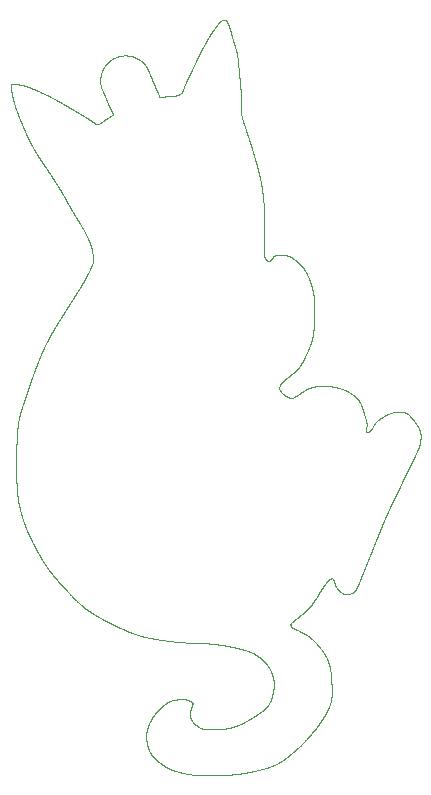
<source format=gbr>
%TF.GenerationSoftware,KiCad,Pcbnew,(6.0.4)*%
%TF.CreationDate,2022-09-08T21:09:09+03:00*%
%TF.ProjectId,purrCat2032,70757272-4361-4743-9230-33322e6b6963,rev?*%
%TF.SameCoordinates,Original*%
%TF.FileFunction,Profile,NP*%
%FSLAX46Y46*%
G04 Gerber Fmt 4.6, Leading zero omitted, Abs format (unit mm)*
G04 Created by KiCad (PCBNEW (6.0.4)) date 2022-09-08 21:09:09*
%MOMM*%
%LPD*%
G01*
G04 APERTURE LIST*
%TA.AperFunction,Profile*%
%ADD10C,0.100000*%
%TD*%
G04 APERTURE END LIST*
D10*
%TO.C,Ref\u002A\u002A*%
X30944936Y-67087421D02*
X30970838Y-67091125D01*
X20632946Y-42551846D02*
X20622124Y-42576188D01*
X28244416Y-66474118D02*
X28268917Y-66483378D01*
X47608532Y-47190515D02*
X47598478Y-47166438D01*
X22336992Y-39528906D02*
X22322917Y-39551184D01*
X49910139Y-56106433D02*
X49921516Y-56082621D01*
X51608762Y-47972887D02*
X51588389Y-47956218D01*
X27028446Y-65956064D02*
X27052364Y-65967177D01*
X38544368Y-26108568D02*
X38536801Y-26083353D01*
X45223316Y-61924084D02*
X45236016Y-61946044D01*
X46301492Y-45940360D02*
X46277415Y-45929248D01*
X49990308Y-55939746D02*
X50001685Y-55915933D01*
X24175553Y-36571450D02*
X24162509Y-36594522D01*
X21875083Y-40266034D02*
X21861246Y-40288444D01*
X24961021Y-64858309D02*
X24983219Y-64872068D01*
X44184219Y-67799414D02*
X44168688Y-67779306D01*
X30739064Y-77585546D02*
X30760045Y-77600891D01*
X50980642Y-47727619D02*
X50954184Y-47725502D01*
X33111870Y-19117730D02*
X33100679Y-19141489D01*
X19124023Y-57341771D02*
X19133271Y-57366113D01*
X18207352Y-21578854D02*
X18214477Y-21603831D01*
X37371789Y-20265014D02*
X37369355Y-20238635D01*
X36491812Y-67605210D02*
X36517477Y-67610237D01*
X30020483Y-73483186D02*
X30005560Y-73504882D01*
X36695779Y-16080867D02*
X36688768Y-16055835D01*
X48801272Y-58758613D02*
X48811062Y-58734271D01*
X33109886Y-72207896D02*
X33087264Y-72197048D01*
X23113200Y-63339603D02*
X23131456Y-63358124D01*
X18625668Y-22781649D02*
X18635315Y-22805858D01*
X50629011Y-54603072D02*
X50640388Y-54579260D01*
X38860889Y-73321790D02*
X38839590Y-73336343D01*
X52162799Y-48628259D02*
X52147718Y-48607622D01*
X19879680Y-58990917D02*
X19891851Y-59014465D01*
X18399767Y-51376483D02*
X18399436Y-51402412D01*
X21544196Y-61608966D02*
X21560706Y-61629074D01*
X51706658Y-52375813D02*
X51718035Y-52352265D01*
X44634619Y-62196340D02*
X44650494Y-62176761D01*
X37227380Y-18717442D02*
X37225025Y-18691275D01*
X35378500Y-15013574D02*
X35362413Y-15034153D01*
X24857939Y-34409119D02*
X24859897Y-34435074D01*
X24895404Y-34870896D02*
X24897441Y-34895925D01*
X37458705Y-21602429D02*
X37459128Y-21576208D01*
X38082935Y-68014520D02*
X38107330Y-68024045D01*
X19124984Y-20131135D02*
X19099801Y-20123833D01*
X39960284Y-34867668D02*
X39942425Y-34886585D01*
X34154142Y-67318402D02*
X34180495Y-67319725D01*
X44052298Y-63056764D02*
X44065527Y-63034274D01*
X18410208Y-50771646D02*
X18409626Y-50798104D01*
X19299249Y-20186936D02*
X19274576Y-20178549D01*
X23353705Y-22242508D02*
X23331216Y-22229332D01*
X28879680Y-17968619D02*
X28858302Y-17953273D01*
X44408400Y-73614948D02*
X44422159Y-73593517D01*
X17961900Y-20438634D02*
X17965298Y-20464431D01*
X21695008Y-61790205D02*
X21711968Y-61810049D01*
X20508258Y-26475254D02*
X20522898Y-26497426D01*
X19035184Y-57095973D02*
X19043781Y-57120844D01*
X24898367Y-34970908D02*
X24896436Y-34995990D01*
X28394964Y-17704803D02*
X28370279Y-17695437D01*
X33488769Y-74152581D02*
X33469349Y-74135383D01*
X43560174Y-40833512D02*
X43562476Y-40807159D01*
X33200559Y-73753590D02*
X33188811Y-73731630D01*
X51648714Y-52493817D02*
X51660356Y-52470269D01*
X32700391Y-72080367D02*
X32674409Y-72077457D01*
X51993466Y-51789232D02*
X52004843Y-51765949D01*
X23370321Y-37901906D02*
X23356193Y-37924289D01*
X48130289Y-60425750D02*
X48140079Y-60401144D01*
X39664110Y-72628318D02*
X39647970Y-72648691D01*
X19549864Y-58327078D02*
X19561257Y-58351155D01*
X42047606Y-65285082D02*
X42067873Y-65268942D01*
X39211249Y-28948708D02*
X39207413Y-28922541D01*
X37368773Y-78366595D02*
X37394940Y-78363155D01*
X19700928Y-25156466D02*
X19713416Y-25179511D01*
X42494354Y-64931599D02*
X42514700Y-64915459D01*
X42151904Y-66194454D02*
X42128700Y-66183870D01*
X29885413Y-66919940D02*
X29911025Y-66924703D01*
X39362961Y-33731046D02*
X39364126Y-33705011D01*
X33250433Y-73840638D02*
X33237600Y-73819207D01*
X39783225Y-72458192D02*
X39769334Y-72480152D01*
X38887982Y-27320358D02*
X38881447Y-27294826D01*
X18214477Y-21603831D02*
X18221629Y-21628622D01*
X39402120Y-32841438D02*
X39402860Y-32815086D01*
X51975474Y-48382197D02*
X51959335Y-48362089D01*
X40254685Y-34517730D02*
X40233466Y-34530510D01*
X45568332Y-62686612D02*
X45585001Y-62706721D01*
X19452032Y-24667808D02*
X19463470Y-24691462D01*
X34423223Y-16485142D02*
X34410470Y-16507957D01*
X37586498Y-23093301D02*
X37578799Y-23068324D01*
X43547871Y-40964612D02*
X43550464Y-40938392D01*
X21574332Y-28079579D02*
X21588778Y-28101725D01*
X19880223Y-25475924D02*
X19893330Y-25498413D01*
X23986535Y-22615834D02*
X23963966Y-22602314D01*
X23948065Y-32071898D02*
X23961611Y-32094626D01*
X24408889Y-64498741D02*
X24430400Y-64513822D01*
X31267595Y-77913364D02*
X31290825Y-77924741D01*
X42583836Y-43572343D02*
X42597012Y-43549324D01*
X51338888Y-53129345D02*
X51350265Y-53105797D01*
X39563330Y-72747116D02*
X39545788Y-72765902D01*
X44543867Y-68333078D02*
X44530902Y-68310588D01*
X19199946Y-57536504D02*
X19209756Y-57560846D01*
X18466151Y-54532693D02*
X18468601Y-54559152D01*
X17988554Y-20617995D02*
X17992869Y-20643633D01*
X26646097Y-65774825D02*
X26669857Y-65786202D01*
X44152019Y-73997535D02*
X44166492Y-73976104D01*
X51878372Y-48261282D02*
X51861704Y-48240910D01*
X35999582Y-78490949D02*
X36026093Y-78489361D01*
X29601277Y-18893363D02*
X29591514Y-18869445D01*
X45278614Y-45619950D02*
X45252949Y-45615188D01*
X39401643Y-31340115D02*
X39400929Y-31313789D01*
X19219533Y-57584923D02*
X19229391Y-57609000D01*
X45085997Y-70717500D02*
X45084939Y-70691571D01*
X29270840Y-66792147D02*
X29296213Y-66798232D01*
X36237786Y-14725052D02*
X36223658Y-14703172D01*
X38758654Y-26839426D02*
X38751589Y-26814370D01*
X29988177Y-66938461D02*
X30013974Y-66942959D01*
X42474008Y-64948003D02*
X42494354Y-64931599D01*
X29950606Y-76913505D02*
X29968095Y-76933084D01*
X20561640Y-60214084D02*
X20575399Y-60236838D01*
X30841113Y-67072869D02*
X30867016Y-67076573D01*
X20314867Y-43302997D02*
X20305037Y-43327603D01*
X37866242Y-23936791D02*
X37857881Y-23911894D01*
X43450451Y-45645880D02*
X43425527Y-45653023D01*
X38155669Y-24831929D02*
X38147917Y-24807111D01*
X34810811Y-15832551D02*
X34796814Y-15854741D01*
X19992655Y-44138286D02*
X19983429Y-44163156D01*
X25734926Y-23135502D02*
X25713362Y-23150398D01*
X36251068Y-14747221D02*
X36237786Y-14725052D01*
X44996304Y-72372731D02*
X45003448Y-72348390D01*
X17945935Y-20284620D02*
X17947971Y-20310364D01*
X25016874Y-23277583D02*
X24995628Y-23262978D01*
X29604717Y-74223489D02*
X29594927Y-74247037D01*
X51525154Y-47908593D02*
X51503194Y-47894041D01*
X18031193Y-19964766D02*
X18008662Y-19975799D01*
X42367698Y-43902013D02*
X42383388Y-43880846D01*
X47404803Y-46802636D02*
X47389986Y-46781470D01*
X47419355Y-46823803D02*
X47404803Y-46802636D01*
X50479522Y-47746669D02*
X50453328Y-47750902D01*
X48064408Y-48752084D02*
X48062027Y-48726419D01*
X31180732Y-72356063D02*
X31159565Y-72369821D01*
X38624642Y-68274076D02*
X38647238Y-68287570D01*
X42105523Y-66173022D02*
X42082319Y-66162439D01*
X43633199Y-39148859D02*
X43633225Y-39122665D01*
X52631905Y-49758029D02*
X52631111Y-49732364D01*
X39695674Y-72587043D02*
X39680064Y-72607946D01*
X47745321Y-47583685D02*
X47737384Y-47558815D01*
X52427117Y-50865573D02*
X52436907Y-50841496D01*
X51686285Y-48044324D02*
X51667500Y-48025804D01*
X18445019Y-54269962D02*
X18446895Y-54296156D01*
X32105079Y-72086188D02*
X32079653Y-72088305D01*
X22580224Y-21789118D02*
X22557311Y-21775757D01*
X34106782Y-74557129D02*
X34083234Y-74547339D01*
X18961286Y-56873459D02*
X18969253Y-56898330D01*
X30526947Y-21111045D02*
X30520386Y-21084428D01*
X42628842Y-46034817D02*
X42607014Y-46049104D01*
X18395989Y-51717795D02*
X18395748Y-51744253D01*
X40740910Y-77386315D02*
X40763240Y-77372821D01*
X47729711Y-47534208D02*
X47721773Y-47509602D01*
X38711875Y-78113653D02*
X38737540Y-78107303D01*
X18969253Y-56898330D02*
X18977288Y-56923201D01*
X24280143Y-64405608D02*
X24301283Y-64421218D01*
X41779424Y-34710029D02*
X41758284Y-34695689D01*
X52101416Y-48545445D02*
X52085805Y-48524807D01*
X46953424Y-46339616D02*
X46932787Y-46323477D01*
X34065057Y-17154841D02*
X34053098Y-17178151D01*
X39411883Y-32103596D02*
X39411856Y-32077375D01*
X25807766Y-20774813D02*
X25818164Y-20798890D01*
X32428109Y-67249346D02*
X32454223Y-67251198D01*
X37907781Y-24060881D02*
X37899473Y-24035957D01*
X39411195Y-31919181D02*
X39410983Y-31892670D01*
X29418054Y-75559104D02*
X29420726Y-75584240D01*
X33508454Y-74169250D02*
X33488769Y-74152581D01*
X30716601Y-72710339D02*
X30697101Y-72727008D01*
X40046432Y-69953649D02*
X40054528Y-69977726D01*
X34923020Y-78526403D02*
X34949188Y-78526403D01*
X29849589Y-19495739D02*
X29839429Y-19471847D01*
X23073697Y-38369953D02*
X23059648Y-38392072D01*
X48543833Y-49101863D02*
X48529810Y-49124088D01*
X31820044Y-20972642D02*
X31794459Y-20976240D01*
X41221128Y-46393591D02*
X41199538Y-46379833D01*
X40807637Y-77345304D02*
X40829598Y-77331546D01*
X20245948Y-20572724D02*
X20222051Y-20562088D01*
X48042183Y-48599155D02*
X48036892Y-48574020D01*
X29142914Y-66760397D02*
X29168499Y-66766747D01*
X18667319Y-55809835D02*
X18673235Y-55835500D01*
X46210740Y-63161803D02*
X46235611Y-63163920D01*
X43189863Y-42300757D02*
X43199759Y-42276680D01*
X24795762Y-33969461D02*
X24801742Y-33995258D01*
X19351372Y-24455665D02*
X19362386Y-24479187D01*
X33029347Y-67282684D02*
X33055435Y-67283742D01*
X21960623Y-21433810D02*
X21937631Y-21420951D01*
X43100620Y-66713036D02*
X43079082Y-66697690D01*
X46132688Y-45866542D02*
X46108082Y-45856752D01*
X28922146Y-18000290D02*
X28901032Y-17984335D01*
X34201794Y-74590995D02*
X34177822Y-74583058D01*
X45942188Y-63035333D02*
X45962826Y-63050414D01*
X27851405Y-66318543D02*
X27875852Y-66328597D01*
X33714458Y-74324825D02*
X33693345Y-74309743D01*
X23907292Y-32003821D02*
X23920892Y-32026496D01*
X34197957Y-16899511D02*
X34185654Y-16922786D01*
X29585482Y-76287766D02*
X29595086Y-76312372D01*
X22588240Y-62786360D02*
X22606100Y-62805675D01*
X29961587Y-73570499D02*
X29947140Y-73592459D01*
X37312390Y-19635122D02*
X37309877Y-19608875D01*
X21888948Y-40243650D02*
X21875083Y-40266034D01*
X49308213Y-48242762D02*
X49286517Y-48257049D01*
X32638690Y-20130924D02*
X32628742Y-20154683D01*
X42614422Y-75846177D02*
X42632440Y-75827656D01*
X19310480Y-57801352D02*
X19320923Y-57825429D01*
X25799802Y-23090364D02*
X25778159Y-23105472D01*
X39036545Y-27961363D02*
X39031148Y-27935540D01*
X34363083Y-67328986D02*
X34389224Y-67330573D01*
X39331741Y-68822821D02*
X39350473Y-68841342D01*
X39349468Y-30233496D02*
X39347563Y-30207250D01*
X38229038Y-73725280D02*
X38206839Y-73738509D01*
X20743435Y-60506184D02*
X20757723Y-60528409D01*
X45745338Y-62871291D02*
X45764124Y-62888489D01*
X18394819Y-52822958D02*
X18395084Y-52849416D01*
X41316722Y-76982561D02*
X41337491Y-76966157D01*
X19919810Y-25543525D02*
X19933110Y-25566014D01*
X18884862Y-56624222D02*
X18892278Y-56649093D01*
X32240202Y-78242770D02*
X32265152Y-78249384D01*
X41258116Y-34479366D02*
X41232267Y-34474048D01*
X20902900Y-27067893D02*
X20917452Y-27089642D01*
X31433382Y-77988241D02*
X31457195Y-77998030D01*
X23988519Y-32139923D02*
X24001854Y-32162492D01*
X26051314Y-21355096D02*
X26061369Y-21379464D01*
X39073322Y-28142523D02*
X39068216Y-28116674D01*
X22281589Y-29223583D02*
X22294818Y-29246417D01*
X48974838Y-48486707D02*
X48955259Y-48503640D01*
X21729907Y-21306201D02*
X21706782Y-21293581D01*
X26413132Y-17945415D02*
X26391806Y-17960549D01*
X33968855Y-74492570D02*
X33946815Y-74480135D01*
X24889292Y-35045732D02*
X24884318Y-35070153D01*
X22356492Y-62535271D02*
X22374219Y-62554585D01*
X20217833Y-43548001D02*
X20208287Y-43572343D01*
X47412476Y-62203484D02*
X47422265Y-62179671D01*
X39260409Y-29313700D02*
X39257155Y-29287639D01*
X31290825Y-77924741D02*
X31314267Y-77935853D01*
X39402860Y-32815086D02*
X39403548Y-32788945D01*
X23390509Y-63619796D02*
X23409136Y-63638053D01*
X43593167Y-40386155D02*
X43594755Y-40359776D01*
X47556938Y-47071453D02*
X47546090Y-47048169D01*
X41983047Y-34863990D02*
X41963204Y-34847956D01*
X48028425Y-49080961D02*
X48034510Y-49056090D01*
X22365250Y-39484244D02*
X22351095Y-39506628D01*
X45064831Y-70301576D02*
X45063243Y-70275646D01*
X35894067Y-78496769D02*
X35920393Y-78495446D01*
X37498868Y-78348603D02*
X37524877Y-78344899D01*
X39009134Y-27832908D02*
X39003472Y-27807032D01*
X42260463Y-46287493D02*
X42238714Y-46302575D01*
X43473682Y-41459118D02*
X43479185Y-41433454D01*
X38551935Y-26133756D02*
X38544368Y-26108568D01*
X37464340Y-22639779D02*
X37458969Y-22614167D01*
X18815776Y-23246256D02*
X18826013Y-23270624D01*
X35977913Y-67512077D02*
X36003604Y-67516310D01*
X37439787Y-21079454D02*
X37437961Y-21053154D01*
X45402703Y-62397952D02*
X45412493Y-62421765D01*
X41170883Y-77094744D02*
X41191759Y-77078869D01*
X47865442Y-47982677D02*
X47858034Y-47957806D01*
X23941397Y-22588820D02*
X23918855Y-22575380D01*
X31117708Y-72398131D02*
X31096965Y-72412419D01*
X41970480Y-46471378D02*
X41947011Y-46483549D01*
X50610755Y-47730000D02*
X50584297Y-47732646D01*
X21709693Y-40535062D02*
X21695987Y-40557552D01*
X47180701Y-62721802D02*
X47192872Y-62699577D01*
X41982016Y-76425614D02*
X42001753Y-76408945D01*
X18764894Y-23124204D02*
X18775062Y-23148705D01*
X22677643Y-62882404D02*
X22695582Y-62901454D01*
X35808659Y-14589827D02*
X35785746Y-14603340D01*
X24849525Y-64788460D02*
X24871803Y-64802482D01*
X38944576Y-27549884D02*
X38938464Y-27524352D01*
X50937780Y-53958548D02*
X50949157Y-53934736D01*
X37255902Y-19032031D02*
X37253494Y-19005679D01*
X46869551Y-46276116D02*
X46848385Y-46260506D01*
X25686401Y-18828038D02*
X25675871Y-18852221D01*
X18617281Y-55577796D02*
X18622567Y-55603725D01*
X30360525Y-20696946D02*
X30350338Y-20672896D01*
X34266749Y-78519259D02*
X34293075Y-78520053D01*
X18445310Y-49801156D02*
X18443886Y-49827349D01*
X40233466Y-34530510D02*
X40213463Y-34545141D01*
X20189179Y-43621290D02*
X20179673Y-43645897D01*
X19579614Y-24925326D02*
X19591512Y-24948583D01*
X43371764Y-64095517D02*
X43386951Y-64075144D01*
X35446471Y-74623010D02*
X35420093Y-74624068D01*
X19952967Y-59131410D02*
X19965265Y-59154958D01*
X30945280Y-21049053D02*
X30920065Y-21052466D01*
X18266166Y-21777715D02*
X18273879Y-21802691D01*
X26473509Y-22308786D02*
X26485230Y-22331222D01*
X50390093Y-55103928D02*
X50401470Y-55080116D01*
X47833427Y-61161291D02*
X47843217Y-61136950D01*
X24846403Y-34279579D02*
X24848996Y-34305402D01*
X26570479Y-22593927D02*
X26548042Y-22606997D01*
X44281215Y-73806771D02*
X44295582Y-73785604D01*
X44546513Y-45538459D02*
X44520054Y-45537665D01*
X21520119Y-40850180D02*
X21506652Y-40872908D01*
X19259323Y-57681231D02*
X19269414Y-57705308D01*
X20665383Y-42480144D02*
X20654562Y-42503956D01*
X33759199Y-17766002D02*
X33747558Y-17789735D01*
X42514700Y-64915459D02*
X42535047Y-64899055D01*
X36396404Y-15081193D02*
X36387567Y-15056571D01*
X42695278Y-66463799D02*
X42671942Y-66451364D01*
X47625730Y-61676170D02*
X47635519Y-61651828D01*
X19763730Y-25271110D02*
X19776472Y-25293970D01*
X18412676Y-50666871D02*
X18412033Y-50693329D01*
X48634320Y-59174008D02*
X48644110Y-59149667D01*
X19910470Y-44360535D02*
X19901363Y-44385406D01*
X35420251Y-78516878D02*
X35446339Y-78516084D01*
X22945242Y-22003166D02*
X22922329Y-21989725D01*
X45134945Y-61835713D02*
X45157435Y-61848678D01*
X49243390Y-48285360D02*
X49221959Y-48299647D01*
X22294977Y-39595395D02*
X22281007Y-39617515D01*
X31802185Y-67192461D02*
X31828140Y-67195371D01*
X38431074Y-25732093D02*
X38423559Y-25707169D01*
X52187670Y-51388918D02*
X52199047Y-51365370D01*
X42675276Y-64785549D02*
X42695014Y-64769410D01*
X44137044Y-67739354D02*
X44121063Y-67719245D01*
X20712506Y-26782964D02*
X20727164Y-26804924D01*
X43097339Y-36267259D02*
X43086702Y-36243526D01*
X22168294Y-21551152D02*
X22145196Y-21538003D01*
X47538682Y-61892334D02*
X47548207Y-61868257D01*
X38582177Y-26234721D02*
X38574663Y-26209612D01*
X32648930Y-20107164D02*
X32638690Y-20130924D01*
X37344802Y-19976169D02*
X37342315Y-19949870D01*
X24162509Y-36594522D02*
X24149412Y-36617567D01*
X20027090Y-59271375D02*
X20039528Y-59294658D01*
X20404465Y-43083129D02*
X20394445Y-43107470D01*
X41440308Y-76883871D02*
X41460708Y-76867203D01*
X38619589Y-26360266D02*
X38612048Y-26334919D01*
X52608886Y-50166809D02*
X52612061Y-50141674D01*
X40146947Y-70295490D02*
X40152874Y-70320361D01*
X52617882Y-50090874D02*
X52620528Y-50065209D01*
X20610324Y-26629400D02*
X20624929Y-26651387D01*
X31768715Y-20979521D02*
X31743024Y-20982537D01*
X18426273Y-50220520D02*
X18425307Y-50246978D01*
X31947573Y-20948988D02*
X31922226Y-20954597D01*
X23579871Y-22375037D02*
X23557196Y-22361729D01*
X22421738Y-39395053D02*
X22407662Y-39417278D01*
X42697739Y-43364380D02*
X42709830Y-43341097D01*
X19300111Y-57777275D02*
X19310480Y-57801352D01*
X39696574Y-69237952D02*
X39711761Y-69259119D01*
X40669948Y-45751448D02*
X40668440Y-45725254D01*
X44892587Y-72661391D02*
X44902377Y-72636785D01*
X44603133Y-62235763D02*
X44618744Y-62215919D01*
X18783161Y-47672850D02*
X18775483Y-47697985D01*
X36876384Y-16708032D02*
X36868711Y-16682960D01*
X22990989Y-22030021D02*
X22968049Y-22016554D01*
X52549884Y-49298977D02*
X52540888Y-49274635D01*
X51890543Y-51999840D02*
X51901920Y-51976292D01*
X25669468Y-20463293D02*
X25680369Y-20487264D01*
X51418792Y-52964774D02*
X51430433Y-52941227D01*
X52558351Y-49323583D02*
X52549884Y-49298977D01*
X52528982Y-50570563D02*
X52535861Y-50545428D01*
X40187693Y-70495250D02*
X40191609Y-70520650D01*
X40021323Y-69881682D02*
X40029869Y-69905759D01*
X43928950Y-74315564D02*
X43944190Y-74294927D01*
X49075115Y-48405216D02*
X49054742Y-48421091D01*
X42671572Y-35526850D02*
X42655485Y-35506397D01*
X34149168Y-16992345D02*
X34137050Y-17015536D01*
X26081345Y-21427963D02*
X26091372Y-21452278D01*
X30581372Y-72829931D02*
X30562322Y-72847393D01*
X29868268Y-76813757D02*
X29884037Y-76834130D01*
X24412196Y-32930999D02*
X24423150Y-32954997D01*
X31504714Y-78016551D02*
X31528659Y-78025812D01*
X23674883Y-63894434D02*
X23694277Y-63912425D01*
X24121076Y-32368126D02*
X24134172Y-32391250D01*
X36926972Y-67694904D02*
X36952346Y-67700460D01*
X18937823Y-56798847D02*
X18945570Y-56823718D01*
X38453748Y-25807340D02*
X38446208Y-25782258D01*
X21915088Y-28612978D02*
X21929058Y-28635442D01*
X21168858Y-41467320D02*
X21156291Y-41490604D01*
X26765212Y-65831975D02*
X26789104Y-65843617D01*
X36681677Y-16030594D02*
X36674639Y-16005509D01*
X21257705Y-41305925D02*
X21244979Y-41328679D01*
X33082422Y-73294538D02*
X33084116Y-73268874D01*
X36080439Y-67529539D02*
X36106262Y-67534037D01*
X45097639Y-71081566D02*
X45096845Y-71055637D01*
X30217518Y-20360397D02*
X30207278Y-20336346D01*
X44947885Y-72517194D02*
X44956352Y-72493381D01*
X32218665Y-67232677D02*
X32244806Y-67234794D01*
X25469099Y-23305496D02*
X25446372Y-23317297D01*
X22876689Y-21962896D02*
X22853855Y-21949482D01*
X20771984Y-60550634D02*
X20786218Y-60572594D01*
X34515351Y-74632270D02*
X34491036Y-74632270D01*
X45028318Y-69886709D02*
X45025143Y-69860780D01*
X36993965Y-17082462D02*
X36986371Y-17057443D01*
X43246960Y-66822309D02*
X43226640Y-66806699D01*
X33289168Y-73904667D02*
X33276415Y-73883765D01*
X38839352Y-78082697D02*
X38864725Y-78076612D01*
X18428853Y-54007231D02*
X18430287Y-54033690D01*
X51911445Y-48302028D02*
X51895041Y-48281920D01*
X21426853Y-21143800D02*
X21403464Y-21131524D01*
X30996820Y-67094565D02*
X31022644Y-67098005D01*
X51982089Y-51812780D02*
X51993466Y-51789232D01*
X42389420Y-66307960D02*
X42365846Y-66296318D01*
X37071884Y-17386484D02*
X37066513Y-17360898D01*
X35498806Y-74620364D02*
X35472718Y-74621687D01*
X43633146Y-39175211D02*
X43633199Y-39148859D01*
X29679832Y-76504724D02*
X29691394Y-76528007D01*
X18394854Y-51849557D02*
X18394653Y-51875751D01*
X40161526Y-34597740D02*
X40146392Y-34616949D01*
X37965249Y-24234844D02*
X37957126Y-24210026D01*
X19109567Y-23925520D02*
X19120332Y-23949650D01*
X41800300Y-46542022D02*
X41774847Y-46548372D01*
X35591145Y-67451487D02*
X35617022Y-67455456D01*
X44541221Y-73397197D02*
X44553656Y-73375236D01*
X39415402Y-34637719D02*
X39407755Y-34612927D01*
X43427009Y-66968359D02*
X43407509Y-66951690D01*
X44019887Y-74189358D02*
X44034703Y-74168191D01*
X39570924Y-77885053D02*
X39595980Y-77877381D01*
X25038253Y-23292294D02*
X25016874Y-23277583D01*
X17958701Y-20413022D02*
X17961900Y-20438634D01*
X40910058Y-45221488D02*
X40928023Y-45202703D01*
X24355681Y-32811540D02*
X24367217Y-32835353D01*
X52266780Y-48775632D02*
X52252228Y-48754465D01*
X24081573Y-32299043D02*
X24094802Y-32322062D01*
X30349121Y-66999051D02*
X30375050Y-67003019D01*
X20013544Y-25700131D02*
X20027196Y-25722594D01*
X42596245Y-75864698D02*
X42614422Y-75846177D01*
X36454374Y-15253863D02*
X36446384Y-15229005D01*
X51959335Y-48362089D02*
X51943460Y-48341980D01*
X42828919Y-45912579D02*
X42806297Y-45925544D01*
X34250239Y-74604753D02*
X34225977Y-74598139D01*
X18437880Y-19987255D02*
X18412216Y-19983286D01*
X19607067Y-58446405D02*
X19618598Y-58470218D01*
X22634384Y-39060144D02*
X22620202Y-39082475D01*
X24884556Y-34771254D02*
X24887281Y-34796177D01*
X40299797Y-34497410D02*
X40276910Y-34506750D01*
X37049104Y-17284222D02*
X37042886Y-17258928D01*
X25184567Y-64994305D02*
X25207030Y-65007534D01*
X39769625Y-69345637D02*
X39783410Y-69367598D01*
X31825785Y-72115821D02*
X31800359Y-72119790D01*
X43446509Y-66985557D02*
X43427009Y-66968359D01*
X39411750Y-32209270D02*
X39411830Y-32182785D01*
X32584662Y-67259929D02*
X32610803Y-67261517D01*
X26040890Y-18277096D02*
X26023613Y-18296808D01*
X47294472Y-46660026D02*
X47277538Y-46640447D01*
X18616027Y-22757360D02*
X18625668Y-22781649D01*
X47486824Y-46933870D02*
X47474124Y-46911645D01*
X34783188Y-67358883D02*
X34809435Y-67361265D01*
X45041812Y-72200752D02*
X45047368Y-72175882D01*
X43629389Y-39490700D02*
X43629891Y-39464559D01*
X18845473Y-47472825D02*
X18837546Y-47497961D01*
X42694458Y-45993012D02*
X42672445Y-46007035D01*
X22676902Y-38993310D02*
X22662721Y-39015615D01*
X21064189Y-27309061D02*
X21078794Y-27330915D01*
X34646161Y-16100129D02*
X34632720Y-16122600D01*
X48476629Y-59566385D02*
X48486418Y-59541779D01*
X42847255Y-35782860D02*
X42833788Y-35760926D01*
X30074616Y-20024456D02*
X30064351Y-20000352D01*
X35114499Y-15374097D02*
X35099524Y-15395766D01*
X23221255Y-30876354D02*
X23234855Y-30899081D01*
X18509588Y-54926393D02*
X18513011Y-54952587D01*
X36290412Y-78472428D02*
X36316632Y-78470576D01*
X41744526Y-65989402D02*
X41725740Y-65974850D01*
X43587452Y-38070762D02*
X43584727Y-38044489D01*
X43661536Y-63677476D02*
X43676458Y-63656044D01*
X50287699Y-55318240D02*
X50299076Y-55294428D01*
X22303073Y-62476798D02*
X22320932Y-62496377D01*
X38361515Y-73645111D02*
X38339396Y-73658605D01*
X18487466Y-54743037D02*
X18490419Y-54769231D01*
X24277973Y-36387247D02*
X24265300Y-36410372D01*
X38278938Y-25230973D02*
X38271239Y-25205890D01*
X50800197Y-54245356D02*
X50811574Y-54221544D01*
X39411354Y-31945613D02*
X39411195Y-31919181D01*
X48545685Y-59394935D02*
X48555474Y-59370064D01*
X21497047Y-21180816D02*
X21473764Y-21168512D01*
X26171514Y-21645847D02*
X26181648Y-21670109D01*
X25537256Y-23266232D02*
X25514687Y-23279752D01*
X22126173Y-39863497D02*
X22112123Y-39885881D01*
X35926478Y-67503610D02*
X35952195Y-67507844D01*
X30543510Y-21114220D02*
X30526947Y-21111045D01*
X18434816Y-54112536D02*
X18436409Y-54138729D01*
X22492620Y-39283267D02*
X22478491Y-39305518D01*
X36295651Y-74526701D02*
X36270462Y-74530935D01*
X19174784Y-24071041D02*
X19185621Y-24095039D01*
X32510076Y-20499858D02*
X32500155Y-20524279D01*
X30220455Y-66977884D02*
X30246146Y-66982117D01*
X50481109Y-54913164D02*
X50492486Y-54889351D01*
X24733400Y-35478960D02*
X24722790Y-35502693D01*
X25924685Y-18419918D02*
X25909127Y-18441085D01*
X19775522Y-44732274D02*
X19766658Y-44756881D01*
X23934465Y-32049144D02*
X23948065Y-32071898D01*
X51936316Y-51906178D02*
X51947693Y-51882630D01*
X39860933Y-34951064D02*
X39837517Y-34962838D01*
X41888697Y-65411288D02*
X41908409Y-65395678D01*
X42507742Y-66366697D02*
X42484221Y-66354791D01*
X34634202Y-78526403D02*
X34660237Y-78526667D01*
X20506319Y-42841035D02*
X20495952Y-42865112D01*
X37454815Y-21342370D02*
X37453677Y-21316388D01*
X32663032Y-67264692D02*
X32689067Y-67266279D01*
X18354161Y-22050077D02*
X18362517Y-22074683D01*
X29526930Y-18728607D02*
X29515235Y-18705721D01*
X41023617Y-77201636D02*
X41044863Y-77186554D01*
X37487756Y-22742067D02*
X37481670Y-22716640D01*
X27779332Y-17567644D02*
X27753086Y-17565977D01*
X18193260Y-21528689D02*
X18200287Y-21553851D01*
X26081609Y-22896557D02*
X26059860Y-22911083D01*
X21296282Y-41237133D02*
X21283343Y-41260152D01*
X40583641Y-77476802D02*
X40606369Y-77464367D01*
X22478042Y-29567938D02*
X22491006Y-29590983D01*
X24239953Y-36456303D02*
X24227226Y-36479243D01*
X20149791Y-20530100D02*
X20125817Y-20519543D01*
X50172341Y-47818106D02*
X50147470Y-47826043D01*
X32954814Y-19451395D02*
X32943622Y-19475155D01*
X30153965Y-77116175D02*
X30173359Y-77133373D01*
X18414007Y-50614219D02*
X18413335Y-50640677D01*
X47239174Y-62607502D02*
X47250286Y-62583689D01*
X43207643Y-36530995D02*
X43198118Y-36506945D01*
X50127627Y-55653467D02*
X50139268Y-55629390D01*
X22847294Y-38725685D02*
X22833033Y-38748042D01*
X18745564Y-47798262D02*
X18738232Y-47823398D01*
X52164916Y-51436278D02*
X52176293Y-51412731D01*
X24300198Y-22806969D02*
X24278000Y-22793184D01*
X49312711Y-57487556D02*
X49322765Y-57463215D01*
X40073764Y-71712332D02*
X40067228Y-71737467D01*
X28840151Y-66676259D02*
X28865419Y-66683668D01*
X42332271Y-65060451D02*
X42352538Y-65044311D01*
X24823358Y-23145794D02*
X24801689Y-23131242D01*
X30432915Y-72973864D02*
X30414949Y-72992385D01*
X48948645Y-58391636D02*
X48958434Y-58367295D01*
X43819915Y-74460820D02*
X43835631Y-74440183D01*
X37448756Y-22562627D02*
X37443967Y-22536856D01*
X49253444Y-57633871D02*
X49263498Y-57609529D01*
X18236162Y-21678258D02*
X18243528Y-21703049D01*
X41156331Y-46351787D02*
X41134953Y-46337499D01*
X41285025Y-44891553D02*
X41305741Y-44875149D01*
X38446208Y-25782258D02*
X38438614Y-25757122D01*
X26323808Y-22741353D02*
X26301478Y-22755164D01*
X46917706Y-63027924D02*
X46939137Y-63012843D01*
X39395373Y-31129480D02*
X39394500Y-31103181D01*
X46775625Y-63093805D02*
X46800760Y-63085603D01*
X39916072Y-69618158D02*
X39926550Y-69641441D01*
X46390127Y-63159951D02*
X46415792Y-63157570D01*
X18744469Y-20041971D02*
X18719018Y-20037050D01*
X34210234Y-16876317D02*
X34197957Y-16899511D01*
X25274657Y-65047751D02*
X25297253Y-65060980D01*
X48397518Y-59762970D02*
X48407308Y-59738099D01*
X39936868Y-69664989D02*
X39947002Y-69688801D01*
X23715867Y-22455047D02*
X23693139Y-22441659D01*
X47323576Y-62417796D02*
X47333630Y-62393983D01*
X32279836Y-20808971D02*
X32258299Y-20823549D01*
X44359453Y-62568873D02*
X44374269Y-62547177D01*
X23186807Y-38191888D02*
X23172731Y-38214087D01*
X52050616Y-51672022D02*
X52061993Y-51648474D01*
X26023613Y-18296808D02*
X26006547Y-18316731D01*
X44842317Y-72783629D02*
X44852635Y-72759287D01*
X21958321Y-40131970D02*
X21944536Y-40154142D01*
X27647914Y-17562484D02*
X27621641Y-17562431D01*
X21374254Y-41100079D02*
X21361263Y-41122569D01*
X21493290Y-40895556D02*
X21479929Y-40918231D01*
X48679299Y-48847069D02*
X48666864Y-48870088D01*
X43631823Y-38912242D02*
X43631426Y-38885810D01*
X42777008Y-75675521D02*
X42794947Y-75656471D01*
X43600787Y-40254525D02*
X43602242Y-40228066D01*
X37322365Y-19739976D02*
X37319878Y-19713835D01*
X51833129Y-52117051D02*
X51844770Y-52093503D01*
X32701899Y-19989769D02*
X32691104Y-20013264D01*
X47114026Y-46475612D02*
X47094447Y-46458149D01*
X43601713Y-38228083D02*
X43599570Y-38202048D01*
X42982774Y-64519643D02*
X43001216Y-64502445D01*
X45320418Y-62157182D02*
X45328355Y-62181259D01*
X34546836Y-67340627D02*
X34573136Y-67342479D01*
X33506893Y-18286145D02*
X33495436Y-18310011D01*
X23003159Y-38480866D02*
X22989004Y-38503091D01*
X20320796Y-59803980D02*
X20333842Y-59826999D01*
X36211196Y-78477984D02*
X36237654Y-78476132D01*
X28121571Y-66427022D02*
X28146203Y-66436547D01*
X18562441Y-48620057D02*
X18558353Y-48646251D01*
X39389658Y-30970836D02*
X39388599Y-30944299D01*
X43217962Y-75186571D02*
X43235266Y-75166728D01*
X31599302Y-72161065D02*
X31574405Y-72168209D01*
X20785689Y-26892580D02*
X20800268Y-26914435D01*
X18313373Y-21927019D02*
X18321411Y-21951678D01*
X39409687Y-32472874D02*
X39410004Y-32446495D01*
X39409660Y-31760749D02*
X39409343Y-31734449D01*
X20579606Y-42671967D02*
X20569075Y-42696044D01*
X23229219Y-38125028D02*
X23215117Y-38147253D01*
X43273921Y-64218019D02*
X43290881Y-64197910D01*
X33316711Y-67292738D02*
X33342825Y-67293531D01*
X32425939Y-20663053D02*
X32410514Y-20684378D01*
X34053098Y-17178151D02*
X34041112Y-17201620D01*
X36299011Y-14839370D02*
X36287660Y-14815808D01*
X37609993Y-23168284D02*
X37602109Y-23143386D01*
X33433498Y-74100987D02*
X33416564Y-74083260D01*
X38140112Y-24782161D02*
X38132333Y-24757343D01*
X30050645Y-73440059D02*
X30035537Y-73461490D01*
X19427209Y-58064083D02*
X19438023Y-58087895D01*
X43276673Y-42084328D02*
X43285986Y-42059986D01*
X21573909Y-40759799D02*
X21560494Y-40782262D01*
X41874886Y-66064808D02*
X41852317Y-66053431D01*
X45068006Y-70353434D02*
X45066418Y-70327505D01*
X30919007Y-67083982D02*
X30944936Y-67087421D01*
X32610803Y-67261517D02*
X32636891Y-67263104D01*
X40085776Y-70074828D02*
X40093237Y-70099170D01*
X40891907Y-46148058D02*
X40873466Y-46130331D01*
X38058435Y-68005260D02*
X38082935Y-68014520D01*
X23241999Y-63470836D02*
X23260546Y-63489622D01*
X42635800Y-64817828D02*
X42655670Y-64801689D01*
X28295454Y-17669217D02*
X28270293Y-17661094D01*
X25920769Y-21040428D02*
X25930929Y-21064690D01*
X42949093Y-42847121D02*
X42960020Y-42823308D01*
X37381393Y-74172160D02*
X37357740Y-74182744D01*
X20925680Y-41933515D02*
X20913853Y-41957328D01*
X43229101Y-42204713D02*
X43238705Y-42180636D01*
X28639227Y-66613289D02*
X28664151Y-66621491D01*
X41309419Y-34491351D02*
X41283807Y-34485107D01*
X40146392Y-34616949D02*
X40131601Y-34636872D01*
X37452434Y-21290062D02*
X37451085Y-21263656D01*
X38713833Y-68328845D02*
X38735609Y-68342603D01*
X43164596Y-66759867D02*
X43143350Y-66744257D01*
X32745502Y-78361832D02*
X32770849Y-78366859D01*
X44578792Y-73329993D02*
X44591492Y-73306709D01*
X39400532Y-32894011D02*
X39401352Y-32867791D01*
X21298769Y-27661062D02*
X21313427Y-27683128D01*
X42850642Y-64638441D02*
X42869665Y-64621772D01*
X41065976Y-77171473D02*
X41087064Y-77156392D01*
X39859822Y-69502535D02*
X39871596Y-69525289D01*
X18387916Y-22148422D02*
X18396537Y-22173081D01*
X27936653Y-17584603D02*
X27910539Y-17580952D01*
X39365025Y-30469901D02*
X39363438Y-30443734D01*
X18909582Y-47272800D02*
X18901551Y-47297671D01*
X44848137Y-69020729D02*
X44840464Y-68995594D01*
X21797111Y-61909532D02*
X21814282Y-61929376D01*
X35362413Y-15034153D02*
X35346380Y-15054859D01*
X35106138Y-78524286D02*
X35132306Y-78524021D01*
X33235431Y-18855951D02*
X33224212Y-18879684D01*
X36530812Y-15503081D02*
X36523377Y-15478007D01*
X20464742Y-26409214D02*
X20479284Y-26431306D01*
X37427404Y-21913049D02*
X37432035Y-21887596D01*
X18487593Y-49223042D02*
X18485116Y-49249765D01*
X18974666Y-47073305D02*
X18966477Y-47098176D01*
X34466694Y-74632005D02*
X34442405Y-74631476D01*
X45017470Y-72299442D02*
X45023820Y-72274836D01*
X41121645Y-45024903D02*
X41141753Y-45007970D01*
X31122947Y-21028654D02*
X31097468Y-21031114D01*
X43691407Y-63634349D02*
X43706276Y-63612917D01*
X38385724Y-25582048D02*
X38378157Y-25556992D01*
X20479784Y-60077559D02*
X20493404Y-60100578D01*
X35797600Y-67482708D02*
X35823502Y-67486942D01*
X18284070Y-19965692D02*
X18258469Y-19962755D01*
X43752235Y-67295119D02*
X43734984Y-67276069D01*
X25520376Y-19434171D02*
X25517412Y-19460418D01*
X19933110Y-25566014D02*
X19946334Y-25588292D01*
X18749633Y-56143210D02*
X18756375Y-56168610D01*
X29725155Y-73970019D02*
X29713355Y-73993038D01*
X44476134Y-73507263D02*
X44489363Y-73485303D01*
X37205922Y-18481778D02*
X37203514Y-18455584D01*
X33188811Y-73731630D02*
X33177328Y-73709140D01*
X43603645Y-40201608D02*
X43604994Y-40175388D01*
X37441560Y-21105674D02*
X37439787Y-21079454D01*
X39338434Y-72962751D02*
X39318670Y-72979685D01*
X48059117Y-48700755D02*
X48055677Y-48675355D01*
X43458098Y-74907172D02*
X43474925Y-74887064D01*
X39354627Y-33965837D02*
X39355288Y-33939590D01*
X22648777Y-21829203D02*
X22625917Y-21815841D01*
X52332926Y-51081473D02*
X52343774Y-51057660D01*
X37715800Y-23490890D02*
X37707545Y-23466257D01*
X21814282Y-61929376D02*
X21831559Y-61949484D01*
X20888242Y-27046012D02*
X20902900Y-27067893D01*
X45209293Y-61903182D02*
X45223316Y-61924084D01*
X48022075Y-49105831D02*
X48028425Y-49080961D01*
X43564698Y-40780939D02*
X43566894Y-40754639D01*
X33484059Y-18333744D02*
X33472709Y-18357424D01*
X34712809Y-78526932D02*
X34739215Y-78526932D01*
X19802057Y-25339531D02*
X19814990Y-25362391D01*
X43254316Y-36652650D02*
X43245108Y-36628150D01*
X43159013Y-36410689D02*
X43148985Y-36386718D01*
X43461590Y-37323765D02*
X43455425Y-37298498D01*
X18606973Y-55525938D02*
X18612066Y-55551867D01*
X32803473Y-72098094D02*
X32777940Y-72092802D01*
X32568629Y-20325154D02*
X32560903Y-20350157D01*
X38793817Y-26965632D02*
X38786832Y-26940391D01*
X29837762Y-73768142D02*
X29824744Y-73790102D01*
X29921211Y-19664014D02*
X29910998Y-19639990D01*
X31880051Y-67200663D02*
X31906007Y-67203309D01*
X18798637Y-47622315D02*
X18790892Y-47647450D01*
X33643841Y-18002380D02*
X33632464Y-18025875D01*
X42704777Y-75752250D02*
X42722980Y-75733200D01*
X30677680Y-72743677D02*
X30658260Y-72760610D01*
X49382296Y-57316900D02*
X49392086Y-57292559D01*
X23172731Y-38214087D02*
X23158523Y-38236471D01*
X34765647Y-78526932D02*
X34792025Y-78526932D01*
X24872015Y-34616737D02*
X24873761Y-34642560D01*
X23371882Y-63601276D02*
X23390509Y-63619796D01*
X40980939Y-77231269D02*
X41002212Y-77216452D01*
X29705417Y-66886074D02*
X29731214Y-66891101D01*
X43512152Y-41252214D02*
X43516094Y-41226285D01*
X35864486Y-74589143D02*
X35839060Y-74592053D01*
X43394254Y-37071962D02*
X43386845Y-37046853D01*
X32674409Y-72077457D02*
X32648295Y-72074811D01*
X26111401Y-21500802D02*
X26121402Y-21525012D01*
X37394940Y-78363155D02*
X37421134Y-78359451D01*
X52576078Y-50369744D02*
X52580840Y-50344609D01*
X20839982Y-20848605D02*
X20816434Y-20837255D01*
X47995088Y-49354010D02*
X47989531Y-49329933D01*
X25981120Y-21185181D02*
X25991095Y-21209232D01*
X31174276Y-21024103D02*
X31148612Y-21026326D01*
X19426698Y-45726313D02*
X19418195Y-45750919D01*
X20364418Y-43180760D02*
X20354477Y-43205101D01*
X47546090Y-47048169D02*
X47534713Y-47024886D01*
X39994124Y-34827954D02*
X39977535Y-34848036D01*
X20624929Y-26651387D02*
X20639507Y-26673347D01*
X24715170Y-23073589D02*
X24693501Y-23059249D01*
X50834592Y-54173654D02*
X50845969Y-54149842D01*
X26326878Y-22007055D02*
X26337725Y-22030947D01*
X48555474Y-59370064D02*
X48565264Y-59345458D01*
X27621641Y-17562431D02*
X27595421Y-17562696D01*
X49402140Y-57268217D02*
X49411930Y-57243875D01*
X25719580Y-18756653D02*
X25708203Y-18780333D01*
X40720034Y-45925544D02*
X40709133Y-45901996D01*
X43627669Y-39569413D02*
X43628277Y-39543246D01*
X52626348Y-49655106D02*
X52623703Y-49628912D01*
X33630903Y-74264500D02*
X33610160Y-74249154D01*
X43180074Y-45739806D02*
X43156129Y-45749596D01*
X30835663Y-72611385D02*
X30815713Y-72627525D01*
X41595010Y-44648931D02*
X41615727Y-44632527D01*
X18422233Y-53875205D02*
X18423487Y-53901663D01*
X19274576Y-20178549D02*
X19249647Y-20170188D01*
X29646442Y-76433551D02*
X29657475Y-76457628D01*
X18790943Y-56296139D02*
X18797983Y-56321539D01*
X26502878Y-22633456D02*
X26480309Y-22646791D01*
X21131314Y-41536906D02*
X21118932Y-41559924D01*
X46974062Y-46356020D02*
X46953424Y-46339616D01*
X43267307Y-66837919D02*
X43246960Y-66822309D01*
X33840373Y-17601299D02*
X33828732Y-17624820D01*
X43375733Y-45668369D02*
X43350836Y-45676571D01*
X45010591Y-72323783D02*
X45017470Y-72299442D01*
X18887862Y-23416727D02*
X18898212Y-23440989D01*
X43619890Y-39832382D02*
X43620790Y-39806004D01*
X39388308Y-33208547D02*
X39389473Y-33182459D01*
X23299757Y-38013612D02*
X23285655Y-38035890D01*
X26717614Y-65809221D02*
X26741453Y-65820598D01*
X20672633Y-60394265D02*
X20686603Y-60416490D01*
X18492718Y-49170390D02*
X18490128Y-49196583D01*
X45762007Y-45736367D02*
X45737136Y-45728959D01*
X43882727Y-74378006D02*
X43898311Y-74357104D01*
X19793368Y-44682533D02*
X19784425Y-44707404D01*
X39847730Y-69479516D02*
X39859822Y-69502535D01*
X43630473Y-38832814D02*
X43629918Y-38806488D01*
X42460487Y-66343149D02*
X42436781Y-66331243D01*
X44762412Y-68773344D02*
X44752623Y-68749002D01*
X39393574Y-31076802D02*
X39392648Y-31050449D01*
X36874029Y-74376947D02*
X36849449Y-74385414D01*
X28146203Y-66436547D02*
X28170651Y-66446072D01*
X48525841Y-59443883D02*
X48535631Y-59419277D01*
X21822299Y-21356922D02*
X21799254Y-21344222D01*
X26011204Y-21257889D02*
X26021231Y-21282124D01*
X21415185Y-27836930D02*
X21429790Y-27859102D01*
X23149765Y-22123101D02*
X23127170Y-22109872D01*
X37001346Y-78410251D02*
X37027778Y-78407340D01*
X19584035Y-58398516D02*
X19595571Y-58422593D01*
X37924318Y-24110622D02*
X37916063Y-24085752D01*
X39893424Y-72251552D02*
X39882497Y-72275100D01*
X36567563Y-15628496D02*
X36560313Y-15603517D01*
X44582496Y-68400282D02*
X44569796Y-68377793D01*
X42277237Y-35114524D02*
X42257737Y-35097246D01*
X24541736Y-22960136D02*
X24520067Y-22946140D01*
X36448500Y-78460786D02*
X36474985Y-78458669D01*
X50795963Y-47720210D02*
X50769505Y-47720739D01*
X21356792Y-21107182D02*
X21333270Y-21094985D01*
X18394460Y-51901945D02*
X18394274Y-51928403D01*
X52632434Y-49860687D02*
X52632698Y-49835022D01*
X18478076Y-49328610D02*
X18475840Y-49355069D01*
X45086791Y-70743694D02*
X45085997Y-70717500D01*
X36702764Y-16105807D02*
X36695779Y-16080867D01*
X48219454Y-60204295D02*
X48229508Y-60179688D01*
X48843870Y-48612649D02*
X48826672Y-48631963D01*
X39366586Y-33652517D02*
X39367830Y-33626324D01*
X38964870Y-68503205D02*
X38984952Y-68518815D01*
X33212147Y-67289298D02*
X33238288Y-67290092D01*
X18785222Y-23173152D02*
X18795414Y-23197599D01*
X48747297Y-48735151D02*
X48732745Y-48756846D01*
X41354504Y-46471114D02*
X41331829Y-46458943D01*
X20040782Y-25744846D02*
X20054358Y-25767018D01*
X18542925Y-48750232D02*
X18539274Y-48776161D01*
X49737896Y-47995906D02*
X49714348Y-48007812D01*
X24172537Y-32459936D02*
X24185237Y-32482981D01*
X19471410Y-20249219D02*
X19446921Y-20240011D01*
X24893393Y-35020994D02*
X24889292Y-35045732D01*
X47823373Y-61185897D02*
X47833427Y-61161291D01*
X24776077Y-33893023D02*
X24782956Y-33918503D01*
X18540509Y-22563976D02*
X18549849Y-22588238D01*
X35288092Y-74628301D02*
X35261845Y-74628831D01*
X22162024Y-62321488D02*
X22179645Y-62341067D01*
X43536626Y-41069123D02*
X43539589Y-41042929D01*
X47850625Y-47932935D02*
X47843217Y-47908064D01*
X29044119Y-18101096D02*
X29024275Y-18083607D01*
X40093237Y-70099170D02*
X40100513Y-70123511D01*
X36371004Y-74512414D02*
X36345842Y-74517176D01*
X31046536Y-21036565D02*
X31021162Y-21039475D01*
X37447354Y-21784859D02*
X37450132Y-21758797D01*
X42869665Y-64621772D02*
X42888636Y-64605104D01*
X24690643Y-35573363D02*
X24679769Y-35596858D01*
X43627166Y-38701184D02*
X43626320Y-38674805D01*
X44757915Y-45551159D02*
X44731456Y-45549042D01*
X34644547Y-74632270D02*
X34618380Y-74632270D01*
X21614443Y-40692224D02*
X21600896Y-40714793D01*
X22308973Y-39573276D02*
X22294977Y-39595395D01*
X36052605Y-14555556D02*
X36030459Y-14548769D01*
X25207030Y-65007534D02*
X25229440Y-65021028D01*
X18812260Y-56372604D02*
X18819457Y-56398003D01*
X37991998Y-78267641D02*
X38017901Y-78262878D01*
X18401879Y-53270632D02*
X18402474Y-53296826D01*
X18790892Y-47647450D02*
X18783161Y-47672850D01*
X42039642Y-46432485D02*
X42016676Y-46445979D01*
X38786832Y-26940391D02*
X38779847Y-26915176D01*
X42088193Y-65252803D02*
X42108592Y-65236928D01*
X41959447Y-44346512D02*
X41978893Y-44328785D01*
X39025142Y-68550301D02*
X39044933Y-68566176D01*
X48040331Y-49031219D02*
X48045887Y-49006348D01*
X25900476Y-20992141D02*
X25910662Y-21016298D01*
X41830251Y-65458913D02*
X41849751Y-65443038D01*
X41840622Y-44449700D02*
X41860704Y-44432766D01*
X52500936Y-49178327D02*
X52490088Y-49155044D01*
X36948853Y-78415807D02*
X36975047Y-78412897D01*
X50848880Y-47720475D02*
X50822421Y-47720210D01*
X48110446Y-60474963D02*
X48120235Y-60450357D01*
X30411510Y-20817146D02*
X30401271Y-20792990D01*
X50811574Y-54221544D02*
X50823215Y-54197731D01*
X44903171Y-69222606D02*
X44896821Y-69197206D01*
X35709176Y-74605018D02*
X35682876Y-74607399D01*
X51258719Y-53294180D02*
X51270096Y-53270632D01*
X36184711Y-78479571D02*
X36211196Y-78477984D01*
X48594897Y-59272169D02*
X48604951Y-59247298D01*
X30246146Y-66982117D02*
X30271942Y-66986351D01*
X24495699Y-64558802D02*
X24517553Y-64573618D01*
X47992442Y-48399924D02*
X47985563Y-48375318D01*
X36660087Y-78443324D02*
X36686466Y-78440942D01*
X33106658Y-73116474D02*
X33112056Y-73091603D01*
X41841707Y-34754294D02*
X41821017Y-34739266D01*
X29713355Y-73993038D02*
X29701687Y-74015792D01*
X45467791Y-62537387D02*
X45480491Y-62559877D01*
X20317793Y-20604951D02*
X20293755Y-20594156D01*
X45095522Y-71003779D02*
X45094729Y-70977850D01*
X18503661Y-49064821D02*
X18500814Y-49091279D01*
X18593460Y-48437230D02*
X18588753Y-48463424D01*
X42535047Y-64899055D02*
X42555261Y-64882916D01*
X39287926Y-29549840D02*
X39285042Y-29523620D01*
X32413689Y-72070313D02*
X32387416Y-72071107D01*
X18723133Y-56040816D02*
X18729710Y-56066481D01*
X44072195Y-67659714D02*
X44055817Y-67640135D01*
X34415656Y-67332161D02*
X34441956Y-67333748D01*
X37105169Y-67734591D02*
X37130727Y-67740412D01*
X32932589Y-19498623D02*
X32921582Y-19522012D01*
X27334198Y-17582910D02*
X27308269Y-17586694D01*
X43165760Y-75246103D02*
X43183169Y-75226259D01*
X28143743Y-17625376D02*
X28118104Y-17619158D01*
X50651765Y-54555712D02*
X50663143Y-54531900D01*
X26548042Y-22606997D02*
X26525526Y-22620147D01*
X18763177Y-56194010D02*
X18770006Y-56219410D01*
X38903830Y-68457697D02*
X38924362Y-68472778D01*
X36774890Y-74409756D02*
X36749649Y-74417693D01*
X43107896Y-36291098D02*
X43097339Y-36267259D01*
X23412496Y-37834966D02*
X23398526Y-37857138D01*
X22094290Y-28906057D02*
X22107890Y-28928758D01*
X37885636Y-67944670D02*
X37910295Y-67952872D01*
X43594755Y-40359776D02*
X43596316Y-40333503D01*
X37243969Y-18900798D02*
X37241588Y-18874446D01*
X18450787Y-54348808D02*
X18452813Y-54375002D01*
X20333842Y-59826999D02*
X20346939Y-59849753D01*
X39269934Y-29392361D02*
X39266812Y-29366246D01*
X52407009Y-50913992D02*
X52417063Y-50889915D01*
X48468162Y-49207960D02*
X48451229Y-49227540D01*
X43621187Y-38543043D02*
X43619970Y-38516743D01*
X52343774Y-51057660D02*
X52354622Y-51033848D01*
X21753111Y-21318875D02*
X21729907Y-21306201D01*
X37422086Y-20842387D02*
X37419996Y-20816220D01*
X24834021Y-34175571D02*
X24837434Y-34201501D01*
X19643000Y-45104543D02*
X19634288Y-45129149D01*
X37423383Y-22407237D02*
X37420023Y-22381229D01*
X44831733Y-72807970D02*
X44842317Y-72783629D01*
X18079525Y-21076755D02*
X18085278Y-21102023D01*
X43946518Y-63238532D02*
X43959800Y-63215778D01*
X19131212Y-23974018D02*
X19142073Y-23998281D01*
X32669144Y-78346486D02*
X32694491Y-78351778D01*
X18484587Y-54716843D02*
X18487466Y-54743037D01*
X23243269Y-38102830D02*
X23229219Y-38125028D01*
X37263151Y-19111274D02*
X37260744Y-19084842D01*
X38072484Y-73817090D02*
X38049862Y-73830054D01*
X39918189Y-77771283D02*
X39942848Y-77762287D01*
X20798151Y-42194659D02*
X20786853Y-42218471D01*
X47951961Y-60867340D02*
X47961750Y-60842998D01*
X19572624Y-58374703D02*
X19584035Y-58398516D01*
X41101774Y-34453675D02*
X41075607Y-34450764D01*
X48104360Y-49438412D02*
X48079754Y-49435766D01*
X32140031Y-78215518D02*
X32165087Y-78222397D01*
X45092347Y-70899269D02*
X45091554Y-70873339D01*
X23510735Y-37678412D02*
X23496818Y-37700637D01*
X34487570Y-16371379D02*
X34474738Y-16393916D01*
X52455957Y-50793077D02*
X52464953Y-50768471D01*
X44699971Y-73095043D02*
X44711613Y-73071495D01*
X43599332Y-40280824D02*
X43600787Y-40254525D01*
X18901551Y-47297671D02*
X18893492Y-47322807D01*
X39810027Y-69412047D02*
X39822886Y-69434272D01*
X43823328Y-63439351D02*
X43837563Y-63417390D01*
X43562476Y-40807159D02*
X43564698Y-40780939D01*
X51579658Y-52635369D02*
X51591300Y-52611821D01*
X21479929Y-40918231D02*
X21466673Y-40940826D01*
X37086860Y-17463689D02*
X37082097Y-17438024D01*
X32120769Y-20894775D02*
X32096692Y-20904247D01*
X37545699Y-74095960D02*
X37522390Y-74107073D01*
X36972613Y-74341229D02*
X36947874Y-74350489D01*
X35044967Y-67383754D02*
X35071002Y-67386400D01*
X41275261Y-77015105D02*
X41295978Y-76998965D01*
X36462259Y-15278604D02*
X36454374Y-15253863D01*
X51752695Y-52281621D02*
X51764072Y-52258073D01*
X42129044Y-65220788D02*
X42149391Y-65204649D01*
X31015077Y-72471421D02*
X30994783Y-72486502D01*
X29453481Y-74710851D02*
X29447978Y-74736251D01*
X18719018Y-20037050D02*
X18693494Y-20032181D01*
X19493503Y-58207751D02*
X19504735Y-58231564D01*
X20814873Y-60616515D02*
X20829293Y-60638475D01*
X37404253Y-22146411D02*
X37404492Y-22120429D01*
X37154355Y-17957745D02*
X37151497Y-17931842D01*
X39298747Y-72996353D02*
X39278586Y-73013022D01*
X39068216Y-28116674D02*
X39063057Y-28090824D01*
X34113000Y-17061851D02*
X34101040Y-17084952D01*
X28587766Y-17790423D02*
X28564297Y-17778754D01*
X29602891Y-66865436D02*
X29628477Y-66870728D01*
X33438525Y-18428782D02*
X33427227Y-18452489D01*
X41553762Y-44681210D02*
X41574452Y-44665070D01*
X32517961Y-72069255D02*
X32491873Y-72069255D01*
X29808790Y-19399881D02*
X29798524Y-19375751D01*
X23446574Y-63675094D02*
X23465333Y-63693351D01*
X37357740Y-74182744D02*
X37334007Y-74193327D01*
X23031417Y-38436469D02*
X23017262Y-38458694D01*
X35920393Y-78495446D02*
X35946877Y-78493859D01*
X39390637Y-33156371D02*
X39391748Y-33130283D01*
X49677306Y-56610993D02*
X49688154Y-56586651D01*
X40198514Y-71076539D02*
X40195498Y-71101939D01*
X39360157Y-30391426D02*
X39358463Y-30365179D01*
X21348219Y-41145587D02*
X21335149Y-41168341D01*
X18073867Y-21051593D02*
X18079525Y-21076755D01*
X22021848Y-62165384D02*
X22039389Y-62185227D01*
X35018852Y-67381108D02*
X35044967Y-67383754D01*
X18417621Y-50482986D02*
X18416865Y-50509180D01*
X38868323Y-27243947D02*
X38861762Y-27218732D01*
X19175032Y-20146243D02*
X19149976Y-20138597D01*
X18379355Y-22123736D02*
X18387916Y-22148422D01*
X44380619Y-73657811D02*
X44394642Y-73636380D01*
X43077495Y-42563223D02*
X43087920Y-42539411D01*
X17942913Y-20232762D02*
X17944230Y-20258797D01*
X35771856Y-67478740D02*
X35797600Y-67482708D01*
X33712924Y-17860511D02*
X33701361Y-17884191D01*
X34996284Y-15547682D02*
X34981758Y-15569418D01*
X47260341Y-46621397D02*
X47242878Y-46602347D01*
X23738568Y-22468462D02*
X23715867Y-22455047D01*
X22084104Y-39930569D02*
X22070108Y-39952900D01*
X20394445Y-43107470D02*
X20384462Y-43131547D01*
X18568555Y-22636525D02*
X18577972Y-22660681D01*
X28022855Y-66388128D02*
X28047514Y-66397918D01*
X39383387Y-34512121D02*
X39378704Y-34486668D01*
X31097468Y-21031114D02*
X31072068Y-21033760D01*
X24188544Y-36548378D02*
X24175553Y-36571450D01*
X37357184Y-20107773D02*
X37354697Y-20081473D01*
X34938340Y-15634928D02*
X34923973Y-15656817D01*
X32258670Y-72076663D02*
X32233084Y-72077986D01*
X19965265Y-59154958D02*
X19977595Y-59178242D01*
X33839844Y-74412931D02*
X33818863Y-74398379D01*
X23937270Y-36981712D02*
X23923776Y-37004361D01*
X23234855Y-30899081D02*
X23248454Y-30921756D01*
X22012190Y-28770538D02*
X22025975Y-28793133D01*
X45102402Y-71633751D02*
X45102931Y-71607293D01*
X27802536Y-66298170D02*
X27826931Y-66308224D01*
X35577202Y-78511321D02*
X35603793Y-78510263D01*
X21776209Y-21331548D02*
X21753111Y-21318875D01*
X43347899Y-66901949D02*
X43327870Y-66885809D01*
X37882937Y-23986507D02*
X37874629Y-23961689D01*
X37079637Y-67728770D02*
X37105169Y-67734591D01*
X48417097Y-59713758D02*
X48427152Y-59689151D01*
X29635223Y-74154433D02*
X29624905Y-74177452D01*
X39599922Y-69113069D02*
X39616538Y-69133706D01*
X39314675Y-29812915D02*
X39312214Y-29786774D01*
X44870098Y-69096135D02*
X44862954Y-69071000D01*
X43617324Y-38464197D02*
X43615895Y-38437871D01*
X39361824Y-33757054D02*
X39362961Y-33731046D01*
X43708129Y-74603431D02*
X43724242Y-74583322D01*
X41850597Y-46525883D02*
X41825594Y-46534349D01*
X20878532Y-42028765D02*
X20866863Y-42052578D01*
X51704806Y-48062845D02*
X51686285Y-48044324D01*
X19812646Y-20385453D02*
X19788516Y-20375425D01*
X18539274Y-48776161D02*
X18535691Y-48802355D01*
X18506227Y-54900464D02*
X18509588Y-54926393D01*
X22691137Y-38970953D02*
X22676902Y-38993310D01*
X46058869Y-45837438D02*
X46034263Y-45828177D01*
X41177895Y-46365810D02*
X41156331Y-46351787D01*
X36632200Y-15854725D02*
X36625109Y-15829619D01*
X49034370Y-48436966D02*
X49014261Y-48453370D01*
X43130782Y-75285526D02*
X43148271Y-75265946D01*
X37142660Y-17854002D02*
X37139591Y-17827967D01*
X33610160Y-74249154D02*
X33589443Y-74233544D01*
X43959430Y-74273760D02*
X43974722Y-74252593D01*
X47986885Y-49305062D02*
X47986621Y-49280192D01*
X19981891Y-20457049D02*
X19957732Y-20446704D01*
X20676231Y-42456067D02*
X20665383Y-42480144D01*
X48259141Y-60106134D02*
X48268931Y-60081793D01*
X47776013Y-47683698D02*
X47768340Y-47658827D01*
X35785746Y-14603340D02*
X35763389Y-14617855D01*
X42398919Y-43859415D02*
X42414265Y-43837719D01*
X18846240Y-20062264D02*
X18820708Y-20057052D01*
X35305581Y-67413388D02*
X35331457Y-67416563D01*
X52540888Y-49274635D02*
X52531363Y-49250294D01*
X23313939Y-37991176D02*
X23299757Y-38013612D01*
X33325839Y-72437554D02*
X33325971Y-72412154D01*
X49542634Y-56927434D02*
X49552688Y-56903092D01*
X22930690Y-63150162D02*
X22948761Y-63168947D01*
X34967179Y-15591314D02*
X34952760Y-15613092D01*
X34101040Y-17084952D02*
X34089028Y-17108222D01*
X52255403Y-51247366D02*
X52266780Y-51223554D01*
X44450205Y-62440021D02*
X44465550Y-62418854D01*
X42062264Y-46418726D02*
X42039642Y-46432485D01*
X42871861Y-43011427D02*
X42883026Y-42987879D01*
X37513658Y-22843243D02*
X37506965Y-22818002D01*
X52117026Y-48566347D02*
X52101416Y-48545445D01*
X24004421Y-36868180D02*
X23991033Y-36890934D01*
X47132812Y-46493074D02*
X47114026Y-46475612D01*
X18663379Y-48102533D02*
X18657299Y-48127933D01*
X39345631Y-30180818D02*
X39343647Y-30154386D01*
X32619164Y-20178284D02*
X32609930Y-20202123D01*
X18547050Y-55187272D02*
X18551225Y-55213465D01*
X52436907Y-50841496D02*
X52446432Y-50817154D01*
X19418195Y-45750919D02*
X19409702Y-45775790D01*
X42927132Y-42894216D02*
X42938139Y-42870668D01*
X48120235Y-60450357D02*
X48130289Y-60425750D01*
X22070108Y-39952900D02*
X22056138Y-39975231D01*
X43551231Y-45619686D02*
X43525857Y-45625771D01*
X42985738Y-36032468D02*
X42973937Y-36009423D01*
X19418073Y-24597005D02*
X19429410Y-24620739D01*
X37510351Y-67833810D02*
X37535751Y-67840689D01*
X29558177Y-76213418D02*
X29567067Y-76238289D01*
X50777442Y-54293246D02*
X50788819Y-54269169D01*
X39400929Y-31313789D02*
X39400215Y-31287436D01*
X32114340Y-67223417D02*
X32140454Y-67225798D01*
X23646625Y-31575488D02*
X23660437Y-31598057D01*
X33793965Y-17695278D02*
X33782377Y-17718826D01*
X24694665Y-33641960D02*
X24703555Y-33666831D01*
X40864999Y-34438593D02*
X40838779Y-34438276D01*
X40779750Y-45383942D02*
X40794329Y-45362247D01*
X51407415Y-52988322D02*
X51418792Y-52964774D01*
X20217291Y-59620360D02*
X20230218Y-59643643D01*
X18396240Y-51691336D02*
X18395989Y-51717795D01*
X45671520Y-62800647D02*
X45689776Y-62818639D01*
X20179673Y-43645897D02*
X20170182Y-43670238D01*
X19341926Y-57873583D02*
X19352449Y-57897660D01*
X29474727Y-66838713D02*
X29500286Y-66844005D01*
X41233563Y-77047119D02*
X41254412Y-77031244D01*
X41978893Y-44328785D02*
X41998340Y-44311058D01*
X24826480Y-34124348D02*
X24830370Y-34149960D01*
X17949369Y-20082399D02*
X17945708Y-20107402D01*
X22464336Y-39327849D02*
X22450102Y-39350312D01*
X19544372Y-24855635D02*
X19556037Y-24878839D01*
X39787829Y-34978158D02*
X39761767Y-34981041D01*
X38828186Y-27091997D02*
X38821386Y-27066676D01*
X23357674Y-31102705D02*
X23371327Y-31125221D01*
X40498710Y-34455685D02*
X40472702Y-34458993D01*
X43056514Y-42610583D02*
X43067018Y-42586771D01*
X37239207Y-18848252D02*
X37236852Y-18822085D01*
X25890236Y-20967826D02*
X25900476Y-20992141D01*
X33368966Y-67294061D02*
X33395212Y-67294854D01*
X24613068Y-35737326D02*
X24601691Y-35760768D01*
X19185621Y-24095039D02*
X19196575Y-24119274D01*
X47734209Y-61407089D02*
X47743998Y-61382483D01*
X32028826Y-72092538D02*
X32003241Y-72094919D01*
X50024704Y-55868308D02*
X50036081Y-55844760D01*
X44999214Y-69680599D02*
X44994981Y-69654935D01*
X48189556Y-60278113D02*
X48199610Y-60253772D01*
X21883391Y-62008751D02*
X21900563Y-62028330D01*
X46596766Y-63134022D02*
X46622696Y-63129524D01*
X40917757Y-34439996D02*
X40891325Y-34439176D01*
X21847382Y-40310854D02*
X21833623Y-40333159D01*
X22994428Y-30489613D02*
X23007472Y-30512340D01*
X36870272Y-78423744D02*
X36896466Y-78421099D01*
X40186185Y-77667831D02*
X40210262Y-77657777D01*
X52612061Y-50141674D02*
X52615236Y-50116274D01*
X22196552Y-39751499D02*
X22182449Y-39773910D01*
X43235266Y-75166728D02*
X43252570Y-75146884D01*
X23896762Y-37049525D02*
X23883189Y-37072173D01*
X23797887Y-31823032D02*
X23811619Y-31845601D01*
X23289200Y-30989516D02*
X23302879Y-31012217D01*
X52221536Y-51318274D02*
X52232913Y-51294727D01*
X33241781Y-72284890D02*
X33220297Y-72269808D01*
X52085805Y-48524807D02*
X52070195Y-48504170D01*
X21313427Y-27683128D02*
X21328005Y-27705141D01*
X19838144Y-44558708D02*
X19829187Y-44583314D01*
X43576155Y-74765884D02*
X43593035Y-74745247D01*
X30867016Y-67076573D02*
X30892945Y-67080278D01*
X48484566Y-49187852D02*
X48468162Y-49207960D01*
X47903277Y-48105443D02*
X47895604Y-48081101D01*
X33589443Y-74233544D02*
X33568991Y-74217933D01*
X24365339Y-36225111D02*
X24353062Y-36248209D01*
X25570117Y-65217084D02*
X25592951Y-65229784D01*
X51163469Y-47755135D02*
X51137540Y-47749844D01*
X45087850Y-70769887D02*
X45086791Y-70743694D01*
X29549631Y-18775121D02*
X29538439Y-18751811D01*
X37257278Y-67770045D02*
X37282730Y-67776131D01*
X43228360Y-45720492D02*
X43204045Y-45730017D01*
X46536706Y-46061275D02*
X46513687Y-46048575D01*
X37282651Y-19321167D02*
X37280190Y-19294921D01*
X21984621Y-28725479D02*
X21998485Y-28748101D01*
X27365260Y-66109258D02*
X27389469Y-66120106D01*
X38514126Y-26007894D02*
X38506586Y-25982812D01*
X25838854Y-20847018D02*
X25849120Y-20871042D01*
X45123833Y-45593757D02*
X45097904Y-45589788D01*
X17992869Y-20643633D02*
X17997311Y-20669403D01*
X23674327Y-31620705D02*
X23688138Y-31643274D01*
X36868711Y-16682960D02*
X36861012Y-16657674D01*
X19040063Y-46874603D02*
X19031906Y-46899474D01*
X19066731Y-23828921D02*
X19077465Y-23853210D01*
X43680453Y-45592434D02*
X43654524Y-45597196D01*
X33513084Y-78472957D02*
X33538722Y-78475603D01*
X37862591Y-78290924D02*
X37888387Y-78286426D01*
X35420093Y-74624068D02*
X35393767Y-74625126D01*
X20520696Y-60146086D02*
X20534388Y-60168840D01*
X39092796Y-78018932D02*
X39118010Y-78012318D01*
X49933158Y-56058808D02*
X49944535Y-56034996D01*
X52623703Y-49628912D02*
X52620792Y-49602983D01*
X52620792Y-49602983D02*
X52617617Y-49577054D01*
X19172834Y-46475347D02*
X19164481Y-46500483D01*
X29503620Y-18682808D02*
X29493857Y-18666166D01*
X20537458Y-26519439D02*
X20551983Y-26541399D01*
X39490834Y-34802527D02*
X39477393Y-34780302D01*
X35524788Y-78513174D02*
X35550929Y-78512380D01*
X38991910Y-78044862D02*
X39017178Y-78038247D01*
X21453338Y-40963554D02*
X21440003Y-40986308D01*
X20990715Y-27199179D02*
X21005426Y-27221193D01*
X36884163Y-16733162D02*
X36876384Y-16708032D01*
X40208595Y-70671727D02*
X40210288Y-70697127D01*
X18877345Y-47372813D02*
X18869370Y-47397684D01*
X32975134Y-78403636D02*
X33000507Y-78407605D01*
X43401953Y-64054771D02*
X43416770Y-64034398D01*
X42907580Y-64588435D02*
X42926577Y-64571237D01*
X24716176Y-64703793D02*
X24738506Y-64718080D01*
X43054185Y-36172723D02*
X43043126Y-36149281D01*
X50122335Y-47834246D02*
X50097729Y-47842712D01*
X19052406Y-57145450D02*
X19061100Y-57170057D01*
X18826013Y-23270624D02*
X18836332Y-23295151D01*
X44836760Y-45558038D02*
X44810302Y-45555657D01*
X26435383Y-22673513D02*
X26412841Y-22687060D01*
X37264501Y-78379824D02*
X37290694Y-78376649D01*
X37376604Y-20317614D02*
X37374223Y-20291473D01*
X20727164Y-26804924D02*
X20741769Y-26826832D01*
X47567786Y-47094736D02*
X47556938Y-47071453D01*
X42222733Y-66227791D02*
X42198868Y-66216414D01*
X31552524Y-78034543D02*
X31576548Y-78043274D01*
X46286146Y-63164714D02*
X46312075Y-63164185D01*
X24070672Y-36754727D02*
X24057523Y-36777375D01*
X18442503Y-49853543D02*
X18441143Y-49880001D01*
X37042886Y-17258928D02*
X37036483Y-17233687D01*
X38679067Y-26562222D02*
X38671685Y-26536954D01*
X20863477Y-20859956D02*
X20839982Y-20848605D01*
X39236808Y-29130979D02*
X39233289Y-29104944D01*
X23688138Y-31643274D02*
X23701950Y-31665869D01*
X42741898Y-66489199D02*
X42718641Y-66476499D01*
X18898212Y-23440989D02*
X18908568Y-23465199D01*
X31411951Y-67148011D02*
X31438118Y-67151186D01*
X23127170Y-22109872D02*
X23104495Y-22096590D01*
X26836835Y-65866106D02*
X26860621Y-65877483D01*
X50949157Y-53934736D02*
X50960798Y-53910923D01*
X37238730Y-74234602D02*
X37214838Y-74244656D01*
X38737540Y-78107303D02*
X38763019Y-78101218D01*
X17941833Y-20182676D02*
X17942100Y-20207494D01*
X42703004Y-35568045D02*
X42687394Y-35547381D01*
X40718711Y-77399544D02*
X40740910Y-77386315D01*
X33336898Y-18642009D02*
X33325627Y-18665742D01*
X19446921Y-20240011D02*
X19422248Y-20230857D01*
X36538273Y-15528262D02*
X36530812Y-15503081D01*
X34835602Y-67363381D02*
X34861637Y-67365763D01*
X18250955Y-21727788D02*
X18258488Y-21752632D01*
X44832527Y-68970458D02*
X44824589Y-68945588D01*
X52404892Y-48993913D02*
X52391663Y-48971423D01*
X30643629Y-21096308D02*
X30618493Y-21100726D01*
X24031488Y-64210081D02*
X24051675Y-64226750D01*
X17965298Y-20464431D02*
X17968858Y-20490201D01*
X41075607Y-34450764D02*
X41049334Y-34448198D01*
X41481001Y-76850534D02*
X41501401Y-76833601D01*
X31516647Y-67160711D02*
X31542602Y-67163621D01*
X24743825Y-35455307D02*
X24733400Y-35478960D01*
X34769033Y-15899096D02*
X34755169Y-15921400D01*
X40560782Y-77489237D02*
X40583641Y-77476802D01*
X37682727Y-23391830D02*
X37674525Y-23367038D01*
X43474925Y-74887064D02*
X43491885Y-74866955D01*
X50036081Y-55844760D02*
X50047458Y-55820683D01*
X27360180Y-17579444D02*
X27334198Y-17582910D01*
X33609630Y-18072997D02*
X33598200Y-18096624D01*
X24414445Y-36131739D02*
X24402221Y-36155155D01*
X37810706Y-78299920D02*
X37836635Y-78295422D01*
X25505718Y-19722884D02*
X25506326Y-19749316D01*
X45312481Y-62133105D02*
X45320418Y-62157182D01*
X22360699Y-29361008D02*
X22373902Y-29384079D01*
X18030821Y-20848235D02*
X18035965Y-20873820D01*
X21005426Y-27221193D02*
X21020083Y-27243100D01*
X35941004Y-74580147D02*
X35915577Y-74583322D01*
X38027267Y-73843019D02*
X38004751Y-73855719D01*
X30789414Y-67065461D02*
X30815158Y-67069165D01*
X33055858Y-19236633D02*
X33044587Y-19260604D01*
X25555380Y-19227293D02*
X25549903Y-19252932D01*
X48034510Y-49056090D02*
X48040331Y-49031219D01*
X34619332Y-16145084D02*
X34605997Y-16167555D01*
X25743181Y-18709796D02*
X25731222Y-18733185D01*
X26071343Y-21403647D02*
X26081345Y-21427963D01*
X21660163Y-21268260D02*
X21637012Y-21255745D01*
X20495952Y-42865112D02*
X20485692Y-42889189D01*
X22603004Y-21802427D02*
X22580224Y-21789118D01*
X29460228Y-18607402D02*
X29446682Y-18584780D01*
X22080585Y-28883303D02*
X22094290Y-28906057D01*
X42947267Y-66609320D02*
X42924831Y-66595297D01*
X23195062Y-22149639D02*
X23172413Y-22136357D01*
X42354019Y-35184374D02*
X42334890Y-35166646D01*
X19133271Y-57366113D02*
X19142584Y-57390454D01*
X18826651Y-56423403D02*
X18833871Y-56448539D01*
X25916112Y-65405467D02*
X25939263Y-65417903D01*
X39355606Y-34253491D02*
X39354653Y-34227403D01*
X18393166Y-52586421D02*
X18393288Y-52612614D01*
X42966820Y-45837967D02*
X42943642Y-45849873D01*
X40116494Y-34658012D02*
X40101465Y-34679496D01*
X32155985Y-72082484D02*
X32130532Y-72084336D01*
X26438876Y-22240894D02*
X26450332Y-22263595D01*
X37181342Y-67752054D02*
X37206716Y-67758139D01*
X18476298Y-54637997D02*
X18479010Y-54664456D01*
X40672859Y-45647467D02*
X40677172Y-45621538D01*
X18412033Y-50693329D02*
X18411409Y-50719523D01*
X35604216Y-74613749D02*
X35577943Y-74615601D01*
X38796780Y-73365182D02*
X38775428Y-73379734D01*
X22733655Y-38904146D02*
X22719474Y-38926424D01*
X42792566Y-43175733D02*
X42804128Y-43152185D01*
X36603678Y-15754229D02*
X36596481Y-15729054D01*
X20844347Y-26980369D02*
X20859005Y-27002303D01*
X38302010Y-25306485D02*
X38294311Y-25281296D01*
X38108864Y-24682677D02*
X38101006Y-24657701D01*
X30844976Y-77660687D02*
X30866275Y-77675239D01*
X31524875Y-72183554D02*
X31500269Y-72192286D01*
X50708915Y-54436385D02*
X50720292Y-54412573D01*
X17972541Y-20515813D02*
X17976366Y-20541424D01*
X45508537Y-45668369D02*
X45483137Y-45662548D01*
X22912593Y-63131112D02*
X22930690Y-63150162D01*
X23930364Y-64124621D02*
X23950446Y-64141819D01*
X52613648Y-49551125D02*
X52609415Y-49525460D01*
X39408946Y-32525579D02*
X39409316Y-32499253D01*
X42883026Y-42987879D02*
X42894086Y-42964595D01*
X42429399Y-43816288D02*
X42444269Y-43794592D01*
X43489477Y-63930681D02*
X43503818Y-63909779D01*
X47451369Y-62107969D02*
X47461159Y-62084157D01*
X29510049Y-76062341D02*
X29517431Y-76087741D01*
X32480258Y-67253050D02*
X32506293Y-67254902D01*
X35055841Y-74631476D02*
X35030282Y-74631741D01*
X49975227Y-47888485D02*
X49951150Y-47898275D01*
X19556037Y-24878839D02*
X19567785Y-24902070D01*
X47034916Y-46406291D02*
X47014543Y-46389358D01*
X38240574Y-25105957D02*
X38232848Y-25080928D01*
X39236782Y-68732598D02*
X39255699Y-68750325D01*
X43589860Y-40438807D02*
X43591527Y-40412613D01*
X20360060Y-59872507D02*
X20373178Y-59895262D01*
X18514596Y-19999823D02*
X18489067Y-19995537D01*
X42453820Y-64963878D02*
X42474008Y-64948003D01*
X38634564Y-26410801D02*
X38627103Y-26385639D01*
X44300371Y-62655921D02*
X44315082Y-62633960D01*
X44419777Y-62482619D02*
X44434859Y-62461452D01*
X26860621Y-65877483D02*
X26884619Y-65888860D01*
X36263795Y-14769824D02*
X36251068Y-14747221D01*
X44803158Y-62007957D02*
X44822208Y-61990230D01*
X47803529Y-61235110D02*
X47813584Y-61210504D01*
X39274882Y-68768317D02*
X39293905Y-68786309D01*
X24931229Y-23218872D02*
X24909692Y-23204214D01*
X31510985Y-21001746D02*
X31485188Y-21003360D01*
X44628798Y-73236595D02*
X44640969Y-73213311D01*
X37411053Y-22015839D02*
X37414360Y-21990069D01*
X20266083Y-43425234D02*
X20256383Y-43449841D01*
X21473235Y-27925142D02*
X21487813Y-27947314D01*
X41621627Y-46558162D02*
X41595910Y-46554987D01*
X29401147Y-75356434D02*
X29402946Y-75382098D01*
X26006547Y-18316731D02*
X25989640Y-18336998D01*
X24848996Y-34305402D02*
X24851430Y-34331305D01*
X35394851Y-14992918D02*
X35378500Y-15013574D01*
X42151402Y-46361841D02*
X42129388Y-46376129D01*
X49522261Y-56976117D02*
X49532315Y-56951776D01*
X18489067Y-19995537D02*
X18463492Y-19991356D01*
X50880365Y-54078140D02*
X50892007Y-54054063D01*
X39593942Y-34918917D02*
X39574125Y-34902302D01*
X33128275Y-78427184D02*
X33153807Y-78430624D01*
X37459313Y-21550068D02*
X37459287Y-21524033D01*
X39180346Y-68681534D02*
X39199317Y-68698467D01*
X36193019Y-14661358D02*
X36176165Y-14641634D01*
X39064644Y-68582315D02*
X39084250Y-68598455D01*
X39257155Y-29287639D02*
X39253874Y-29261551D01*
X21806001Y-40377926D02*
X21792163Y-40400416D01*
X32191175Y-20862416D02*
X32168156Y-20873846D01*
X18394341Y-52770306D02*
X18394571Y-52796764D01*
X45007152Y-69731664D02*
X45003448Y-69706264D01*
X20720073Y-42360817D02*
X20709093Y-42384629D01*
X30996450Y-77760964D02*
X31018384Y-77774458D01*
X24855902Y-34383190D02*
X24857939Y-34409119D01*
X20230218Y-59643643D02*
X20243120Y-59666662D01*
X40681511Y-34441160D02*
X40655476Y-34442430D01*
X19515961Y-58255641D02*
X19527171Y-58279189D01*
X51667500Y-48025804D02*
X51648185Y-48007812D01*
X45636066Y-62763870D02*
X45653793Y-62782391D01*
X34359485Y-16599931D02*
X34346759Y-16623045D01*
X37329879Y-19818954D02*
X37327366Y-19792575D01*
X36440563Y-67595421D02*
X36466148Y-67600448D01*
X43056408Y-64449529D02*
X43075299Y-64431008D01*
X25332548Y-23363678D02*
X25308789Y-23370478D01*
X21559939Y-28057486D02*
X21574332Y-28079579D01*
X41129238Y-77125436D02*
X41150061Y-77110090D01*
X35220782Y-15223692D02*
X35205463Y-15244991D01*
X27100227Y-65989402D02*
X27124304Y-66000250D01*
X30003047Y-19856287D02*
X29992887Y-19832421D01*
X25512518Y-19512620D02*
X25510560Y-19538866D01*
X38186678Y-24931518D02*
X38178952Y-24906673D01*
X26457793Y-22660152D02*
X26435383Y-22673513D01*
X34599303Y-67344331D02*
X34625576Y-67346448D01*
X42937557Y-35940552D02*
X42925148Y-35917745D01*
X36138806Y-14605490D02*
X36118010Y-14589594D01*
X44683038Y-62138132D02*
X44699442Y-62119082D01*
X41829748Y-66041525D02*
X41807311Y-66029354D01*
X23540766Y-63766905D02*
X23559895Y-63785161D01*
X18752946Y-47773391D02*
X18745564Y-47798262D01*
X33003365Y-67281625D02*
X33029347Y-67282684D01*
X23632788Y-31552919D02*
X23646625Y-31575488D01*
X41222980Y-44941295D02*
X41243591Y-44924626D01*
X36845957Y-16607517D02*
X36838548Y-16582532D01*
X18649917Y-55732313D02*
X18655659Y-55758242D01*
X33085730Y-73423390D02*
X33083348Y-73397726D01*
X33314409Y-18689370D02*
X33303111Y-18713156D01*
X20522898Y-26497426D02*
X20537458Y-26519439D01*
X39979069Y-72034859D02*
X39970603Y-72059200D01*
X36223658Y-14703172D02*
X36208788Y-14681916D01*
X32855622Y-19661950D02*
X32844589Y-19685366D01*
X37522390Y-74107073D02*
X37499106Y-74117921D01*
X31267277Y-72302617D02*
X31245132Y-72315846D01*
X44652346Y-45543750D02*
X44625888Y-45542163D01*
X43424205Y-74947124D02*
X43441191Y-74927016D01*
X33064378Y-72186465D02*
X33041465Y-72176411D01*
X38926135Y-27473393D02*
X38919838Y-27447781D01*
X18422556Y-50325824D02*
X18421680Y-50352017D01*
X25554692Y-20142354D02*
X25560513Y-20168151D01*
X33472709Y-18357424D02*
X33461279Y-18381236D01*
X37434178Y-21000211D02*
X37432246Y-20973885D01*
X48239298Y-60155082D02*
X48249352Y-60130476D01*
X37937071Y-73893554D02*
X37914184Y-73906254D01*
X43609439Y-38332885D02*
X43607640Y-38306638D01*
X31385863Y-67144836D02*
X31411951Y-67148011D01*
X41647265Y-46559749D02*
X41621627Y-46558162D01*
X48058852Y-48930942D02*
X48062027Y-48905542D01*
X19986601Y-25655576D02*
X20000066Y-25677880D01*
X45079118Y-70561661D02*
X45078060Y-70535731D01*
X30064351Y-20000352D02*
X30054111Y-19976249D01*
X40873201Y-77303500D02*
X40894923Y-77289213D01*
X18404405Y-53375407D02*
X18405096Y-53401601D01*
X21028709Y-20940839D02*
X21005108Y-20929171D01*
X23104495Y-22096590D02*
X23081767Y-22083282D01*
X42235830Y-44066319D02*
X42253054Y-44046211D01*
X21887122Y-28568132D02*
X21901065Y-28590462D01*
X25723443Y-20582884D02*
X25734132Y-20606856D01*
X38481688Y-78166834D02*
X38507353Y-78161278D01*
X48294860Y-49364329D02*
X48273164Y-49378616D01*
X20714940Y-60461469D02*
X20729201Y-60483959D01*
X51821751Y-52140598D02*
X51833129Y-52117051D01*
X44784108Y-45553275D02*
X44757915Y-45551159D01*
X43340147Y-41913936D02*
X43348825Y-41889330D01*
X18400743Y-53217980D02*
X18401302Y-53244439D01*
X21703078Y-28278307D02*
X21717286Y-28300400D01*
X21792163Y-40400416D02*
X21778378Y-40422852D01*
X44566092Y-73352747D02*
X44578792Y-73329993D01*
X33615795Y-78482482D02*
X33641804Y-78484599D01*
X27256252Y-17595266D02*
X27230296Y-17600029D01*
X40472702Y-34458993D02*
X40446879Y-34462697D01*
X44594931Y-68422772D02*
X44582496Y-68400282D01*
X28748659Y-17880619D02*
X28726143Y-17866887D01*
X32689067Y-67266279D02*
X32715208Y-67267867D01*
X33709272Y-67303321D02*
X33735493Y-67303850D01*
X48017313Y-49397666D02*
X48004083Y-49376764D01*
X24758588Y-23102429D02*
X24736919Y-23088009D01*
X44104950Y-67699402D02*
X44088599Y-67679558D01*
X42447761Y-35274755D02*
X42429267Y-35256367D01*
X43204072Y-64297658D02*
X43221746Y-64278079D01*
X44520054Y-45537665D02*
X44493861Y-45536607D01*
X31178033Y-67118642D02*
X31203962Y-67122082D01*
X46490404Y-46035875D02*
X46467121Y-46023175D01*
X24840794Y-35215594D02*
X24831957Y-35239883D01*
X37527443Y-22893594D02*
X37520485Y-22868405D01*
X21873152Y-28545827D02*
X21887122Y-28568132D01*
X48712901Y-58978481D02*
X48722691Y-58954140D01*
X47872850Y-61063396D02*
X47882640Y-61039054D01*
X52632698Y-49835022D02*
X52632698Y-49809093D01*
X43623436Y-38595748D02*
X43622351Y-38569475D01*
X19077465Y-23853210D02*
X19088199Y-23877419D01*
X29829216Y-19447823D02*
X29819003Y-19423826D01*
X47783686Y-61284058D02*
X47793740Y-61259716D01*
X33813968Y-67306231D02*
X33839950Y-67307025D01*
X37404915Y-74161577D02*
X37381393Y-74172160D01*
X37749164Y-23590029D02*
X37740777Y-23565185D01*
X39084250Y-68598455D02*
X39103644Y-68614859D01*
X39574125Y-34902302D02*
X39555393Y-34884442D01*
X43879393Y-63350716D02*
X43893019Y-63328226D01*
X30135894Y-20168495D02*
X30125654Y-20144470D01*
X31952547Y-72099946D02*
X31927147Y-72102857D01*
X19748923Y-44806358D02*
X19740057Y-44831228D01*
X39003472Y-27807032D02*
X38997731Y-27781077D01*
X45003448Y-69706264D02*
X44999214Y-69680599D01*
X42271337Y-65108605D02*
X42291578Y-65092465D01*
X37253494Y-19005679D02*
X37251113Y-18979353D01*
X22122283Y-21524959D02*
X22099423Y-21511994D01*
X48064408Y-48880142D02*
X48065996Y-48854742D01*
X29581487Y-18845685D02*
X29571141Y-18822032D01*
X35001469Y-78525874D02*
X35027637Y-78525609D01*
X46545437Y-63141960D02*
X46571102Y-63138255D01*
X30241992Y-73187647D02*
X30225323Y-73208020D01*
X29394532Y-75123336D02*
X29393871Y-75149530D01*
X24154492Y-64309564D02*
X24175209Y-64325704D01*
X44640969Y-73213311D02*
X44652875Y-73189764D01*
X24272496Y-32646202D02*
X24284614Y-32669618D01*
X37148613Y-17905913D02*
X37145650Y-17879931D01*
X39371693Y-33547875D02*
X39372989Y-33521734D01*
X43400683Y-45660696D02*
X43375733Y-45668369D01*
X18400206Y-53191522D02*
X18400743Y-53217980D01*
X39175266Y-28713652D02*
X39171033Y-28687485D01*
X19087582Y-57243611D02*
X19096576Y-57268217D01*
X30400980Y-67007253D02*
X30426803Y-67011221D01*
X45355608Y-45634767D02*
X45329943Y-45629740D01*
X44049652Y-74147025D02*
X44064522Y-74125594D01*
X35472321Y-78515026D02*
X35498515Y-78514232D01*
X37119641Y-17671598D02*
X37115990Y-17645458D01*
X24780125Y-23116796D02*
X24758588Y-23102429D01*
X19282157Y-46150439D02*
X19273690Y-46175575D01*
X47813584Y-61210504D02*
X47823373Y-61185897D01*
X45074091Y-70457680D02*
X45072504Y-70431486D01*
X47645838Y-47287617D02*
X47636578Y-47263275D01*
X27148408Y-66011362D02*
X27172564Y-66022475D01*
X19081396Y-46749984D02*
X19073115Y-46774855D01*
X19909351Y-20426093D02*
X19885282Y-20415906D01*
X37984325Y-67978272D02*
X38009064Y-67987268D01*
X37841239Y-23862470D02*
X37832878Y-23837732D01*
X50147470Y-47826043D02*
X50122335Y-47834246D01*
X39408523Y-32551958D02*
X39408946Y-32525579D01*
X29737088Y-73947265D02*
X29725155Y-73970019D01*
X29496079Y-76011541D02*
X29502958Y-76037206D01*
X43586420Y-40491723D02*
X43588167Y-40465186D01*
X27196721Y-66033587D02*
X27220851Y-66044435D01*
X41791569Y-65491192D02*
X41810910Y-65475052D01*
X22503891Y-29613922D02*
X22516724Y-29636809D01*
X36105389Y-78484599D02*
X36131768Y-78483011D01*
X32213876Y-20850272D02*
X32191175Y-20862416D01*
X42081631Y-34945773D02*
X42061893Y-34929157D01*
X32680389Y-20036679D02*
X32669832Y-20060068D01*
X44862689Y-72734945D02*
X44872744Y-72710604D01*
X24849261Y-35191332D02*
X24840794Y-35215594D01*
X19725897Y-25202424D02*
X19738427Y-25225311D01*
X43593035Y-74745247D02*
X43609836Y-74724874D01*
X18409626Y-50798104D02*
X18409057Y-50824298D01*
X38487880Y-68197347D02*
X38511031Y-68209782D01*
X38029569Y-24433281D02*
X38021631Y-24408622D01*
X37104349Y-17567273D02*
X37100221Y-17541238D01*
X26551112Y-65728523D02*
X26574818Y-65740165D01*
X25940613Y-18398778D02*
X25924685Y-18419918D01*
X32822575Y-19732065D02*
X32811489Y-19755586D01*
X26852445Y-17709354D02*
X26828077Y-17719117D01*
X44852635Y-72759287D02*
X44862689Y-72734945D01*
X35175300Y-67398042D02*
X35201309Y-67400952D01*
X19249264Y-57657154D02*
X19259323Y-57681231D01*
X18684591Y-22928333D02*
X18694560Y-22952887D01*
X26408845Y-65658408D02*
X26432552Y-65670050D01*
X46872726Y-63054647D02*
X46895481Y-63041947D01*
X46673495Y-46142766D02*
X46651006Y-46128743D01*
X22000205Y-40064766D02*
X21986208Y-40087202D01*
X38974553Y-27678127D02*
X38968600Y-27652331D01*
X43756415Y-74542576D02*
X43772369Y-74522204D01*
X48506262Y-59492566D02*
X48516051Y-59468225D01*
X44022718Y-67600977D02*
X44006049Y-67581662D01*
X23116189Y-38303119D02*
X23102034Y-38325397D01*
X40056513Y-34744160D02*
X40041273Y-34765565D01*
X44986779Y-61866140D02*
X45009533Y-61854234D01*
X34370254Y-74626714D02*
X34346282Y-74624068D01*
X33655350Y-17978726D02*
X33643841Y-18002380D01*
X30115574Y-77080986D02*
X30134756Y-77098713D01*
X36485701Y-15353597D02*
X36477975Y-15328666D01*
X30043872Y-19952224D02*
X30033685Y-19928280D01*
X31717439Y-20985289D02*
X31691668Y-20987855D01*
X24877545Y-34694657D02*
X24879661Y-34720507D01*
X18479010Y-54664456D02*
X18481780Y-54690649D01*
X19224673Y-20162012D02*
X19199850Y-20154048D01*
X45881334Y-62987972D02*
X45901707Y-63004112D01*
X22658276Y-29890703D02*
X22671108Y-29913854D01*
X22942147Y-30398067D02*
X22955111Y-30420848D01*
X24426537Y-36108509D02*
X24414445Y-36131739D01*
X20556481Y-20714276D02*
X20532748Y-20703243D01*
X48732745Y-48756846D02*
X48718722Y-48779071D01*
X19819191Y-58873177D02*
X19831270Y-58896725D01*
X31770699Y-78108362D02*
X31795279Y-78116034D01*
X22838218Y-30213759D02*
X22851130Y-30236804D01*
X20293755Y-20594156D02*
X20269790Y-20583387D01*
X36645297Y-67635637D02*
X36670909Y-67640929D01*
X39409343Y-31734449D02*
X39408972Y-31708123D01*
X48870064Y-58587428D02*
X48879853Y-58562822D01*
X18566600Y-48593863D02*
X18562441Y-48620057D01*
X33978168Y-78507353D02*
X34004335Y-78508676D01*
X43078368Y-75344792D02*
X43095884Y-75324948D01*
X30232070Y-77184967D02*
X30251887Y-77201900D01*
X42258187Y-76187754D02*
X42277608Y-76170291D01*
X42173309Y-46347024D02*
X42151402Y-46361841D01*
X31957918Y-67208600D02*
X31984059Y-67211246D01*
X31977815Y-72097300D02*
X31952547Y-72099946D01*
X43024658Y-42681756D02*
X43035347Y-42657944D01*
X32491873Y-72069255D02*
X32465759Y-72069519D01*
X23828923Y-22521907D02*
X23806354Y-22508546D01*
X21156291Y-41490604D02*
X21143802Y-41513622D01*
X37784697Y-78304418D02*
X37810706Y-78299920D01*
X47880523Y-48032154D02*
X47873115Y-48007547D01*
X31906007Y-67203309D02*
X31931936Y-67205954D01*
X38037533Y-24458126D02*
X38029569Y-24433281D01*
X19591512Y-24948583D02*
X19603480Y-24971840D01*
X45101872Y-71291116D02*
X45101608Y-71264658D01*
X37136442Y-17801958D02*
X37133241Y-17775897D01*
X31500269Y-72192286D02*
X31475980Y-72201281D01*
X46994170Y-46372424D02*
X46974062Y-46356020D01*
X36850031Y-67678235D02*
X36875643Y-67683791D01*
X26587624Y-22507197D02*
X26602044Y-22528152D01*
X26038165Y-22925688D02*
X26016389Y-22940425D01*
X20816434Y-20837255D02*
X20792780Y-20825877D01*
X43888177Y-67447519D02*
X43871297Y-67428469D01*
X42792010Y-35695389D02*
X42777802Y-35673958D01*
X26061369Y-21379464D02*
X26071343Y-21403647D01*
X44732515Y-62081511D02*
X44749448Y-62062990D01*
X39411830Y-32182785D02*
X39411883Y-32156327D01*
X18559165Y-22612342D02*
X18568555Y-22636525D01*
X18395981Y-52927997D02*
X18396317Y-52954191D01*
X24498186Y-22932090D02*
X24476225Y-22918041D01*
X23353309Y-63582755D02*
X23371882Y-63601276D01*
X51718035Y-52352265D02*
X51729677Y-52328717D01*
X39396246Y-31155859D02*
X39395373Y-31129480D01*
X21357083Y-27749009D02*
X21371688Y-27771102D01*
X37732813Y-78312884D02*
X37758768Y-78308651D01*
X22762680Y-21895957D02*
X22739926Y-21882622D01*
X27308269Y-17586694D02*
X27282154Y-17590821D01*
X30524566Y-72883112D02*
X30505940Y-72901104D01*
X19669371Y-45029930D02*
X19660603Y-45054537D01*
X52210424Y-51341822D02*
X52221536Y-51318274D01*
X43551628Y-37783558D02*
X43547659Y-37757681D01*
X33724407Y-17836989D02*
X33712924Y-17860511D01*
X38499018Y-25957650D02*
X38491451Y-25932488D01*
X35010888Y-15525928D02*
X34996284Y-15547682D01*
X19704691Y-44930447D02*
X19695840Y-44955318D01*
X41604667Y-34603773D02*
X41581252Y-34591813D01*
X40683283Y-45828177D02*
X40677383Y-45802777D01*
X31438118Y-67151186D02*
X31464339Y-67154361D01*
X52580840Y-50344609D02*
X52585603Y-50319474D01*
X49223811Y-57707689D02*
X49233601Y-57683083D01*
X29063618Y-18118691D02*
X29044119Y-18101096D01*
X22563581Y-39171534D02*
X22549479Y-39193732D01*
X33892284Y-67308613D02*
X33918558Y-67309406D01*
X30844553Y-21063394D02*
X30819497Y-21067204D01*
X39366586Y-30496069D02*
X39365025Y-30469901D01*
X42945495Y-64554039D02*
X42964174Y-64537106D01*
X38980401Y-27703818D02*
X38974553Y-27678127D01*
X32130532Y-72084336D02*
X32105079Y-72086188D01*
X22491006Y-29590983D02*
X22503891Y-29613922D01*
X21816690Y-28456266D02*
X21830819Y-28478597D01*
X19766658Y-44756881D02*
X19757769Y-44781751D01*
X24863548Y-34487065D02*
X24865295Y-34513126D01*
X37106677Y-78398609D02*
X37133003Y-78395699D01*
X21309220Y-41214114D02*
X21296282Y-41237133D01*
X26509360Y-22376228D02*
X26521611Y-22398374D01*
X18744709Y-23075362D02*
X18754822Y-23099863D01*
X46493844Y-63149103D02*
X46519773Y-63145664D01*
X42318380Y-66273299D02*
X42294462Y-66261922D01*
X22948761Y-63168947D02*
X22966832Y-63187997D01*
X23167386Y-30785946D02*
X23180853Y-30808568D01*
X47853006Y-61112608D02*
X47863061Y-61088002D01*
X20800268Y-26914435D02*
X20814979Y-26936422D01*
X24423150Y-32954997D02*
X24434051Y-32979127D01*
X28540511Y-17767298D02*
X28516514Y-17756106D01*
X33302000Y-72535979D02*
X33309937Y-72512167D01*
X47835809Y-47883193D02*
X47828136Y-47858323D01*
X44921956Y-69299071D02*
X44915871Y-69273406D01*
X19651890Y-25064629D02*
X19664096Y-25087675D01*
X43277123Y-45702236D02*
X43252781Y-45711232D01*
X21717286Y-28300400D02*
X21731494Y-28322546D01*
X19722378Y-44880705D02*
X19713538Y-44905576D01*
X37451085Y-21263656D02*
X37449682Y-21237569D01*
X21196058Y-27506625D02*
X21210636Y-27528506D01*
X37754085Y-73991715D02*
X37731146Y-74003621D01*
X38779847Y-26915176D02*
X38772783Y-26889855D01*
X25655683Y-18901036D02*
X25646079Y-18925589D01*
X32415647Y-78288278D02*
X32440835Y-78294363D01*
X37765859Y-23639480D02*
X37757525Y-23614820D01*
X51201304Y-53412449D02*
X51212681Y-53388901D01*
X41683063Y-76681465D02*
X41703172Y-76664268D01*
X19893330Y-25498413D02*
X19906575Y-25521009D01*
X23866441Y-31936035D02*
X23880067Y-31958604D01*
X44956352Y-72493381D02*
X44964554Y-72469569D01*
X23302879Y-31012217D02*
X23316611Y-31034945D01*
X42563384Y-46077944D02*
X42541900Y-46092496D01*
X44631708Y-68490505D02*
X44619802Y-68468015D01*
X41545665Y-46545462D02*
X41520874Y-46538847D01*
X47912538Y-60965235D02*
X47922327Y-60940629D01*
X36649001Y-74447327D02*
X36623866Y-74454206D01*
X35839060Y-74592053D02*
X35813369Y-74594699D01*
X33621060Y-18049396D02*
X33609630Y-18072997D01*
X36350552Y-14958908D02*
X36340815Y-14934783D01*
X36477975Y-15328666D02*
X36470117Y-15303535D01*
X44186653Y-62832397D02*
X44200518Y-62810172D01*
X45098697Y-71133160D02*
X45098168Y-71107495D01*
X39020221Y-27884238D02*
X39014717Y-27858626D01*
X21587429Y-40737230D02*
X21573909Y-40759799D01*
X22435894Y-39372722D02*
X22421738Y-39395053D01*
X43706382Y-45587671D02*
X43680453Y-45592434D01*
X24217013Y-64357983D02*
X24238127Y-64374123D01*
X23760475Y-37274764D02*
X23746691Y-37297333D01*
X37262543Y-74224283D02*
X37238730Y-74234602D01*
X49563006Y-56878751D02*
X49573061Y-56854674D01*
X30562322Y-72847393D02*
X30543352Y-72865385D01*
X47843217Y-47908064D02*
X47835809Y-47883193D01*
X31845576Y-20968752D02*
X31820044Y-20972642D01*
X38775428Y-73379734D02*
X38754050Y-73394022D01*
X50983553Y-53863563D02*
X50994930Y-53839750D01*
X32465759Y-72069519D02*
X32439697Y-72069784D01*
X21169361Y-21011165D02*
X21145866Y-20999312D01*
X47997204Y-49204785D02*
X48002760Y-49179915D01*
X24621270Y-33444158D02*
X24630530Y-33468844D01*
X39361797Y-30417567D02*
X39360157Y-30391426D01*
X29511081Y-74484368D02*
X29504096Y-74508445D01*
X48357831Y-59861395D02*
X48367620Y-59836524D01*
X30894850Y-21056012D02*
X30869662Y-21059663D01*
X39218737Y-29000645D02*
X39215007Y-28974663D01*
X40894923Y-77289213D02*
X40916566Y-77274925D01*
X30441963Y-20889060D02*
X30431883Y-20865221D01*
X42990236Y-45826061D02*
X42966820Y-45837967D01*
X29884037Y-76834130D02*
X29900230Y-76854238D01*
X42140289Y-34995594D02*
X42120816Y-34979004D01*
X45103460Y-71396155D02*
X45103195Y-71369962D01*
X42429267Y-35256367D02*
X42410666Y-35238190D01*
X32777940Y-72092802D02*
X32752196Y-72088040D01*
X18490128Y-49196583D02*
X18487593Y-49223042D01*
X22955111Y-30420848D02*
X22968155Y-30443708D01*
X46108082Y-45856752D02*
X46083475Y-45846963D01*
X35081638Y-74631476D02*
X35055841Y-74631476D01*
X31251773Y-21018150D02*
X31225843Y-21020028D01*
X46890983Y-46291727D02*
X46869551Y-46276116D01*
X29532909Y-76138012D02*
X29541085Y-76163147D01*
X35992650Y-14542482D02*
X35983972Y-14541729D01*
X32466076Y-78300449D02*
X32491212Y-78306534D01*
X19279659Y-57729385D02*
X19289880Y-57753462D01*
X48840430Y-58660717D02*
X48850484Y-58636111D01*
X37190947Y-74254710D02*
X37166975Y-74264500D01*
X35393767Y-74625126D02*
X35367282Y-74626185D01*
X43057387Y-66682345D02*
X43035717Y-66667528D01*
X25778159Y-23105472D02*
X25756490Y-23120526D01*
X20078046Y-20498641D02*
X20053922Y-20488164D01*
X52566553Y-49348454D02*
X52558351Y-49323583D01*
X31794459Y-20976240D02*
X31768715Y-20979521D01*
X44256953Y-62721802D02*
X44271320Y-62699841D01*
X24896436Y-34995990D02*
X24893393Y-35020994D01*
X29473484Y-18630209D02*
X29460228Y-18607402D01*
X42169790Y-65188509D02*
X42190242Y-65172369D01*
X34966703Y-67375817D02*
X34992844Y-67378463D01*
X42159921Y-35012395D02*
X42140289Y-34995594D01*
X47114291Y-62829487D02*
X47128578Y-62808585D01*
X34076990Y-17131584D02*
X34065057Y-17154841D01*
X42410666Y-35238190D02*
X42391881Y-35220092D01*
X49440240Y-48160741D02*
X49418015Y-48174235D01*
X30697445Y-77555383D02*
X30718215Y-77570464D01*
X20485692Y-42889189D02*
X20475423Y-42913531D01*
X35584584Y-14773674D02*
X35566381Y-14792753D01*
X40837668Y-46093025D02*
X40820681Y-46073975D01*
X48046946Y-48624555D02*
X48042183Y-48599155D01*
X44766910Y-62044469D02*
X44784902Y-62026213D01*
X21868495Y-21382481D02*
X21845291Y-21369622D01*
X24438681Y-36085093D02*
X24426537Y-36108509D01*
X43617932Y-39885087D02*
X43618911Y-39858788D01*
X37241588Y-18874446D02*
X37239207Y-18848252D01*
X33656885Y-67301733D02*
X33683132Y-67302527D01*
X44767704Y-72952168D02*
X44778552Y-72928356D01*
X25951170Y-21113109D02*
X25961197Y-21137239D01*
X26755476Y-17750338D02*
X26731637Y-17761318D01*
X48209400Y-60229165D02*
X48219454Y-60204295D01*
X39318670Y-72979685D02*
X39298747Y-72996353D01*
X40629097Y-77451667D02*
X40651533Y-77438702D01*
X20435686Y-26364975D02*
X20450137Y-26386989D01*
X39375317Y-30653839D02*
X39373942Y-30627593D01*
X24290541Y-36364229D02*
X24277973Y-36387247D01*
X48203844Y-49414864D02*
X48179502Y-49424389D01*
X24149412Y-36617567D02*
X24136316Y-36640585D01*
X20346939Y-59849753D02*
X20360060Y-59872507D01*
X25755511Y-18686406D02*
X25743181Y-18709796D01*
X21429790Y-27859102D02*
X21444342Y-27881221D01*
X31175546Y-77865739D02*
X31198274Y-77877910D01*
X36235114Y-67557056D02*
X36260779Y-67561819D01*
X21371688Y-27771102D02*
X21386187Y-27793036D01*
X33447706Y-67296442D02*
X33473899Y-67296971D01*
X22237271Y-21590549D02*
X22214226Y-21577373D01*
X42392728Y-76064458D02*
X42411619Y-76046731D01*
X39377566Y-72928620D02*
X39358014Y-72945818D01*
X37615311Y-74062094D02*
X37592134Y-74073471D01*
X31646319Y-67175527D02*
X31672301Y-67178438D01*
X18396537Y-22173081D02*
X18405186Y-22197661D01*
X41939920Y-44363975D02*
X41959447Y-44346512D01*
X24840635Y-34227562D02*
X24843625Y-34253623D01*
X18446768Y-49774962D02*
X18445310Y-49801156D01*
X38730105Y-26738858D02*
X38722935Y-26713749D01*
X35787757Y-74597610D02*
X35762066Y-74599991D01*
X49797427Y-56344822D02*
X49808539Y-56321010D01*
X29466367Y-75884541D02*
X29471579Y-75909148D01*
X23260546Y-63489622D02*
X23278961Y-63508142D01*
X42925148Y-35917745D02*
X42912607Y-35895096D01*
X39319543Y-29865170D02*
X39317136Y-29839003D01*
X18427257Y-50194326D02*
X18426273Y-50220520D01*
X45003448Y-72348390D02*
X45010591Y-72323783D01*
X38686317Y-78119739D02*
X38711875Y-78113653D01*
X31096965Y-72412419D02*
X31076354Y-72426971D01*
X47760667Y-47633692D02*
X47752994Y-47608821D01*
X23647763Y-22414963D02*
X23625221Y-22401681D01*
X48705228Y-48801561D02*
X48691999Y-48824315D01*
X42108592Y-65236928D02*
X42129044Y-65220788D01*
X37297441Y-19477721D02*
X37294981Y-19451766D01*
X43219417Y-42228525D02*
X43229101Y-42204713D01*
X45042341Y-70015826D02*
X45039695Y-69990161D01*
X49243655Y-57658477D02*
X49253444Y-57633871D01*
X18459211Y-54453848D02*
X18461463Y-54480306D01*
X37234470Y-18795838D02*
X37232116Y-18769697D01*
X20277380Y-26121453D02*
X20291760Y-26143784D01*
X37029842Y-17208366D02*
X37023042Y-17183231D01*
X18421680Y-50352017D02*
X18420833Y-50377946D01*
X39098299Y-28272143D02*
X39093378Y-28246134D01*
X35367943Y-78518465D02*
X35393978Y-78517671D01*
X39406618Y-32657077D02*
X39407147Y-32630724D01*
X28940852Y-66705628D02*
X28965987Y-66712772D01*
X37285138Y-19347493D02*
X37282651Y-19321167D01*
X32079653Y-72088305D02*
X32054253Y-72090421D01*
X37732416Y-23540340D02*
X37724081Y-23515549D01*
X27464532Y-17568808D02*
X27438364Y-17570977D01*
X35709335Y-78505765D02*
X35735767Y-78504707D01*
X38691794Y-68315086D02*
X38713833Y-68328845D01*
X26614373Y-17820611D02*
X26591249Y-17833417D01*
X42686574Y-75771564D02*
X42704777Y-75752250D01*
X32570269Y-72070313D02*
X32544102Y-72069784D01*
X51637337Y-52517629D02*
X51648714Y-52493817D01*
X49714348Y-48007812D02*
X49691065Y-48019718D01*
X21440003Y-40986308D02*
X21426800Y-41009062D01*
X18528685Y-48855007D02*
X18525320Y-48881200D01*
X39381773Y-30785893D02*
X39380530Y-30759382D01*
X39819843Y-77805414D02*
X39844529Y-77796947D01*
X22465077Y-29544893D02*
X22478042Y-29567938D01*
X40206531Y-70646327D02*
X40208595Y-70671727D01*
X31967179Y-78167099D02*
X31991891Y-78173978D01*
X23732906Y-37319849D02*
X23719068Y-37342418D01*
X42769335Y-43223093D02*
X42781030Y-43199281D01*
X34722625Y-74632270D02*
X34696776Y-74632270D01*
X39030566Y-73202728D02*
X39009478Y-73218074D01*
X20961187Y-41863136D02*
X20949360Y-41886420D01*
X37891192Y-24011192D02*
X37882937Y-23986507D01*
X40078209Y-70050486D02*
X40085776Y-70074828D01*
X52004843Y-51765949D02*
X52016220Y-51742401D01*
X32394189Y-20704831D02*
X32377123Y-20724251D01*
X18992391Y-23659376D02*
X19002971Y-23683665D01*
X42504620Y-75956773D02*
X42522955Y-75938516D01*
X27001194Y-17657126D02*
X26976085Y-17665063D01*
X49014261Y-48453370D02*
X48994418Y-48469774D01*
X32811489Y-19755586D02*
X32800403Y-19779134D01*
X21315808Y-61321099D02*
X21331762Y-61341737D01*
X18914849Y-56724234D02*
X18922509Y-56749370D01*
X29440014Y-75734523D02*
X29443877Y-75759658D01*
X18673235Y-55835500D02*
X18679225Y-55861165D01*
X36838548Y-16582532D02*
X36831167Y-16557508D01*
X35427818Y-14951968D02*
X35411255Y-14972412D01*
X37475744Y-22691188D02*
X37469949Y-22665497D01*
X42709830Y-43341097D02*
X42721895Y-43317549D01*
X42733590Y-35609982D02*
X42718403Y-35588921D01*
X35630277Y-78509205D02*
X35656577Y-78508146D01*
X41823001Y-76561874D02*
X41842871Y-76544676D01*
X19634288Y-45129149D02*
X19625541Y-45154020D01*
X18398791Y-51454799D02*
X18398479Y-51480993D01*
X21428864Y-61465826D02*
X21445189Y-61486199D01*
X24736919Y-23088009D02*
X24715170Y-23073589D01*
X24794360Y-35336244D02*
X24784517Y-35360162D01*
X51178550Y-53459545D02*
X51189927Y-53435997D01*
X46325569Y-45951737D02*
X46301492Y-45940360D01*
X19639717Y-25041505D02*
X19651890Y-25064629D01*
X50321830Y-55246803D02*
X50333208Y-55222726D01*
X30258422Y-20456625D02*
X30248236Y-20432654D01*
X25535298Y-19330428D02*
X25531091Y-19356304D01*
X18738232Y-47823398D02*
X18730977Y-47848533D01*
X32628742Y-20154683D02*
X32619164Y-20178284D01*
X21627989Y-40669788D02*
X21614443Y-40692224D01*
X18577972Y-22660681D02*
X18587412Y-22684811D01*
X51075363Y-53672799D02*
X51087004Y-53648986D01*
X39795131Y-77813616D02*
X39819843Y-77805414D01*
X45304543Y-62109028D02*
X45312481Y-62133105D01*
X32966006Y-19427662D02*
X32954814Y-19451395D01*
X23869616Y-37094769D02*
X23856069Y-37117258D01*
X47873115Y-48007547D02*
X47865442Y-47982677D01*
X38715712Y-26688613D02*
X38708409Y-26663293D01*
X27486016Y-66162704D02*
X27510225Y-66173287D01*
X24401110Y-32907002D02*
X24412196Y-32930999D01*
X39404765Y-31471427D02*
X39404183Y-31445128D01*
X38116775Y-24707760D02*
X38108864Y-24682677D01*
X22671558Y-21842538D02*
X22648777Y-21829203D01*
X40959535Y-77245821D02*
X40980939Y-77231269D01*
X36891915Y-16758133D02*
X36884163Y-16733162D01*
X36413496Y-15130165D02*
X36405029Y-15105656D01*
X29900732Y-19615886D02*
X29890520Y-19591862D01*
X40758293Y-45991954D02*
X40744614Y-45970258D01*
X39405321Y-31497833D02*
X39404765Y-31471427D01*
X44807921Y-68896111D02*
X44799454Y-68871769D01*
X19273470Y-24287734D02*
X19284498Y-24311679D01*
X18297352Y-21877251D02*
X18305319Y-21902122D01*
X37654919Y-78325320D02*
X37680769Y-78321351D01*
X22255077Y-29177943D02*
X22268307Y-29200670D01*
X39044933Y-68566176D02*
X39064644Y-68582315D01*
X18401199Y-51270914D02*
X18400828Y-51297372D01*
X26131271Y-18181397D02*
X26112698Y-18200103D01*
X44159296Y-62876847D02*
X44172922Y-62854622D01*
X52039239Y-51695570D02*
X52050616Y-51672022D01*
X49784727Y-47972887D02*
X49761179Y-47984264D01*
X42826961Y-43105089D02*
X42838206Y-43081806D01*
X26232607Y-21791156D02*
X26242846Y-21815206D01*
X31126096Y-67111763D02*
X31152051Y-67115202D01*
X40772898Y-46013385D02*
X40758293Y-45991954D01*
X51155796Y-53506640D02*
X51167173Y-53483093D01*
X46761866Y-46200181D02*
X46739906Y-46185629D01*
X22175147Y-29041735D02*
X22188561Y-29064436D01*
X34686668Y-16032975D02*
X34673122Y-16055298D01*
X34651929Y-67348300D02*
X34678308Y-67350417D01*
X29490364Y-74558187D02*
X29483803Y-74583322D01*
X32720050Y-78356805D02*
X32745502Y-78361832D01*
X34436082Y-16462237D02*
X34423223Y-16485142D01*
X41521853Y-76816932D02*
X41542252Y-76799999D01*
X49855106Y-47939814D02*
X49831558Y-47950662D01*
X50298283Y-47783181D02*
X50273147Y-47789531D01*
X38393318Y-25607130D02*
X38385724Y-25582048D01*
X28634465Y-17814738D02*
X28611102Y-17802382D01*
X29716583Y-19183214D02*
X29706290Y-19159005D01*
X29576089Y-74293868D02*
X29567014Y-74317416D01*
X42165795Y-44144371D02*
X42183628Y-44125056D01*
X33191536Y-72821199D02*
X33200162Y-72797122D01*
X42575369Y-64866776D02*
X42595584Y-64850372D01*
X18709692Y-47924204D02*
X18702762Y-47949339D01*
X37447089Y-78356011D02*
X37472939Y-78352307D01*
X43525725Y-74826474D02*
X43542685Y-74806101D01*
X34573136Y-67342479D02*
X34599303Y-67344331D01*
X21866193Y-61989171D02*
X21883391Y-62008751D01*
X36554677Y-78452319D02*
X36581136Y-78450203D01*
X41772307Y-65507596D02*
X41791569Y-65491192D01*
X39358014Y-72945818D02*
X39338434Y-72962751D01*
X18704580Y-22977493D02*
X18714589Y-23001993D01*
X31876559Y-72108942D02*
X31851212Y-72112382D01*
X35682929Y-78506824D02*
X35709335Y-78505765D01*
X50070477Y-55772794D02*
X50081854Y-55749246D01*
X48154367Y-49432062D02*
X48129231Y-49436825D01*
X20843712Y-42099938D02*
X20832256Y-42123751D01*
X37369355Y-20238635D02*
X37366921Y-20212389D01*
X36923136Y-74359485D02*
X36898529Y-74368216D01*
X20412913Y-59963789D02*
X20426200Y-59986543D01*
X40029869Y-69905759D02*
X40038230Y-69929836D01*
X39460884Y-68954848D02*
X39478849Y-68974427D01*
X18425307Y-50246978D02*
X18424368Y-50273172D01*
X24284614Y-32669618D02*
X24296679Y-32693166D01*
X19045281Y-23780238D02*
X19056023Y-23804659D01*
X18329467Y-21976179D02*
X18337622Y-22000785D01*
X20475423Y-42913531D02*
X20465203Y-42937608D01*
X43238705Y-42180636D02*
X43248283Y-42156823D01*
X51776508Y-48140103D02*
X51759045Y-48120524D01*
X52589836Y-50294074D02*
X52594069Y-50268938D01*
X42218579Y-44086163D02*
X42235830Y-44066319D01*
X43037940Y-64467520D02*
X43056408Y-64449529D01*
X26125080Y-22867797D02*
X26103384Y-22882111D01*
X35107303Y-74631212D02*
X35081638Y-74631476D01*
X22929076Y-30375022D02*
X22942147Y-30398067D01*
X33526128Y-67298558D02*
X33552216Y-67299088D01*
X26131430Y-21549274D02*
X26141405Y-21573351D01*
X28539638Y-66580216D02*
X28564588Y-66588682D01*
X52244291Y-51271179D02*
X52255403Y-51247366D01*
X22529556Y-29659748D02*
X22542494Y-29682873D01*
X43390708Y-41764711D02*
X43398619Y-41739576D01*
X35253273Y-67407038D02*
X35279467Y-67410213D01*
X18628928Y-48255462D02*
X18623586Y-48281391D01*
X30401271Y-20792990D02*
X30391137Y-20769098D01*
X40177639Y-34579087D02*
X40161526Y-34597740D01*
X42990447Y-75442952D02*
X43008016Y-75423373D01*
X23746691Y-37297333D02*
X23732906Y-37319849D01*
X43523555Y-41173633D02*
X43527022Y-41147704D01*
X33993461Y-17295361D02*
X33981581Y-17318856D01*
X29497190Y-74533051D02*
X29490364Y-74558187D01*
X43326203Y-45684773D02*
X43301676Y-45693240D01*
X20973014Y-41839853D02*
X20961187Y-41863136D01*
X31200126Y-21022013D02*
X31174276Y-21024103D01*
X30112637Y-73354070D02*
X30096974Y-73375501D01*
X50253568Y-55389678D02*
X50264945Y-55365865D01*
X29507271Y-18690534D02*
X29503620Y-18682808D01*
X18682553Y-48025539D02*
X18676034Y-48051204D01*
X20243120Y-59666662D02*
X20255978Y-59689416D01*
X44971698Y-69527141D02*
X44966671Y-69501741D01*
X41360272Y-34505189D02*
X41334951Y-34498045D01*
X31927147Y-72102857D02*
X31901879Y-72105767D01*
X24517553Y-64573618D02*
X24539355Y-64588170D01*
X41471794Y-46523237D02*
X41447664Y-46513976D01*
X29614903Y-76361055D02*
X29625169Y-76385397D01*
X39621089Y-77869708D02*
X39646118Y-77862035D01*
X43256750Y-64238127D02*
X43273921Y-64218019D01*
X25308789Y-23370478D02*
X25284659Y-23376272D01*
X19867176Y-25453434D02*
X19880223Y-25475924D01*
X47961750Y-60842998D02*
X47971540Y-60818656D01*
X20413511Y-20648395D02*
X20389765Y-20637574D01*
X43307047Y-36799229D02*
X43298448Y-36774597D01*
X29811859Y-73812327D02*
X29799080Y-73834552D01*
X52464953Y-50768471D02*
X52473949Y-50744129D01*
X45101079Y-71238199D02*
X45100550Y-71212006D01*
X40131601Y-34636872D02*
X40116494Y-34658012D01*
X37966122Y-78272668D02*
X37991998Y-78267641D01*
X45552457Y-62666239D02*
X45568332Y-62686612D01*
X47327545Y-46699449D02*
X47311140Y-46679605D01*
X28664151Y-66621491D02*
X28689207Y-66629428D01*
X33127058Y-73595369D02*
X33118750Y-73571821D01*
X42578095Y-75883219D02*
X42596245Y-75864698D01*
X29456656Y-75834535D02*
X29461392Y-75859406D01*
X19142073Y-23998281D02*
X19153001Y-24022649D01*
X36260779Y-67561819D02*
X36286443Y-67566316D01*
X45091025Y-71870024D02*
X45092877Y-71843830D01*
X22606602Y-29797834D02*
X22619514Y-29821012D01*
X43557819Y-40859811D02*
X43560174Y-40833512D01*
X32466632Y-20595584D02*
X32454038Y-20618444D01*
X36573066Y-74467435D02*
X36547587Y-74473785D01*
X39410533Y-31839621D02*
X39410269Y-31813216D01*
X24308665Y-32716767D02*
X24320545Y-32740341D01*
X20581167Y-26585452D02*
X20595719Y-26607413D01*
X33000507Y-78407605D02*
X33025907Y-78411574D01*
X22053306Y-28838112D02*
X22066933Y-28860655D01*
X29560505Y-18798431D02*
X29549631Y-18775121D01*
X24315703Y-36317821D02*
X24303135Y-36341025D01*
X26314230Y-65611048D02*
X26337884Y-65622954D01*
X24497074Y-33124886D02*
X24507155Y-33149280D01*
X43648306Y-67182407D02*
X43630685Y-67163886D01*
X20532748Y-20703243D02*
X20508726Y-20692131D01*
X42444269Y-43794592D02*
X42458953Y-43772896D01*
X37260744Y-19084842D02*
X37258309Y-19058437D01*
X22739926Y-21882622D02*
X22717145Y-21869261D01*
X25971172Y-21161183D02*
X25981120Y-21185181D01*
X42458953Y-43772896D02*
X42473558Y-43750936D01*
X50116249Y-55677544D02*
X50127627Y-55653467D01*
X20721951Y-20792064D02*
X20698192Y-20780793D01*
X44700235Y-68628882D02*
X44689123Y-68605334D01*
X18393489Y-52059901D02*
X18393362Y-52086623D01*
X23454670Y-37767841D02*
X23440568Y-37790304D01*
X42253054Y-44046211D02*
X42269961Y-44026102D01*
X42129547Y-44182736D02*
X42147777Y-44163686D01*
X24764436Y-35407840D02*
X24754170Y-35431626D01*
X32003241Y-72094919D02*
X31977815Y-72097300D01*
X49575706Y-48082160D02*
X49552952Y-48094860D01*
X38132333Y-24757343D02*
X38124581Y-24732631D01*
X38821386Y-27066676D02*
X38814534Y-27041435D01*
X21845291Y-21369622D02*
X21822299Y-21356922D01*
X47587101Y-61772213D02*
X47596626Y-61748136D01*
X33333353Y-78453907D02*
X33359097Y-78456817D01*
X22960694Y-38547567D02*
X22946459Y-38569925D01*
X41800168Y-44483566D02*
X41820461Y-44466633D01*
X41264810Y-46420579D02*
X41242850Y-46407085D01*
X49264821Y-48271072D02*
X49243390Y-48285360D01*
X37186290Y-18272281D02*
X37183750Y-18246008D01*
X43168882Y-36434634D02*
X43159013Y-36410689D01*
X39632942Y-69154079D02*
X39649134Y-69174717D01*
X24031117Y-36822671D02*
X24017809Y-36845399D01*
X24055274Y-32253641D02*
X24068397Y-32276262D01*
X45100020Y-71712332D02*
X45100814Y-71686138D01*
X29411069Y-74942361D02*
X29407576Y-74968026D01*
X44180938Y-73954673D02*
X44195438Y-73933242D01*
X33575367Y-18143879D02*
X33563963Y-18167506D01*
X48486418Y-59541779D02*
X48496208Y-59517172D01*
X41141753Y-45007970D02*
X41161993Y-44991037D01*
X43576842Y-45613600D02*
X43551231Y-45619686D01*
X38855147Y-27193438D02*
X38848480Y-27168091D01*
X46235611Y-63163920D02*
X46260746Y-63164714D01*
X35720183Y-67470802D02*
X35746085Y-67474771D01*
X24888155Y-23189556D02*
X24866670Y-23175004D01*
X26301478Y-22755164D02*
X26279094Y-22769107D01*
X22894495Y-63112062D02*
X22912593Y-63131112D01*
X24783115Y-64746655D02*
X24805234Y-64760678D01*
X18430356Y-50115745D02*
X18429303Y-50141938D01*
X31022644Y-67098005D02*
X31048361Y-67101444D01*
X45618603Y-62745085D02*
X45636066Y-62763870D01*
X37133241Y-17775897D02*
X37129987Y-17749888D01*
X24255695Y-22779400D02*
X24233312Y-22765588D01*
X39362168Y-34357896D02*
X39360077Y-34331940D01*
X22232429Y-62399275D02*
X22250024Y-62418590D01*
X23039804Y-63263668D02*
X23058140Y-63282718D01*
X25094926Y-64940330D02*
X25117283Y-64953824D01*
X39404236Y-32762672D02*
X39404871Y-32736346D01*
X23677608Y-37409861D02*
X23663638Y-37432456D01*
X22818824Y-38770373D02*
X22804696Y-38792545D01*
X37625868Y-23218052D02*
X37617931Y-23193207D01*
X43248283Y-42156823D02*
X43257755Y-42132746D01*
X26956532Y-65922727D02*
X26980345Y-65933839D01*
X21998485Y-28748101D02*
X22012190Y-28770538D01*
X20786853Y-42218471D02*
X20775556Y-42242284D01*
X32977304Y-67280567D02*
X33003365Y-67281625D01*
X44335719Y-45535019D02*
X44309261Y-45535019D01*
X18723802Y-47873668D02*
X18716716Y-47898804D01*
X39905330Y-69594610D02*
X39916072Y-69618158D01*
X43633199Y-39096524D02*
X43633146Y-39070198D01*
X36589258Y-15703820D02*
X36582062Y-15678735D01*
X36496628Y-74485691D02*
X36471122Y-74491512D01*
X18685318Y-55886829D02*
X18691488Y-55912758D01*
X36709776Y-16130775D02*
X36702764Y-16105807D01*
X31901879Y-72105767D02*
X31876559Y-72108942D01*
X31750353Y-67186904D02*
X31776176Y-67189815D01*
X50139268Y-55629390D02*
X50150645Y-55605313D01*
X42792645Y-64688183D02*
X42812198Y-64671514D01*
X30271942Y-66986351D02*
X30297633Y-66990584D01*
X24605474Y-64632091D02*
X24627593Y-64646643D01*
X21683367Y-21280854D02*
X21660163Y-21268260D01*
X37118848Y-74284079D02*
X37094638Y-74293868D01*
X25507279Y-19775800D02*
X25508549Y-19802259D01*
X40989247Y-46231931D02*
X40969139Y-46215791D01*
X42894086Y-42964595D02*
X42905093Y-42941312D01*
X50531909Y-47738996D02*
X50505716Y-47742700D01*
X41672083Y-34641317D02*
X41649990Y-34628511D01*
X22107890Y-28928758D02*
X22121331Y-28951221D01*
X33112056Y-73091603D02*
X33117850Y-73066468D01*
X25910662Y-21016298D02*
X25920769Y-21040428D01*
X43721173Y-63591486D02*
X43735936Y-63569790D01*
X32300765Y-20793598D02*
X32279836Y-20808971D01*
X42660962Y-43433966D02*
X42673318Y-43410947D01*
X41003297Y-45129414D02*
X41022717Y-45111422D01*
X43001216Y-64502445D02*
X43019551Y-64484983D01*
X40996656Y-34444044D02*
X40970356Y-34442403D01*
X29619930Y-18941570D02*
X29610697Y-18917308D01*
X37334007Y-74193327D02*
X37310353Y-74203646D01*
X39923692Y-34904630D02*
X39904034Y-34921563D01*
X51189134Y-47761221D02*
X51163469Y-47755135D01*
X38778286Y-68370649D02*
X38799241Y-68384672D01*
X49471990Y-57097826D02*
X49482044Y-57073219D01*
X40716833Y-45497713D02*
X40727866Y-45474165D01*
X37159990Y-18010159D02*
X37157186Y-17983859D01*
X42673318Y-43410947D02*
X42685595Y-43387664D01*
X32691104Y-20013264D02*
X32680389Y-20036679D01*
X18434856Y-50010970D02*
X18433692Y-50037164D01*
X45901707Y-63004112D02*
X45921815Y-63019722D01*
X35867793Y-78498092D02*
X35894067Y-78496769D01*
X46467914Y-63152278D02*
X46493844Y-63149103D01*
X42502292Y-35330741D02*
X42484379Y-35312035D01*
X19691244Y-20335526D02*
X19666892Y-20325683D01*
X44901054Y-61923555D02*
X44921691Y-61908209D01*
X41385407Y-34512835D02*
X41360272Y-34505189D01*
X45088643Y-71896217D02*
X45091025Y-71870024D01*
X43535091Y-37680476D02*
X43530646Y-37654785D01*
X42655670Y-64801689D02*
X42675276Y-64785549D01*
X51052344Y-53720688D02*
X51063986Y-53696611D01*
X42455725Y-46151233D02*
X42433870Y-46166314D01*
X31600652Y-78052005D02*
X31624729Y-78060207D01*
X34030635Y-78509999D02*
X34056855Y-78511321D01*
X38861762Y-27218732D02*
X38855147Y-27193438D01*
X32995295Y-72157625D02*
X32971853Y-72148629D01*
X29679673Y-66881047D02*
X29705417Y-66886074D01*
X19239977Y-46275322D02*
X19231529Y-46300458D01*
X36157935Y-67543298D02*
X36183732Y-67547796D01*
X47926031Y-48178733D02*
X47918358Y-48154391D01*
X41182155Y-44974632D02*
X41202501Y-44957964D01*
X49978666Y-55963558D02*
X49990308Y-55939746D01*
X34625576Y-67346448D02*
X34651929Y-67348300D01*
X22397211Y-21682703D02*
X22374219Y-21669395D01*
X44166492Y-73976104D02*
X44180938Y-73954673D01*
X33735704Y-74339906D02*
X33714458Y-74324825D01*
X37706672Y-78317118D02*
X37732813Y-78312884D01*
X22267037Y-39639687D02*
X22252908Y-39662070D01*
X47978154Y-48350447D02*
X47971010Y-48325841D01*
X19163925Y-24046937D02*
X19174784Y-24071041D01*
X43579091Y-40597107D02*
X43580970Y-40570939D01*
X43632458Y-38964497D02*
X43632167Y-38938436D01*
X39961898Y-72083542D02*
X39952876Y-72107884D01*
X43226640Y-66806699D02*
X43206268Y-66791353D01*
X41491796Y-44729629D02*
X41512407Y-44713489D01*
X37123187Y-17697766D02*
X37119641Y-17671598D01*
X37888387Y-78286426D02*
X37914264Y-78281928D01*
X43340385Y-36898263D02*
X43332236Y-36873551D01*
X21983721Y-21446748D02*
X21960623Y-21433810D01*
X25994694Y-22955189D02*
X25972945Y-22970058D01*
X48250675Y-49391581D02*
X48227656Y-49403752D01*
X19567785Y-24902070D02*
X19579614Y-24925326D01*
X38286611Y-25256135D02*
X38278938Y-25230973D01*
X23020675Y-30535253D02*
X23033930Y-30558193D01*
X22619514Y-29821012D02*
X22632426Y-29844242D01*
X47017189Y-62945904D02*
X47034916Y-62927912D01*
X23058140Y-63282718D02*
X23076396Y-63301503D01*
X36646355Y-15904898D02*
X36639291Y-15879800D01*
X21036038Y-60941687D02*
X21051278Y-60963119D01*
X43332236Y-36873551D02*
X43323928Y-36848680D01*
X18520057Y-55004709D02*
X18523714Y-55030903D01*
X18407432Y-50902879D02*
X18406914Y-50929337D01*
X43108716Y-42491786D02*
X43119035Y-42467973D01*
X27753086Y-17565977D02*
X27726945Y-17564627D01*
X43356471Y-64115625D02*
X43371764Y-64095517D01*
X44511323Y-62356413D02*
X44526404Y-62336040D01*
X21075699Y-20964175D02*
X21052230Y-20952507D01*
X38534049Y-68222482D02*
X38556698Y-68234918D01*
X22749768Y-62959133D02*
X22767919Y-62978447D01*
X40213172Y-70874133D02*
X40212326Y-70899533D01*
X21219473Y-41374981D02*
X21206747Y-41397999D01*
X32898669Y-78390672D02*
X32924202Y-78394905D01*
X42812198Y-64671514D02*
X42831539Y-64654845D01*
X46571102Y-63138255D02*
X46596766Y-63134022D01*
X21342531Y-27727075D02*
X21357083Y-27749009D01*
X47528892Y-61916411D02*
X47538682Y-61892334D01*
X44715846Y-62100296D02*
X44732515Y-62081511D01*
X29567014Y-74317416D02*
X29558230Y-74340964D01*
X18393044Y-52165469D02*
X18392959Y-52191663D01*
X37409122Y-20685146D02*
X37406899Y-20658899D01*
X43944190Y-74294927D02*
X43959430Y-74273760D01*
X44335799Y-68007112D02*
X44320982Y-67985681D01*
X18703977Y-55964087D02*
X18710303Y-55989752D01*
X21956945Y-28680500D02*
X21970730Y-28702884D01*
X18395666Y-52901804D02*
X18395981Y-52927997D01*
X44238432Y-73870006D02*
X44252693Y-73848840D01*
X51189927Y-53435997D02*
X51201304Y-53412449D01*
X19190209Y-57512162D02*
X19199946Y-57536504D01*
X33874716Y-78501532D02*
X33900619Y-78503119D01*
X41127942Y-34456955D02*
X41101774Y-34453675D01*
X18443886Y-49827349D02*
X18442503Y-49853543D01*
X29504096Y-74508445D02*
X29497190Y-74533051D01*
X42718641Y-66476499D02*
X42695278Y-66463799D01*
X29752989Y-76641513D02*
X29766218Y-76663738D01*
X18674674Y-22903833D02*
X18684591Y-22928333D01*
X23975132Y-32117327D02*
X23988519Y-32139923D01*
X39420746Y-77929503D02*
X39446014Y-77922095D01*
X40651533Y-77438702D02*
X40674023Y-77426002D01*
X36801957Y-16456863D02*
X36794786Y-16431852D01*
X19616770Y-45179155D02*
X19607977Y-45204026D01*
X29891049Y-73680565D02*
X29877529Y-73702261D01*
X47277538Y-46640447D02*
X47260341Y-46621397D01*
X30323430Y-66994817D02*
X30349121Y-66999051D01*
X35855967Y-14566674D02*
X35832075Y-14577538D01*
X39135182Y-73125734D02*
X39114571Y-73141080D01*
X18645581Y-48178733D02*
X18639929Y-48204133D01*
X48575318Y-59321116D02*
X48585108Y-59296510D01*
X19957732Y-20446704D02*
X19933557Y-20436385D01*
X41803052Y-76578807D02*
X41823001Y-76561874D01*
X39942848Y-77762287D02*
X39967533Y-77753556D01*
X43272255Y-36701334D02*
X43263338Y-36677019D01*
X46739906Y-46185629D02*
X46717945Y-46171077D01*
X25846950Y-65368690D02*
X25870101Y-65381125D01*
X21099088Y-20975843D02*
X21075699Y-20964175D01*
X50378716Y-55127740D02*
X50390093Y-55103928D01*
X41295978Y-76998965D02*
X41316722Y-76982561D01*
X22552628Y-62747995D02*
X22570407Y-62767310D01*
X31203962Y-67122082D02*
X31229839Y-67125257D01*
X33866117Y-67307819D02*
X33892284Y-67308613D01*
X22379379Y-39461913D02*
X22365250Y-39484244D01*
X49066649Y-58097949D02*
X49076438Y-58073608D01*
X18243528Y-21703049D02*
X18250955Y-21727788D01*
X19373433Y-24502708D02*
X19384566Y-24526335D01*
X18897204Y-20073059D02*
X18871744Y-20067609D01*
X29933488Y-76893926D02*
X29950606Y-76913505D01*
X50424224Y-55032226D02*
X50435601Y-55008414D01*
X33166851Y-72893960D02*
X33174868Y-72869883D01*
X19664096Y-25087675D02*
X19676330Y-25110667D01*
X26803709Y-17729251D02*
X26779579Y-17739623D01*
X39369602Y-30548482D02*
X39368094Y-30522183D01*
X18393774Y-52007513D02*
X18393626Y-52033707D01*
X19248441Y-46250187D02*
X19239977Y-46275322D01*
X20256383Y-43449841D02*
X20246747Y-43474182D01*
X46895481Y-63041947D02*
X46917706Y-63027924D01*
X45522030Y-62624700D02*
X45536847Y-62645602D01*
X50926403Y-53982625D02*
X50937780Y-53958548D01*
X43446191Y-63993123D02*
X43460743Y-63972221D01*
X50685897Y-54484275D02*
X50697274Y-54460198D01*
X43503818Y-63909779D02*
X43517999Y-63888877D01*
X36208788Y-14681916D02*
X36193019Y-14661358D01*
X25523630Y-19408109D02*
X25520376Y-19434171D01*
X35367282Y-74626185D02*
X35340718Y-74626978D01*
X36730837Y-16205853D02*
X36723746Y-16180655D01*
X37290694Y-78376649D02*
X37316835Y-78373209D01*
X29423239Y-74865103D02*
X29418927Y-74890768D01*
X50720292Y-54412573D02*
X50731405Y-54388760D01*
X44309261Y-45535019D02*
X44282856Y-45535548D01*
X32844589Y-19685366D02*
X32833582Y-19708729D01*
X22946459Y-38569925D02*
X22932278Y-38592176D01*
X34271697Y-16761197D02*
X34259314Y-16784242D01*
X47596626Y-61748136D02*
X47606415Y-61724059D01*
X43622351Y-38569475D02*
X43621187Y-38543043D01*
X18892278Y-56649093D02*
X18899715Y-56673964D01*
X39432891Y-34686799D02*
X39423789Y-34662431D01*
X29972408Y-19784320D02*
X29962142Y-19760190D01*
X26191755Y-21694292D02*
X26201889Y-21718422D01*
X40421135Y-34466851D02*
X40395893Y-34471508D01*
X39051627Y-73187647D02*
X39030566Y-73202728D01*
X34818325Y-78526932D02*
X34844519Y-78526932D01*
X37275322Y-19242719D02*
X37272888Y-19216631D01*
X46229525Y-45907817D02*
X46205448Y-45897233D01*
X30553300Y-77446375D02*
X30573726Y-77462250D01*
X21413598Y-41031817D02*
X21400501Y-41054571D01*
X33435958Y-78465284D02*
X33461649Y-78467930D01*
X48179766Y-60302984D02*
X48189556Y-60278113D01*
X33564334Y-78477984D02*
X33589998Y-78480101D01*
X24657782Y-35643769D02*
X24646643Y-35667290D01*
X45443978Y-62491879D02*
X45455620Y-62514898D01*
X18654928Y-22854832D02*
X18664818Y-22879412D01*
X41783076Y-76596005D02*
X41803052Y-76578807D01*
X23144420Y-38258669D02*
X23130345Y-38280841D01*
X42848498Y-75598527D02*
X42866411Y-75579213D01*
X41134953Y-46337499D02*
X41113707Y-46322947D01*
X48654693Y-48893371D02*
X48642522Y-48916655D01*
X44230654Y-67860533D02*
X44215202Y-67840160D01*
X41622923Y-65817687D02*
X41617314Y-65793346D01*
X33097054Y-73167009D02*
X33101605Y-73141874D01*
X18418709Y-53796623D02*
X18419849Y-53822817D01*
X42210589Y-65156495D02*
X42230882Y-65140355D01*
X48618710Y-48963750D02*
X48606803Y-48987034D01*
X50875338Y-47721269D02*
X50848880Y-47720475D01*
X37378986Y-20343569D02*
X37376604Y-20317614D01*
X23168100Y-63395695D02*
X23186568Y-63414480D01*
X21760016Y-28367128D02*
X21774198Y-28389379D01*
X38506586Y-25982812D02*
X38499018Y-25957650D01*
X22984983Y-63206782D02*
X23003318Y-63225832D01*
X32365455Y-78275578D02*
X32390511Y-78281928D01*
X44942858Y-61893392D02*
X44964554Y-61879369D01*
X37404492Y-22120429D02*
X37405232Y-22094368D01*
X31490532Y-67157536D02*
X31516647Y-67160711D01*
X37707545Y-23466257D02*
X37699263Y-23441466D01*
X37213119Y-18560333D02*
X37210737Y-18534271D01*
X19249647Y-20170188D02*
X19224673Y-20162012D01*
X25549903Y-19252932D02*
X25544717Y-19278596D01*
X26456206Y-65681692D02*
X26479912Y-65693598D01*
X41736853Y-34681560D02*
X41715395Y-34667775D01*
X28293417Y-66492374D02*
X28317891Y-66501370D01*
X23743172Y-31733285D02*
X23756904Y-31755775D01*
X30920065Y-21052466D02*
X30894850Y-21056012D01*
X39796825Y-72435702D02*
X39783225Y-72458192D01*
X43602560Y-45608044D02*
X43576842Y-45613600D01*
X22191287Y-21564249D02*
X22168294Y-21551152D01*
X33817143Y-17648262D02*
X33805528Y-17671810D01*
X33186033Y-67288504D02*
X33212147Y-67289298D01*
X36952346Y-67700460D02*
X36977772Y-67706016D01*
X21078794Y-27330915D02*
X21093532Y-27352955D01*
X36712792Y-78438561D02*
X36739065Y-78436180D01*
X31698389Y-67181348D02*
X31724424Y-67184259D01*
X39407755Y-34612927D02*
X39400797Y-34588056D01*
X24646643Y-35667290D02*
X24635531Y-35690627D01*
X18814094Y-47572573D02*
X18806349Y-47597444D01*
X29635700Y-76409474D02*
X29646442Y-76433551D01*
X42198868Y-66216414D02*
X42175135Y-66205302D01*
X21830819Y-28478597D02*
X21845000Y-28501086D01*
X48396725Y-49283367D02*
X48377410Y-49300829D01*
X48006200Y-48449401D02*
X47999585Y-48424795D01*
X32592600Y-78329818D02*
X32618026Y-78335374D01*
X42335895Y-43943817D02*
X42351850Y-43922915D01*
X38686396Y-26587384D02*
X38679067Y-26562222D01*
X41922379Y-76476678D02*
X41942381Y-76459480D01*
X18588753Y-48463424D02*
X18584147Y-48489353D01*
X44699442Y-62119082D02*
X44715846Y-62100296D01*
X28865419Y-66683668D02*
X28890660Y-66691076D01*
X43449128Y-37273309D02*
X43442725Y-37248147D01*
X42781030Y-43199281D02*
X42792566Y-43175733D01*
X21386187Y-27793036D02*
X21400633Y-27814917D01*
X18096995Y-21152558D02*
X18102937Y-21177720D01*
X35279467Y-67410213D02*
X35305581Y-67413388D01*
X34442405Y-74631476D02*
X34418249Y-74630418D01*
X25639041Y-65255449D02*
X25661848Y-65268149D01*
X19497747Y-24761735D02*
X19509320Y-24785203D01*
X23342117Y-37946567D02*
X23328067Y-37968819D01*
X39411221Y-32314971D02*
X39411406Y-32288645D01*
X33370712Y-18570916D02*
X33359388Y-18594728D01*
X19688472Y-58612828D02*
X19700219Y-58636376D01*
X37982341Y-73868419D02*
X37959772Y-73880854D01*
X40195498Y-71101939D02*
X40192244Y-71127868D01*
X43750674Y-63548359D02*
X43765384Y-63526928D01*
X26391806Y-17960549D02*
X26370534Y-17976028D01*
X47672032Y-47361171D02*
X47663565Y-47336565D01*
X30471623Y-77382346D02*
X30492023Y-77398485D01*
X22144561Y-62302173D02*
X22162024Y-62321488D01*
X26908537Y-65899973D02*
X26932535Y-65911350D01*
X45689776Y-62818639D02*
X45708032Y-62836366D01*
X36017203Y-74570093D02*
X35991698Y-74573533D01*
X39769334Y-72480152D02*
X39755179Y-72502112D01*
X37206716Y-67758139D02*
X37231930Y-67763960D01*
X51793970Y-48160212D02*
X51776508Y-48140103D01*
X33495436Y-18310011D02*
X33484059Y-18333744D01*
X49054742Y-48421091D02*
X49034370Y-48436966D01*
X18506561Y-49038627D02*
X18503661Y-49064821D01*
X37016031Y-17157990D02*
X37008808Y-17132749D01*
X20590189Y-42648154D02*
X20579606Y-42671967D01*
X44064522Y-74125594D02*
X44079259Y-74104162D01*
X42354495Y-76100177D02*
X42373651Y-76082450D01*
X38584188Y-78143551D02*
X38609720Y-78137730D01*
X37400099Y-20580080D02*
X37397798Y-20553727D01*
X30452123Y-20913137D02*
X30441963Y-20889060D01*
X43919848Y-63283776D02*
X43933262Y-63261022D01*
X39243767Y-29183181D02*
X39240301Y-29157067D01*
X33081893Y-73372061D02*
X33081258Y-73346132D01*
X17984379Y-20592515D02*
X17988554Y-20617995D01*
X32796329Y-78371886D02*
X32821808Y-78376649D01*
X39397913Y-32972962D02*
X39398812Y-32946769D01*
X43075987Y-36219872D02*
X43065113Y-36196218D01*
X38455891Y-78172655D02*
X38481688Y-78166834D01*
X33134334Y-19070052D02*
X33123115Y-19093838D01*
X18057251Y-20975790D02*
X18062714Y-21001031D01*
X37576973Y-78337226D02*
X37603008Y-78333257D01*
X51798733Y-52187694D02*
X51810110Y-52164146D01*
X18775483Y-47697985D02*
X18767895Y-47723121D01*
X23772011Y-63984127D02*
X23791617Y-64001854D01*
X49808539Y-56321010D02*
X49819652Y-56296933D01*
X43780069Y-63504967D02*
X43794621Y-63483272D01*
X37246350Y-18926992D02*
X37243969Y-18900798D01*
X43485006Y-37424783D02*
X43479317Y-37399436D01*
X24201509Y-36525307D02*
X24188544Y-36548378D01*
X29701687Y-74015792D02*
X29690257Y-74038810D01*
X39333222Y-30022835D02*
X39331026Y-29996509D01*
X32847420Y-78381411D02*
X32873137Y-78385909D01*
X47227797Y-62631050D02*
X47239174Y-62607502D01*
X41071533Y-46293579D02*
X41050657Y-46278497D01*
X37469949Y-22665497D02*
X37464340Y-22639779D01*
X34476986Y-78524286D02*
X34503286Y-78524815D01*
X47645309Y-61627222D02*
X47655098Y-61602880D01*
X18159407Y-21403515D02*
X18166005Y-21428465D01*
X52617617Y-49577054D02*
X52613648Y-49551125D01*
X42991823Y-66638159D02*
X42969598Y-66623607D01*
X29549525Y-76188547D02*
X29558177Y-76213418D01*
X25768025Y-18663361D02*
X25755511Y-18686406D01*
X31549561Y-72175617D02*
X31524875Y-72183554D01*
X23870568Y-64072498D02*
X23890386Y-64089696D01*
X20001873Y-44113679D02*
X19992655Y-44138286D01*
X52007224Y-48422678D02*
X51991349Y-48402305D01*
X22506828Y-39260883D02*
X22492620Y-39283267D01*
X21560494Y-40782262D02*
X21547000Y-40804884D01*
X26059860Y-22911083D02*
X26038165Y-22925688D01*
X43373193Y-75006920D02*
X43390179Y-74987076D01*
X25835124Y-18550040D02*
X25821101Y-18572451D01*
X19013478Y-23707715D02*
X19024003Y-23731766D01*
X39279115Y-29471127D02*
X39276099Y-29444933D01*
X51927585Y-48322137D02*
X51911445Y-48302028D01*
X21745808Y-28344929D02*
X21760016Y-28367128D01*
X37393167Y-20501261D02*
X37390839Y-20475093D01*
X31409332Y-77978187D02*
X31433382Y-77988241D01*
X29477162Y-75934283D02*
X29483194Y-75960212D01*
X48159923Y-60352196D02*
X48169712Y-60327590D01*
X44315082Y-62633960D02*
X44329846Y-62612264D01*
X34592054Y-74632270D02*
X34565622Y-74632270D01*
X24784517Y-35360162D02*
X24774543Y-35384001D01*
X25800569Y-65343819D02*
X25823773Y-65356255D01*
X29675652Y-19086959D02*
X29665359Y-19062829D01*
X24712180Y-35526241D02*
X24701438Y-35549816D01*
X19965191Y-44212104D02*
X19956047Y-44236975D01*
X21189337Y-61153618D02*
X21204868Y-61174520D01*
X49691065Y-48019718D02*
X49667517Y-48032154D01*
X50954184Y-47725502D02*
X50927990Y-47723650D01*
X45089702Y-70821481D02*
X45088908Y-70795552D01*
X17950290Y-20336002D02*
X17952874Y-20361693D01*
X26021231Y-21282124D02*
X26031233Y-21306387D01*
X45102666Y-71343768D02*
X45102402Y-71317310D01*
X43893019Y-63328226D02*
X43906434Y-63306001D01*
X30619657Y-72795006D02*
X30600449Y-72812468D01*
X39371084Y-30574782D02*
X39369602Y-30548482D01*
X37500429Y-22792893D02*
X37494000Y-22767493D01*
X18408940Y-53533363D02*
X18409782Y-53559292D01*
X40305406Y-77615708D02*
X40328927Y-77605125D01*
X25424358Y-23327986D02*
X25401737Y-23338119D01*
X19290586Y-46125568D02*
X19282157Y-46150439D01*
X50743311Y-47721269D02*
X50716853Y-47722327D01*
X20192796Y-25988950D02*
X20206747Y-26010963D01*
X51240198Y-47774450D02*
X51214798Y-47767571D01*
X38708409Y-26663293D02*
X38701107Y-26637972D01*
X39217494Y-73062235D02*
X39197068Y-73078110D01*
X27127691Y-17622254D02*
X27102291Y-17628577D01*
X47697432Y-47435519D02*
X47689230Y-47410648D01*
X52132372Y-48586984D02*
X52117026Y-48566347D01*
X52604917Y-49500060D02*
X52599626Y-49474396D01*
X23713591Y-63930417D02*
X23732959Y-63948409D01*
X48079754Y-49435766D02*
X48055942Y-49428094D01*
X39411512Y-31971913D02*
X39411354Y-31945613D01*
X18998881Y-20096793D02*
X18973558Y-20090575D01*
X29092061Y-66747168D02*
X29117408Y-66753782D01*
X44810831Y-72856124D02*
X44821414Y-72832047D01*
X43612826Y-38385404D02*
X43611159Y-38359131D01*
X40328927Y-77605125D02*
X40352317Y-77594012D01*
X30227704Y-20384368D02*
X30217518Y-20360397D01*
X21210636Y-27528506D02*
X21225268Y-27550493D01*
X42414265Y-43837719D02*
X42429399Y-43816288D01*
X26267161Y-65587236D02*
X26290709Y-65599142D01*
X20493404Y-60100578D02*
X20507004Y-60123332D01*
X31337868Y-77946701D02*
X31361469Y-77957549D01*
X42368677Y-46211823D02*
X42347114Y-46226904D01*
X23113517Y-30694691D02*
X23126958Y-30717525D01*
X19120332Y-23949650D02*
X19131212Y-23974018D01*
X43035717Y-66667528D02*
X43013889Y-66652711D01*
X33018473Y-72166886D02*
X32995295Y-72157625D01*
X47548207Y-61868257D02*
X47557996Y-61844445D01*
X45094729Y-70977850D02*
X45093935Y-70951656D01*
X44956087Y-69451206D02*
X44950796Y-69425806D01*
X32648295Y-72074811D02*
X32622365Y-72072959D01*
X34246984Y-16807282D02*
X34234708Y-16830269D01*
X45100550Y-71212006D02*
X45100020Y-71185812D01*
X33745494Y-78492801D02*
X33771397Y-78494653D01*
X24507155Y-33149280D02*
X24517077Y-33173622D01*
X39014717Y-27858626D02*
X39009134Y-27832908D01*
X19149976Y-20138597D02*
X19124984Y-20131135D01*
X19795210Y-58825817D02*
X19807145Y-58849365D01*
X48630616Y-48940202D02*
X48618710Y-48963750D01*
X39397093Y-31182265D02*
X39396246Y-31155859D01*
X32794027Y-67272100D02*
X32820353Y-67273423D01*
X45935838Y-45792458D02*
X45910967Y-45783992D01*
X25991095Y-21209232D02*
X26001123Y-21233520D01*
X21173700Y-61132452D02*
X21189337Y-61153618D01*
X21005796Y-60898560D02*
X21020877Y-60919992D01*
X44320982Y-67985681D02*
X44306086Y-67964514D01*
X42055279Y-44257083D02*
X42074011Y-44238827D01*
X23140452Y-30740411D02*
X23153892Y-30763165D01*
X42997459Y-36055672D02*
X42985738Y-36032468D01*
X39290783Y-29576272D02*
X39287926Y-29549840D01*
X38515052Y-73549067D02*
X38493277Y-73562826D01*
X33805528Y-17671810D02*
X33793965Y-17695278D01*
X33200162Y-72797122D02*
X33209052Y-72773045D01*
X23412443Y-31192821D02*
X23426175Y-31215337D01*
X20910625Y-20882842D02*
X20887025Y-20871359D01*
X38317329Y-25356755D02*
X38309683Y-25331647D01*
X39285042Y-29523620D02*
X39282105Y-29497427D01*
X49902996Y-47918647D02*
X49879183Y-47928966D01*
X35992650Y-14542482D02*
X35992650Y-14542482D01*
X24861776Y-34461057D02*
X24863548Y-34487065D01*
X43013889Y-66652711D02*
X42991823Y-66638159D01*
X18598260Y-48411036D02*
X18593460Y-48437230D01*
X23811275Y-64019581D02*
X23830960Y-64037308D01*
X35875175Y-67495144D02*
X35900787Y-67499377D01*
X42467499Y-75993020D02*
X42486073Y-75974764D01*
X42391881Y-35220092D02*
X42372963Y-35202127D01*
X19538612Y-45402463D02*
X19530002Y-45427334D01*
X19740057Y-44831228D02*
X19731241Y-44855835D01*
X47460894Y-46889420D02*
X47447401Y-46867195D01*
X40169252Y-70394973D02*
X40174199Y-70419844D01*
X51396037Y-53011870D02*
X51407415Y-52988322D01*
X46805258Y-46229814D02*
X46783562Y-46214998D01*
X42296525Y-35131801D02*
X42277237Y-35114524D01*
X29782649Y-66900890D02*
X29808446Y-66905653D01*
X30207278Y-20336346D02*
X30197065Y-20312348D01*
X18452967Y-49670187D02*
X18451363Y-49696381D01*
X30634104Y-67042971D02*
X30660059Y-67046675D01*
X40874894Y-45260118D02*
X40892357Y-45240538D01*
X31922226Y-20954597D02*
X31896641Y-20959783D01*
X36752030Y-16281209D02*
X36744992Y-16256254D01*
X36029268Y-67520808D02*
X36054827Y-67525306D01*
X39353039Y-34148875D02*
X39352854Y-34122840D01*
X38938464Y-27524352D02*
X38932326Y-27498899D01*
X29359766Y-18452859D02*
X29344261Y-18431428D01*
X30144122Y-73312001D02*
X30128327Y-73332903D01*
X23328067Y-37968819D02*
X23313939Y-37991176D01*
X25610863Y-19024517D02*
X25602873Y-19049441D01*
X38609720Y-78137730D02*
X38635411Y-78131645D01*
X22334426Y-29315129D02*
X22347523Y-29337989D01*
X29024275Y-18083607D02*
X29004272Y-18066462D01*
X45055835Y-70171930D02*
X45053718Y-70145736D01*
X44204063Y-45537400D02*
X44177684Y-45538459D01*
X36947874Y-74350489D02*
X36923136Y-74359485D01*
X40003279Y-71961305D02*
X39995421Y-71985911D01*
X22861475Y-38703407D02*
X22847294Y-38725685D01*
X24340627Y-36271466D02*
X24328138Y-36294723D01*
X38558761Y-73521286D02*
X38536907Y-73535309D01*
X51811168Y-48180055D02*
X51793970Y-48160212D01*
X40162161Y-77677885D02*
X40186185Y-77667831D01*
X37568983Y-74084583D02*
X37545699Y-74095960D01*
X22112123Y-39885881D02*
X22098100Y-39908265D01*
X32297087Y-67239292D02*
X32323096Y-67241409D01*
X22747916Y-38881762D02*
X22733655Y-38904146D01*
X23910282Y-37026956D02*
X23896762Y-37049525D01*
X37003278Y-67711573D02*
X37028889Y-67717393D01*
X49583379Y-56830068D02*
X49593698Y-56805726D01*
X19595571Y-58422593D02*
X19607067Y-58446405D01*
X25059207Y-23306740D02*
X25038253Y-23292294D01*
X19784425Y-44707404D02*
X19775522Y-44732274D01*
X41199538Y-46379833D02*
X41177895Y-46365810D01*
X18667827Y-20027313D02*
X18642154Y-20022524D01*
X48456785Y-59615333D02*
X48466574Y-59590727D01*
X34448967Y-16439398D02*
X34436082Y-16462237D01*
X40209733Y-70950068D02*
X40208013Y-70975468D01*
X30600449Y-72812468D02*
X30581372Y-72829931D01*
X18742984Y-56117810D02*
X18749633Y-56143210D01*
X50716853Y-47722327D02*
X50690395Y-47723914D01*
X18579644Y-48515547D02*
X18575217Y-48541476D01*
X48337987Y-59910607D02*
X48347777Y-59886001D01*
X39369206Y-68859863D02*
X39387832Y-68878913D01*
X29962142Y-19760190D02*
X29951876Y-19736034D01*
X18531207Y-55083026D02*
X18535078Y-55109220D01*
X18697711Y-55938423D02*
X18703977Y-55964087D01*
X23263165Y-22189485D02*
X23240358Y-22176150D01*
X43627060Y-39595607D02*
X43627669Y-39569413D01*
X24011141Y-64193148D02*
X24031488Y-64210081D01*
X38400858Y-25632054D02*
X38393318Y-25607130D01*
X43079082Y-66697690D02*
X43057387Y-66682345D01*
X18396317Y-52954191D02*
X18396672Y-52980649D01*
X44137494Y-74018967D02*
X44152019Y-73997535D01*
X41617314Y-65793346D02*
X41613875Y-65768475D01*
X40201504Y-70595792D02*
X40204177Y-70620927D01*
X43573165Y-40675952D02*
X43575176Y-40649838D01*
X37443279Y-21131894D02*
X37441560Y-21105674D01*
X30719008Y-21083396D02*
X30693846Y-21087629D01*
X49179361Y-48329016D02*
X49158194Y-48343832D01*
X39218922Y-77985595D02*
X39244137Y-77978716D01*
X29766218Y-76663738D02*
X29779765Y-76685699D01*
X42804128Y-43152185D02*
X42815584Y-43128637D01*
X39847836Y-72344685D02*
X39835507Y-72367704D01*
X37658121Y-23317270D02*
X37649998Y-23292505D01*
X45059539Y-70223788D02*
X45057687Y-70197859D01*
X38701107Y-26637972D02*
X38693778Y-26612731D01*
X35915577Y-74583322D02*
X35890071Y-74586233D01*
X20141758Y-43744057D02*
X20132288Y-43768663D01*
X39464905Y-34757495D02*
X39453449Y-34734424D01*
X43289849Y-36750202D02*
X43281092Y-36725728D01*
X18404506Y-51060571D02*
X18404059Y-51086764D01*
X42238291Y-35080154D02*
X42218897Y-35063247D01*
X24875587Y-34668595D02*
X24877545Y-34694657D01*
X18437277Y-49958582D02*
X18436055Y-49984776D01*
X18454906Y-54401460D02*
X18457039Y-54427918D01*
X43408779Y-37122391D02*
X43401583Y-37097176D01*
X44921691Y-61908209D02*
X44942858Y-61893392D01*
X28317891Y-66501370D02*
X28342365Y-66510366D01*
X29410883Y-75483169D02*
X29413159Y-75508569D01*
X36773329Y-16356565D02*
X36766211Y-16331390D01*
X19401222Y-45800396D02*
X19392707Y-45825531D01*
X36724487Y-74425366D02*
X36699537Y-74433039D01*
X23602625Y-22388425D02*
X23579871Y-22375037D01*
X23207735Y-30853732D02*
X23221255Y-30876354D01*
X39373942Y-30627593D02*
X39372513Y-30601187D01*
X18399696Y-53165328D02*
X18400206Y-53191522D01*
X21943002Y-28657958D02*
X21956945Y-28680500D01*
X18934013Y-47197659D02*
X18925875Y-47222530D01*
X37757525Y-23614820D02*
X37749164Y-23590029D01*
X19739750Y-20355317D02*
X19715425Y-20345368D01*
X21322105Y-41191360D02*
X21309220Y-41214114D01*
X23297455Y-63526928D02*
X23315976Y-63545449D01*
X35823502Y-67486942D02*
X35849431Y-67490910D01*
X43009127Y-36079087D02*
X42997459Y-36055672D01*
X18395084Y-52849416D02*
X18395367Y-52875610D01*
X33410320Y-78462374D02*
X33435958Y-78465284D01*
X18942107Y-47172788D02*
X18934013Y-47197659D01*
X27543060Y-17564178D02*
X27516840Y-17565395D01*
X18622567Y-55603725D02*
X18627883Y-55629390D01*
X39809974Y-72413477D02*
X39796825Y-72435702D01*
X20029522Y-44039861D02*
X20020240Y-44064467D01*
X35832075Y-14577538D02*
X35808659Y-14589827D01*
X18406551Y-53454253D02*
X18407326Y-53480711D01*
X40185074Y-71179197D02*
X40181211Y-71204597D01*
X48268931Y-60081793D02*
X48278721Y-60057186D01*
X41763179Y-76613203D02*
X41783076Y-76596005D01*
X38404271Y-78184032D02*
X38430068Y-78178476D01*
X21641589Y-40647272D02*
X21627989Y-40669788D01*
X47192872Y-62699577D02*
X47204514Y-62677352D01*
X39844529Y-77796947D02*
X39869109Y-77788481D01*
X41800326Y-34724555D02*
X41779424Y-34710029D01*
X41029967Y-46263416D02*
X41009461Y-46247806D01*
X27900300Y-66338651D02*
X27924668Y-66348441D01*
X51476471Y-52847035D02*
X51487848Y-52823223D01*
X21706782Y-21293581D02*
X21683367Y-21280854D01*
X43540806Y-67072869D02*
X43522418Y-67055142D01*
X45086262Y-71922676D02*
X45088643Y-71896217D01*
X43455663Y-41536376D02*
X43461881Y-41510712D01*
X36309885Y-14862867D02*
X36299011Y-14839370D01*
X49512206Y-57000459D02*
X49522261Y-56976117D01*
X39359681Y-33809098D02*
X39360739Y-33783089D01*
X44553656Y-73375236D02*
X44566092Y-73352747D01*
X24486306Y-35992278D02*
X24474611Y-36015191D01*
X31451930Y-72210542D02*
X31428064Y-72220596D01*
X38641973Y-26435857D02*
X38634564Y-26410801D01*
X32999608Y-19356225D02*
X32988442Y-19379931D01*
X42017496Y-44293067D02*
X42036387Y-44275340D01*
X19317952Y-24383990D02*
X19329102Y-24407961D01*
X30582325Y-67035034D02*
X30608174Y-67039003D01*
X39387541Y-30917787D02*
X39386430Y-30891329D01*
X40690586Y-45853313D02*
X40683283Y-45828177D01*
X34418249Y-74630418D02*
X34394278Y-74629095D01*
X21802588Y-28434015D02*
X21816690Y-28456266D01*
X18414703Y-50587761D02*
X18414007Y-50614219D01*
X39411406Y-32288645D02*
X39411539Y-32262240D01*
X50743047Y-54364948D02*
X50754424Y-54340871D01*
X25342576Y-65087438D02*
X25365224Y-65100403D01*
X24804070Y-35312194D02*
X24794360Y-35336244D01*
X42190242Y-65172369D02*
X42210589Y-65156495D01*
X50013062Y-55892121D02*
X50024704Y-55868308D01*
X41882585Y-76510545D02*
X41902482Y-76493611D01*
X40010978Y-71936698D02*
X40003279Y-71961305D01*
X28170651Y-66446072D02*
X28195363Y-66455597D01*
X32800403Y-19779134D02*
X32789397Y-19802523D01*
X33102822Y-78423480D02*
X33128275Y-78427184D01*
X37417853Y-20789947D02*
X37415710Y-20763674D01*
X38907217Y-27396770D02*
X38900814Y-27371158D01*
X44388557Y-45535019D02*
X44362098Y-45534755D01*
X23484092Y-63711871D02*
X23502904Y-63730128D01*
X24649659Y-64660931D02*
X24671805Y-64675218D01*
X51895041Y-48281920D02*
X51878372Y-48261282D01*
X40025927Y-71886957D02*
X40018519Y-71911828D01*
X31312124Y-72277217D02*
X31289608Y-72289917D01*
X37686140Y-67882758D02*
X37711064Y-67890166D01*
X21900563Y-62028330D02*
X21917814Y-62048173D01*
X45034139Y-69938303D02*
X45031229Y-69912374D01*
X21239714Y-21046884D02*
X21216219Y-21034924D01*
X25828535Y-20822967D02*
X25838854Y-20847018D01*
X34876745Y-74632270D02*
X34851054Y-74632270D01*
X23977645Y-36913635D02*
X23964257Y-36936257D01*
X41264281Y-44908222D02*
X41285025Y-44891553D01*
X34389224Y-67330573D02*
X34415656Y-67332161D01*
X49898762Y-56130245D02*
X49910139Y-56106433D01*
X42961925Y-35986325D02*
X42949807Y-35963359D01*
X22214861Y-62379696D02*
X22232429Y-62399275D01*
X40054528Y-69977726D02*
X40062519Y-70001803D01*
X32910576Y-19545349D02*
X32899543Y-19568764D01*
X21914691Y-21408145D02*
X21891646Y-21395339D01*
X37426240Y-20895092D02*
X37424176Y-20868634D01*
X34975302Y-78526138D02*
X35001469Y-78525874D01*
X33689826Y-17907844D02*
X33678369Y-17931366D01*
X51845035Y-48220537D02*
X51828101Y-48200428D01*
X51591300Y-52611821D02*
X51602677Y-52588008D01*
X37294981Y-19451766D02*
X37292494Y-19425678D01*
X45069593Y-70379363D02*
X45068006Y-70353434D01*
X19043781Y-57120844D02*
X19052406Y-57145450D01*
X43003306Y-42728852D02*
X43014022Y-42705304D01*
X32096692Y-20904247D02*
X32072218Y-20913163D01*
X32924440Y-72131961D02*
X32900627Y-72124288D01*
X49263498Y-57609529D02*
X49273288Y-57585187D01*
X47694521Y-61505514D02*
X47704575Y-61480907D01*
X30192832Y-77150571D02*
X30212385Y-77167769D01*
X37021587Y-74322708D02*
X36997245Y-74331968D01*
X23825325Y-31868170D02*
X23839004Y-31890712D01*
X32567279Y-78324261D02*
X32592600Y-78329818D01*
X39595980Y-77877381D02*
X39621089Y-77869708D01*
X43407509Y-66951690D02*
X43387824Y-66935021D01*
X52630846Y-49911751D02*
X52631905Y-49886087D01*
X35905814Y-14549916D02*
X35880520Y-14557387D01*
X39970603Y-72059200D02*
X39961898Y-72083542D01*
X27026356Y-17649506D02*
X27001194Y-17657126D01*
X47981594Y-60794050D02*
X47991383Y-60769444D01*
X24377668Y-36201827D02*
X24365339Y-36225111D01*
X19024003Y-23731766D02*
X19034578Y-23755896D01*
X48229508Y-60179688D02*
X48239298Y-60155082D01*
X51764072Y-52258073D02*
X51775449Y-52234790D01*
X19956047Y-44236975D02*
X19946906Y-44261581D01*
X19142584Y-57390454D02*
X19151985Y-57415061D01*
X42899854Y-35872448D02*
X42886942Y-35849879D01*
X42851673Y-45899615D02*
X42828919Y-45912579D01*
X29344261Y-18431428D02*
X29328625Y-18410340D01*
X22445604Y-62632373D02*
X22463490Y-62651687D01*
X43581922Y-38018428D02*
X43579012Y-37992287D01*
X44152972Y-67759462D02*
X44137044Y-67739354D01*
X49096017Y-58024924D02*
X49105807Y-58000583D01*
X39531633Y-69032900D02*
X39549043Y-69053008D01*
X48673743Y-59076377D02*
X48683533Y-59051771D01*
X30512528Y-77414625D02*
X30532954Y-77430500D01*
X52542476Y-50520028D02*
X52548561Y-50494892D01*
X23502904Y-63730128D02*
X23521742Y-63748384D01*
X22285293Y-62457219D02*
X22303073Y-62476798D01*
X42334890Y-35166646D02*
X42315655Y-35149078D01*
X20295266Y-43351945D02*
X20285553Y-43376287D01*
X29610697Y-18917308D02*
X29601277Y-18893363D01*
X31355436Y-21011297D02*
X31329481Y-21012911D01*
X18433692Y-50037164D02*
X18432552Y-50063357D01*
X43629309Y-38780136D02*
X43628648Y-38753651D01*
X37409519Y-67807616D02*
X37434654Y-67814231D01*
X36270462Y-74530935D02*
X36245195Y-74535433D01*
X43490536Y-37450104D02*
X43485006Y-37424783D01*
X18451363Y-49696381D02*
X18449789Y-49722574D01*
X35084654Y-15417346D02*
X35069811Y-15439015D01*
X33568991Y-74217933D02*
X33548671Y-74202058D01*
X28040740Y-17602410D02*
X28014996Y-17597515D01*
X24123219Y-36663525D02*
X24110095Y-36686385D01*
X39410269Y-31813216D02*
X39409978Y-31786943D01*
X44939154Y-72541271D02*
X44947885Y-72517194D01*
X20775556Y-42242284D02*
X20764337Y-42266096D01*
X51741054Y-48100945D02*
X51723062Y-48081895D01*
X52571051Y-50394880D02*
X52576078Y-50369744D01*
X37383775Y-20396300D02*
X37381367Y-20369869D01*
X23100208Y-30672043D02*
X23113517Y-30694691D01*
X34321623Y-16669001D02*
X34309082Y-16692067D01*
X30658260Y-72760610D02*
X30638893Y-72777808D01*
X50242191Y-55413755D02*
X50253568Y-55389678D01*
X24974250Y-23248294D02*
X24952713Y-23233556D01*
X20829689Y-26958462D02*
X20844347Y-26980369D01*
X24476225Y-22918041D02*
X24454397Y-22904098D01*
X27949115Y-66358495D02*
X27973536Y-66368285D01*
X45861490Y-62971833D02*
X45881334Y-62987972D01*
X45278349Y-62037061D02*
X45287345Y-62060873D01*
X18695928Y-47974739D02*
X18689202Y-48000139D01*
X29483803Y-74583322D02*
X29477400Y-74608722D01*
X37824517Y-23812967D02*
X37816103Y-23788043D01*
X48055942Y-49428094D02*
X48034775Y-49415394D01*
X33823070Y-78498357D02*
X33848866Y-78499944D01*
X51224323Y-53365089D02*
X51235700Y-53341541D01*
X50515241Y-54841726D02*
X50526618Y-54817649D01*
X18603157Y-48385107D02*
X18598260Y-48411036D01*
X38251210Y-73712050D02*
X38229038Y-73725280D01*
X28611102Y-17802382D02*
X28587766Y-17790423D01*
X26284465Y-21911541D02*
X26294969Y-21935486D01*
X21333270Y-21094985D02*
X21309934Y-21082920D01*
X21450401Y-21156183D02*
X21426853Y-21143800D01*
X31854069Y-67198017D02*
X31880051Y-67200663D01*
X21049479Y-27287047D02*
X21064189Y-27309061D01*
X24585154Y-22988261D02*
X24563432Y-22974159D01*
X43281092Y-36725728D02*
X43272255Y-36701334D01*
X39387832Y-68878913D02*
X39406326Y-68897698D01*
X37405153Y-22198693D02*
X37404492Y-22172526D01*
X32669832Y-20060068D02*
X32659354Y-20083484D01*
X23440568Y-37790304D02*
X23426519Y-37812688D01*
X30077527Y-77045002D02*
X30096444Y-77062994D01*
X43046010Y-42634131D02*
X43056514Y-42610583D01*
X44467402Y-45536078D02*
X44440944Y-45535548D01*
X19350112Y-45950150D02*
X19341656Y-45975021D01*
X37333610Y-67788566D02*
X37358930Y-67794916D01*
X24879661Y-34720507D02*
X24881990Y-34746224D01*
X34539931Y-16280371D02*
X34526755Y-16303146D01*
X19147926Y-46549960D02*
X19139610Y-46574830D01*
X18403619Y-51113223D02*
X18403191Y-51139416D01*
X38903539Y-73292422D02*
X38882240Y-73307238D01*
X23421518Y-22282195D02*
X23399029Y-22269019D01*
X25586998Y-20270597D02*
X25594380Y-20295865D01*
X39680064Y-72607946D02*
X39664110Y-72628318D01*
X43113293Y-75305369D02*
X43130782Y-75285526D01*
X18606481Y-22733256D02*
X18616027Y-22757360D01*
X32924202Y-78394905D02*
X32949708Y-78399403D01*
X26212101Y-21742737D02*
X26222367Y-21767026D01*
X43612508Y-40017273D02*
X43613646Y-39991000D01*
X33548671Y-74202058D02*
X33528351Y-74185654D01*
X18821893Y-47547702D02*
X18814094Y-47572573D01*
X24001854Y-32162492D02*
X24015242Y-32185219D01*
X42466123Y-35293276D02*
X42447761Y-35274755D01*
X34902383Y-74632270D02*
X34876745Y-74632270D01*
X22804034Y-63016812D02*
X22822211Y-63035862D01*
X21033180Y-41722643D02*
X21021036Y-41746191D01*
X43632696Y-38990717D02*
X43632458Y-38964497D01*
X21387351Y-41077325D02*
X21374254Y-41100079D01*
X46622696Y-63129524D02*
X46648360Y-63124762D01*
X27674187Y-17562881D02*
X27647914Y-17562484D01*
X41862345Y-34769560D02*
X41841707Y-34754294D01*
X34293075Y-78520053D02*
X34319136Y-78520846D01*
X43489583Y-41382124D02*
X43494504Y-41356195D01*
X28680767Y-17840323D02*
X28657801Y-17827438D01*
X34952760Y-15613092D02*
X34938340Y-15634928D01*
X33787801Y-67305438D02*
X33813968Y-67306231D01*
X28443991Y-17724436D02*
X28419517Y-17714461D01*
X47654834Y-47311959D02*
X47645838Y-47287617D01*
X37130727Y-67740412D02*
X37156075Y-67746233D01*
X39207413Y-28922541D02*
X39203524Y-28896320D01*
X25505506Y-19669835D02*
X25505453Y-19696267D01*
X42036387Y-44275340D02*
X42055279Y-44257083D01*
X34334165Y-16646051D02*
X34321623Y-16669001D01*
X35158526Y-74630418D02*
X35132914Y-74630947D01*
X45070122Y-72050734D02*
X45073827Y-72025598D01*
X41718994Y-44549977D02*
X41739552Y-44533308D01*
X29500286Y-66844005D02*
X29525871Y-66849561D01*
X33991291Y-74504476D02*
X33968855Y-74492570D01*
X51281473Y-53247085D02*
X51292850Y-53223537D01*
X50606522Y-54650433D02*
X50617634Y-54626885D01*
X40786286Y-34438329D02*
X40760330Y-34438673D01*
X44039360Y-67620556D02*
X44022718Y-67600977D01*
X20650831Y-20758435D02*
X20627283Y-20747376D01*
X26485230Y-22331222D02*
X26497216Y-22353765D01*
X40257913Y-77637139D02*
X40281594Y-77626556D01*
X39331026Y-29996509D02*
X39328830Y-29970316D01*
X23815271Y-37184753D02*
X23801618Y-37207216D01*
X37151497Y-17931842D02*
X37148613Y-17905913D01*
X37436083Y-21026643D02*
X37434178Y-21000211D01*
X43235848Y-36603703D02*
X43226508Y-36579414D01*
X31624200Y-72154715D02*
X31599302Y-72161065D01*
X38255946Y-25155963D02*
X38248273Y-25131040D01*
X21008997Y-41769474D02*
X20997012Y-41792757D01*
X18402770Y-51165875D02*
X18402360Y-51192333D01*
X42960020Y-42823308D02*
X42970895Y-42799760D01*
X43307814Y-66869669D02*
X43287653Y-66853794D01*
X44224224Y-73890909D02*
X44238432Y-73870006D01*
X44655256Y-68536278D02*
X44643615Y-68513259D01*
X49552688Y-56903092D02*
X49563006Y-56878751D01*
X39385874Y-33260617D02*
X39387091Y-33234529D01*
X39977535Y-34848036D02*
X39960284Y-34867668D01*
X35983972Y-14541729D02*
X35957699Y-14541832D01*
X47713836Y-47484996D02*
X47705634Y-47460125D01*
X18403739Y-53349214D02*
X18404405Y-53375407D01*
X45201356Y-45606192D02*
X45175427Y-45601959D01*
X32876603Y-72117144D02*
X32852447Y-72110265D01*
X26076317Y-18238150D02*
X26058458Y-18257544D01*
X26828077Y-17719117D02*
X26803709Y-17729251D01*
X22056138Y-39975231D02*
X22042141Y-39997615D01*
X25524186Y-65191419D02*
X25547257Y-65204384D01*
X32726399Y-72083807D02*
X32700391Y-72080367D01*
X46717945Y-46171077D02*
X46695720Y-46156789D01*
X48614741Y-59222692D02*
X48624531Y-59198350D01*
X51411648Y-47841125D02*
X51388365Y-47829748D01*
X23961611Y-32094626D02*
X23975132Y-32117327D01*
X30319805Y-20601008D02*
X30309540Y-20576905D01*
X32454223Y-67251198D02*
X32480258Y-67253050D01*
X29447978Y-74736251D02*
X29442633Y-74762180D01*
X42734199Y-64737130D02*
X42753778Y-64720726D01*
X18395748Y-51744253D02*
X18395513Y-51770447D01*
X45057158Y-72126140D02*
X45061920Y-72101269D01*
X20887316Y-60725523D02*
X20902000Y-60747483D01*
X46004100Y-63079783D02*
X46025003Y-63093541D01*
X18412494Y-53638403D02*
X18413454Y-53664861D01*
X21127425Y-61069216D02*
X21142771Y-61090383D01*
X37108344Y-17593149D02*
X37104349Y-17567273D01*
X37422748Y-21938581D02*
X37427404Y-21913049D01*
X18360858Y-19975719D02*
X18335190Y-19972174D01*
X41900445Y-44398635D02*
X41920235Y-44381173D01*
X28169222Y-17631884D02*
X28143743Y-17625376D01*
X25849120Y-20871042D02*
X25859412Y-20895145D01*
X36896466Y-78421099D02*
X36922633Y-78418453D01*
X21239952Y-27572559D02*
X21254663Y-27594651D01*
X42520415Y-46107048D02*
X42498905Y-46121600D01*
X34992844Y-67378463D02*
X35018852Y-67381108D01*
X22831075Y-21936094D02*
X22808321Y-21922759D01*
X36699537Y-74433039D02*
X36674322Y-74440183D01*
X26534152Y-22420493D02*
X26547064Y-22442612D01*
X27230296Y-17600029D02*
X27204446Y-17605135D01*
X24628440Y-23016492D02*
X24606823Y-23002364D01*
X20548014Y-60191595D02*
X20561640Y-60214084D01*
X43596316Y-40333503D02*
X43597850Y-40307230D01*
X52514694Y-50620569D02*
X52522103Y-50595698D01*
X44121063Y-67719245D02*
X44104950Y-67699402D01*
X39403575Y-31418749D02*
X39402940Y-31392555D01*
X32770849Y-78366859D02*
X32796329Y-78371886D01*
X29446682Y-18584780D02*
X29432950Y-18562449D01*
X20516754Y-42816693D02*
X20506319Y-42841035D01*
X29436336Y-75709387D02*
X29440014Y-75734523D01*
X29657475Y-76457628D02*
X29668561Y-76481441D01*
X39384631Y-33286784D02*
X39385874Y-33260617D01*
X25544029Y-20090654D02*
X25549215Y-20116557D01*
X39924354Y-72180379D02*
X39914299Y-72204192D01*
X22224703Y-39706811D02*
X22210628Y-39729142D01*
X25544717Y-19278596D02*
X25539849Y-19304446D01*
X39411883Y-32156327D02*
X39411883Y-32129922D01*
X30593543Y-21105171D02*
X30568461Y-21109669D01*
X47763842Y-61333270D02*
X47773896Y-61308664D01*
X41619960Y-65693863D02*
X41627924Y-65671108D01*
X22981331Y-30466753D02*
X22994428Y-30489613D01*
X43043126Y-36149281D02*
X43031934Y-36125866D01*
X20064592Y-59341489D02*
X20077139Y-59364773D01*
X40674023Y-77426002D02*
X40696433Y-77412773D01*
X21137426Y-27418704D02*
X21152004Y-27440558D01*
X37094638Y-74293868D02*
X37070297Y-74303658D01*
X37317364Y-19687562D02*
X37314877Y-19661315D01*
X34748660Y-74632270D02*
X34722625Y-74632270D01*
X31819912Y-78123443D02*
X31844491Y-78130851D01*
X23013796Y-22043409D02*
X22990989Y-22030021D01*
X42012972Y-66130425D02*
X41989927Y-66119841D01*
X29727483Y-76596534D02*
X29740078Y-76619288D01*
X44721931Y-68676507D02*
X44711348Y-68652694D01*
X39263637Y-29339973D02*
X39260409Y-29313700D01*
X37001452Y-17107539D02*
X36993965Y-17082462D01*
X34397929Y-78522963D02*
X34424282Y-78523492D01*
X24845054Y-23160399D02*
X24823358Y-23145794D01*
X33130444Y-73016726D02*
X33137165Y-72992120D01*
X39356029Y-33913423D02*
X39356849Y-33887282D01*
X48031071Y-48548884D02*
X48025250Y-48524013D01*
X36688768Y-16055835D02*
X36681677Y-16030594D01*
X23060415Y-30603860D02*
X23073671Y-30626614D01*
X20374414Y-43156153D02*
X20364418Y-43180760D01*
X39328830Y-29970316D02*
X39326555Y-29944043D01*
X50549372Y-54770024D02*
X50560749Y-54746212D01*
X22671108Y-29913854D02*
X22683914Y-29936872D01*
X38250707Y-78216841D02*
X38276425Y-78211549D01*
X42874560Y-45886915D02*
X42851673Y-45899615D01*
X21661089Y-61749988D02*
X21678048Y-61770097D01*
X29296213Y-66798232D02*
X29321560Y-66804053D01*
X47910950Y-48130049D02*
X47903277Y-48105443D01*
X39278586Y-73013022D02*
X39258266Y-73029426D01*
X39107983Y-28324054D02*
X39103167Y-28298045D01*
X22042141Y-39997615D02*
X22028145Y-40020025D01*
X22812527Y-30167880D02*
X22825333Y-30190793D01*
X42685595Y-43387664D02*
X42697739Y-43364380D01*
X30005560Y-73504882D02*
X29990770Y-73526842D01*
X37201080Y-18429311D02*
X37198646Y-18403144D01*
X20373178Y-59895262D02*
X20386330Y-59918016D01*
X27857993Y-17574655D02*
X27831931Y-17572009D01*
X41305741Y-44875149D02*
X41326458Y-44858745D01*
X19983429Y-44163156D02*
X19974290Y-44187763D01*
X20255978Y-59689416D02*
X20268866Y-59712435D01*
X44643615Y-68513259D02*
X44631708Y-68490505D01*
X20984973Y-41816305D02*
X20973014Y-41839853D01*
X18025782Y-20822755D02*
X18030821Y-20848235D01*
X39017178Y-78038247D02*
X39042340Y-78031897D01*
X24450746Y-36061704D02*
X24438681Y-36085093D01*
X49842141Y-56249308D02*
X49853519Y-56225495D01*
X43108557Y-45770234D02*
X43084639Y-45781081D01*
X42992484Y-42752664D02*
X43003306Y-42728852D01*
X38332543Y-25406709D02*
X38324949Y-25381785D01*
X18399436Y-51402412D02*
X18399108Y-51428606D01*
X43449208Y-41562041D02*
X43455663Y-41536376D01*
X39527955Y-72784687D02*
X39509937Y-72803208D01*
X41206285Y-34469153D02*
X41180064Y-34464655D01*
X39407332Y-31603031D02*
X39406882Y-31576731D01*
X32072218Y-20913163D02*
X32047771Y-20921392D01*
X18481780Y-54690649D02*
X18484587Y-54716843D01*
X20334702Y-43253785D02*
X20324757Y-43278391D01*
X52289005Y-51176193D02*
X52300118Y-51152381D01*
X23893640Y-31981120D02*
X23907292Y-32003821D01*
X19874164Y-44459754D02*
X19865118Y-44484625D01*
X43321811Y-75066715D02*
X43339035Y-75046872D01*
X45726553Y-62853829D02*
X45745338Y-62871291D01*
X39407649Y-32604504D02*
X39408099Y-32578152D01*
X52599626Y-49474396D02*
X52594069Y-49448996D01*
X36500914Y-15403365D02*
X36493294Y-15378386D01*
X30469189Y-72937087D02*
X30450986Y-72955343D01*
X38671685Y-26536954D02*
X38664277Y-26511634D01*
X47074868Y-46440687D02*
X47055024Y-46423489D01*
X29066873Y-66740288D02*
X29092061Y-66747168D01*
X20603709Y-20736316D02*
X20580082Y-20725283D01*
X47490263Y-62012190D02*
X47500053Y-61988113D01*
X25506564Y-19617236D02*
X25505877Y-19643588D01*
X50972175Y-53887111D02*
X50983553Y-53863563D01*
X17945708Y-20107402D02*
X17943435Y-20132458D01*
X39410004Y-32446495D02*
X39410295Y-32420328D01*
X22748022Y-30052178D02*
X22760934Y-30075355D01*
X43626558Y-74704501D02*
X43643253Y-74684128D01*
X44261001Y-67901808D02*
X44245920Y-67881170D01*
X40804198Y-46054396D02*
X40788217Y-46034023D01*
X48009110Y-49155308D02*
X48015460Y-49130702D01*
X47986621Y-49280192D02*
X47988473Y-49255056D01*
X29393871Y-75149530D02*
X29393659Y-75175724D01*
X19007385Y-46973822D02*
X18999222Y-46998428D01*
X24166081Y-22724366D02*
X24143724Y-22710740D01*
X44463434Y-68200257D02*
X44449675Y-68178562D01*
X44961379Y-69476341D02*
X44956087Y-69451206D01*
X41050657Y-46278497D02*
X41029967Y-46263416D01*
X49214021Y-57732031D02*
X49223811Y-57707689D01*
X43226508Y-36579414D02*
X43217115Y-36555152D01*
X19460957Y-45626830D02*
X19452331Y-45651700D01*
X21122398Y-20987511D02*
X21099088Y-20975843D01*
X19906575Y-25521009D02*
X19919810Y-25543525D01*
X52309643Y-48839925D02*
X52295355Y-48818494D01*
X50375012Y-47765719D02*
X50349347Y-47771275D01*
X30146133Y-20192545D02*
X30135894Y-20168495D01*
X40053893Y-71787474D02*
X40047094Y-71812344D01*
X43008016Y-75423373D02*
X43025743Y-75403530D01*
X42303748Y-46257331D02*
X42282079Y-46272412D01*
X29418847Y-18540145D02*
X29404454Y-18518026D01*
X18805630Y-23222020D02*
X18815776Y-23246256D01*
X27656010Y-66236258D02*
X27680511Y-66246841D01*
X23970660Y-64159017D02*
X23990795Y-64175950D01*
X41716401Y-65558132D02*
X41734710Y-65540934D01*
X21728901Y-61830157D02*
X21745808Y-61850001D01*
X30638893Y-72777808D02*
X30619657Y-72795006D01*
X47188639Y-46546785D02*
X47170382Y-46528528D01*
X49137292Y-48358914D02*
X49116390Y-48374259D01*
X39966687Y-69736691D02*
X39976212Y-69760768D01*
X25625521Y-20368122D02*
X25636581Y-20391855D01*
X51867524Y-52046671D02*
X51878901Y-52023388D01*
X22899443Y-21976258D02*
X22876689Y-21962896D01*
X43148985Y-36386718D02*
X43138931Y-36362906D01*
X41661897Y-65906058D02*
X41649832Y-65885685D01*
X24536762Y-33222676D02*
X24546472Y-33247335D01*
X47578105Y-47118548D02*
X47567786Y-47094736D01*
X38415966Y-25682087D02*
X38408452Y-25657110D01*
X36915516Y-16833087D02*
X36907552Y-16807946D01*
X19495429Y-45526817D02*
X19486764Y-45551953D01*
X18805077Y-56346939D02*
X18812260Y-56372604D01*
X47343684Y-62370171D02*
X47353738Y-62346358D01*
X32290182Y-78255999D02*
X32315185Y-78262613D01*
X21122847Y-27396876D02*
X21137426Y-27418704D01*
X41533627Y-34569218D02*
X41509338Y-34558555D01*
X41672797Y-46560278D02*
X41647265Y-46559749D01*
X18392732Y-52428465D02*
X18392769Y-52454923D01*
X32439697Y-72069784D02*
X32413689Y-72070313D01*
X24760811Y-64732368D02*
X24783115Y-64746655D01*
X22452060Y-29521821D02*
X22465077Y-29544893D01*
X22709499Y-29982910D02*
X22722331Y-30006008D01*
X34741437Y-15943562D02*
X34727679Y-15965874D01*
X20575399Y-60236838D02*
X20589263Y-60259592D01*
X21779992Y-61889688D02*
X21797111Y-61909532D01*
X52222595Y-48711867D02*
X52207513Y-48690701D01*
X37440501Y-21836585D02*
X37444153Y-21810841D01*
X19463470Y-24691462D02*
X19474916Y-24715036D01*
X33693741Y-78488832D02*
X33719697Y-78490949D01*
X36345842Y-74517176D02*
X36320839Y-74521939D01*
X22557311Y-21775757D02*
X22534477Y-21762448D01*
X38423559Y-25707169D02*
X38415966Y-25682087D01*
X28195363Y-66455597D02*
X28219916Y-66464857D01*
X43569037Y-40728393D02*
X43571128Y-40702226D01*
X21944536Y-40154142D02*
X21930699Y-40176393D01*
X39324253Y-29917664D02*
X39321898Y-29891285D01*
X22695582Y-62901454D02*
X22713679Y-62920768D01*
X34258944Y-67323429D02*
X34284979Y-67324752D01*
X44407607Y-68113739D02*
X44393584Y-68092307D01*
X30869662Y-21059663D02*
X30844553Y-21063394D01*
X22028145Y-40020025D02*
X22014201Y-40042356D01*
X20668770Y-26717321D02*
X20683322Y-26739149D01*
X48034775Y-49415394D02*
X48017313Y-49397666D01*
X49624919Y-56732436D02*
X49635238Y-56708095D01*
X48318143Y-59959291D02*
X48328198Y-59934949D01*
X50915026Y-54006173D02*
X50926403Y-53982625D01*
X41880601Y-44415833D02*
X41900445Y-44398635D01*
X21859129Y-28523523D02*
X21873152Y-28545827D01*
X43086702Y-36243526D02*
X43075987Y-36219872D01*
X43527022Y-41147704D02*
X43530355Y-41121510D01*
X43610127Y-40070031D02*
X43611344Y-40043731D01*
X39726789Y-69280814D02*
X39741421Y-69302246D01*
X37459101Y-21498103D02*
X37458731Y-21472069D01*
X32752196Y-72088040D02*
X32726399Y-72083807D01*
X43559168Y-37835495D02*
X43555438Y-37809460D01*
X22056878Y-62204807D02*
X22074261Y-62224121D01*
X20377790Y-26276446D02*
X20392334Y-26298724D01*
X44496242Y-62376521D02*
X44511323Y-62356413D01*
X50674520Y-54508087D02*
X50685897Y-54484275D01*
X24092368Y-64259823D02*
X24113006Y-64276491D01*
X51729677Y-52328717D02*
X51741054Y-52305169D01*
X44911902Y-72612443D02*
X44921162Y-72588631D01*
X23918855Y-22575380D02*
X23896365Y-22561965D01*
X43386951Y-64075144D02*
X43401953Y-64054771D01*
X37299902Y-19503862D02*
X37297441Y-19477721D01*
X36003604Y-67516310D02*
X36029268Y-67520808D01*
X22347523Y-29337989D02*
X22360699Y-29361008D01*
X50994930Y-53839750D02*
X51006571Y-53815938D01*
X43365917Y-41839853D02*
X43374357Y-41814718D01*
X33735995Y-17813362D02*
X33724407Y-17836989D01*
X29245334Y-66785797D02*
X29270840Y-66792147D01*
X51924939Y-51929726D02*
X51936316Y-51906178D01*
X29936742Y-66929201D02*
X29962354Y-66933699D01*
X20052072Y-59318206D02*
X20064592Y-59341489D01*
X48227656Y-49403752D02*
X48203844Y-49414864D01*
X41993604Y-46458943D02*
X41970480Y-46471378D01*
X43941597Y-45555128D02*
X43915403Y-45558038D01*
X34704660Y-67352533D02*
X34730933Y-67354650D01*
X19048265Y-46849997D02*
X19040063Y-46874603D01*
X41570589Y-46550753D02*
X41545665Y-46545462D01*
X45030170Y-72250229D02*
X45036256Y-72225623D01*
X20137112Y-25900500D02*
X20150965Y-25922619D01*
X52108030Y-51553753D02*
X52119407Y-51530205D01*
X49204232Y-57756373D02*
X49214021Y-57732031D01*
X44902377Y-72636785D02*
X44911902Y-72612443D01*
X44921162Y-72588631D02*
X44930158Y-72564819D01*
X18527426Y-55057097D02*
X18531207Y-55083026D01*
X19056023Y-23804659D02*
X19066731Y-23828921D01*
X39356823Y-34279632D02*
X39355606Y-34253491D01*
X42897446Y-45874479D02*
X42874560Y-45886915D01*
X28564588Y-66588682D02*
X28589591Y-66596884D01*
X18370906Y-22099210D02*
X18379355Y-22123736D01*
X36617966Y-15804425D02*
X36610822Y-15779348D01*
X29041631Y-66733674D02*
X29066873Y-66740288D01*
X40086596Y-71661797D02*
X40080219Y-71687197D01*
X19122997Y-46624837D02*
X19114628Y-46649972D01*
X40371658Y-34476614D02*
X40347422Y-34482514D01*
X50412847Y-55056303D02*
X50424224Y-55032226D01*
X47511430Y-46979113D02*
X47499259Y-46956359D01*
X48055677Y-48675355D02*
X48051444Y-48649690D01*
X52281068Y-48797063D02*
X52266780Y-48775632D01*
X44745479Y-73000058D02*
X44756592Y-72976245D01*
X36574812Y-15653618D02*
X36567563Y-15628496D01*
X42383388Y-43880846D02*
X42398919Y-43859415D01*
X41614907Y-65718204D02*
X41619960Y-65693863D01*
X42393283Y-65012032D02*
X42413418Y-64996157D01*
X24701438Y-35549816D02*
X24690643Y-35573363D01*
X38147123Y-78238007D02*
X38173079Y-78232716D01*
X45764124Y-62888489D02*
X45783438Y-62905687D01*
X39131425Y-28453594D02*
X39126821Y-28427744D01*
X29432870Y-75684517D02*
X29436336Y-75709387D01*
X41897640Y-66076185D02*
X41874886Y-66064808D01*
X32390511Y-78281928D02*
X32415647Y-78288278D01*
X38664277Y-26511634D02*
X38656869Y-26486393D01*
X39402940Y-31392555D02*
X39402305Y-31366282D01*
X43575176Y-40649838D02*
X43577134Y-40623459D01*
X45367778Y-62301909D02*
X45376245Y-62326250D01*
X35411255Y-14972412D02*
X35394851Y-14992918D01*
X32500155Y-20524279D02*
X32489730Y-20548277D01*
X29628477Y-66870728D02*
X29653982Y-66875755D01*
X42687394Y-35547381D02*
X42671572Y-35526850D01*
X47963602Y-48301235D02*
X47956194Y-48276628D01*
X38737302Y-26764020D02*
X38730105Y-26738858D01*
X18392774Y-52270773D02*
X18392735Y-52296967D01*
X41749209Y-46553399D02*
X41723835Y-46557103D01*
X43060800Y-45791929D02*
X43037199Y-45803306D01*
X31281935Y-67131871D02*
X31307917Y-67135311D01*
X40969139Y-46215791D02*
X40949454Y-46199387D01*
X29890520Y-19591862D02*
X29880280Y-19567838D01*
X39410824Y-32367491D02*
X39411036Y-32341191D01*
X36194686Y-74543899D02*
X36169471Y-74547868D01*
X19435197Y-45701442D02*
X19426698Y-45726313D01*
X18394653Y-51875751D02*
X18394460Y-51901945D01*
X39598070Y-72708223D02*
X39580766Y-72727802D01*
X40213463Y-34545141D02*
X40194890Y-34561439D01*
X37185496Y-78389613D02*
X37211743Y-78386438D01*
X42589207Y-35426573D02*
X42572221Y-35407126D01*
X24303135Y-36341025D02*
X24290541Y-36364229D01*
X27490619Y-17566956D02*
X27464532Y-17568808D01*
X30327240Y-73087370D02*
X30309910Y-73107214D01*
X26976085Y-17665063D02*
X26951161Y-17673318D01*
X45661465Y-45707527D02*
X45636066Y-45700648D01*
X35890071Y-74586233D02*
X35864486Y-74589143D01*
X18433266Y-54086342D02*
X18434816Y-54112536D01*
X29279888Y-18347978D02*
X29263299Y-18327791D01*
X30380924Y-20745021D02*
X30370711Y-20720944D01*
X19789209Y-25316724D02*
X19802057Y-25339531D01*
X22731724Y-62940083D02*
X22749768Y-62959133D01*
X19289880Y-57753462D02*
X19300111Y-57777275D01*
X32009935Y-67213627D02*
X32036023Y-67216273D01*
X39398812Y-32946769D02*
X39399685Y-32920390D01*
X21688843Y-28256188D02*
X21703078Y-28278307D01*
X44282856Y-45535548D02*
X44256583Y-45536078D01*
X33022177Y-19308256D02*
X33010853Y-19332333D01*
X24147058Y-32414137D02*
X24159810Y-32437023D01*
X32741428Y-67269190D02*
X32767727Y-67270513D01*
X18441434Y-54217310D02*
X18443196Y-54243504D01*
X24703555Y-33666831D02*
X24712260Y-33691517D01*
X41920235Y-44381173D02*
X41939920Y-44363975D01*
X39859822Y-72321402D02*
X39847836Y-72344685D01*
X23371327Y-31125221D02*
X23385059Y-31147789D01*
X20580082Y-20725283D02*
X20556481Y-20714276D01*
X18893492Y-47322807D02*
X18885391Y-47347942D01*
X48781693Y-58807561D02*
X48791482Y-58783219D01*
X45057687Y-70197859D02*
X45055835Y-70171930D01*
X45097639Y-71764984D02*
X45098962Y-71738526D01*
X27389469Y-66120106D02*
X27413705Y-66130954D01*
X21502286Y-27969380D02*
X21516732Y-27991420D01*
X24801742Y-33995258D02*
X24807404Y-34021081D01*
X17942100Y-20207494D02*
X17942913Y-20232762D01*
X22760934Y-30075355D02*
X22773845Y-30098533D01*
X50264945Y-55365865D02*
X50276322Y-55342053D01*
X33678369Y-17931366D02*
X33666886Y-17954993D01*
X25929818Y-22999797D02*
X25908281Y-23014746D01*
X33415982Y-18476010D02*
X33404737Y-18499558D01*
X17943435Y-20132458D02*
X17942218Y-20157647D01*
X19751067Y-25248250D02*
X19763730Y-25271110D01*
X35577943Y-74615601D02*
X35551617Y-74617189D01*
X36042577Y-74566653D02*
X36017203Y-74570093D01*
X18392819Y-52481117D02*
X18392885Y-52507310D01*
X19348628Y-20204187D02*
X19323905Y-20195482D01*
X43786498Y-67333219D02*
X43769432Y-67314169D01*
X49116390Y-48374259D02*
X49095753Y-48389605D01*
X41908409Y-65395678D02*
X41928120Y-65379803D01*
X18397849Y-53059760D02*
X18398278Y-53086218D01*
X27172564Y-66022475D02*
X27196721Y-66033587D01*
X26149237Y-65527175D02*
X26172705Y-65539082D01*
X42919856Y-75520740D02*
X42937689Y-75501161D01*
X49322765Y-57463215D02*
X49332555Y-57438873D01*
X26669857Y-65786202D02*
X26693695Y-65797844D01*
X36363516Y-67580869D02*
X36389339Y-67585631D01*
X48928801Y-58440849D02*
X48938855Y-58416243D01*
X43628648Y-38753651D02*
X43627933Y-38727378D01*
X44125111Y-45541105D02*
X44098732Y-45542428D01*
X21937631Y-21420951D02*
X21914691Y-21408145D01*
X24028630Y-32208000D02*
X24041939Y-32230754D01*
X37711064Y-67890166D02*
X37736067Y-67897574D01*
X43837086Y-45567563D02*
X43810760Y-45571003D01*
X43503738Y-67037680D02*
X43484900Y-67020217D01*
X32622365Y-72072959D02*
X32596383Y-72071636D01*
X46513687Y-46048575D02*
X46490404Y-46035875D01*
X37724081Y-23515549D02*
X37715800Y-23490890D01*
X44132202Y-62921562D02*
X44145775Y-62899072D01*
X37782634Y-23689062D02*
X37774246Y-23664297D01*
X18396759Y-51638684D02*
X18396497Y-51664878D01*
X36610822Y-15779348D02*
X36603678Y-15754229D01*
X31576548Y-78043274D02*
X31600652Y-78052005D01*
X43025743Y-75403530D02*
X43043390Y-75383950D01*
X51270096Y-53270632D02*
X51281473Y-53247085D01*
X45252949Y-45615188D02*
X45227285Y-45610690D01*
X35788630Y-78502061D02*
X35815062Y-78500738D01*
X23873955Y-22548630D02*
X23851492Y-22535295D01*
X40159277Y-71332655D02*
X40154461Y-71358055D01*
X39293588Y-29602492D02*
X39290783Y-29576272D01*
X20170182Y-43670238D02*
X20160654Y-43695109D01*
X50344585Y-55199178D02*
X50355962Y-55175365D01*
X43348402Y-36922922D02*
X43340385Y-36898263D01*
X34036932Y-74526701D02*
X34013940Y-74515854D01*
X30573726Y-77462250D02*
X30594257Y-77477860D01*
X18393576Y-52665267D02*
X18393743Y-52691460D01*
X50754424Y-54340871D02*
X50765801Y-54317058D01*
X37337367Y-19897667D02*
X37334853Y-19871394D01*
X38612048Y-26334919D02*
X38604561Y-26309757D01*
X22580964Y-29751823D02*
X22593744Y-29774736D01*
X44123021Y-74040398D02*
X44137494Y-74018967D01*
X38033723Y-67996264D02*
X38058435Y-68005260D01*
X47588423Y-47142361D02*
X47578105Y-47118548D01*
X24121234Y-22697061D02*
X24098745Y-22683435D01*
X30258766Y-73167274D02*
X30241992Y-73187647D01*
X18985387Y-56948072D02*
X18993547Y-56972942D01*
X38430068Y-78178476D02*
X38455891Y-78172655D01*
X51522244Y-52752843D02*
X51533885Y-52729296D01*
X47902484Y-60989841D02*
X47912538Y-60965235D01*
X22696667Y-29959838D02*
X22709499Y-29982910D01*
X25818164Y-20798890D02*
X25828535Y-20822967D01*
X18421021Y-53849011D02*
X18422233Y-53875205D01*
X47922327Y-60940629D02*
X47932117Y-60916287D01*
X26926396Y-17681838D02*
X26901631Y-17690701D01*
X25401737Y-23338119D02*
X25378824Y-23347512D01*
X38324949Y-25381785D02*
X38317329Y-25356755D01*
X33111103Y-73548009D02*
X33104250Y-73523932D01*
X45737136Y-45728959D02*
X45711736Y-45721550D01*
X44271320Y-62699841D02*
X44285766Y-62677881D01*
X43425527Y-45653023D02*
X43400683Y-45660696D01*
X40603115Y-34445737D02*
X40577053Y-34447774D01*
X37548954Y-22968762D02*
X37541704Y-22943838D01*
X43597348Y-38175961D02*
X43595046Y-38149793D01*
X44789400Y-72904279D02*
X44800248Y-72880201D01*
X49154755Y-57878610D02*
X49164544Y-57854268D01*
X33246623Y-18832350D02*
X33235431Y-18855951D01*
X22968049Y-22016554D02*
X22945242Y-22003166D01*
X33256148Y-78444382D02*
X33281892Y-78447557D01*
X18414446Y-53691319D02*
X18415468Y-53717513D01*
X42949807Y-35963359D02*
X42937557Y-35940552D01*
X33298693Y-72339394D02*
X33281653Y-72319021D01*
X20132288Y-43768663D02*
X20122840Y-43793534D01*
X40168564Y-71281326D02*
X40163986Y-71306991D01*
X38009064Y-67987268D02*
X38033723Y-67996264D01*
X35880520Y-14557387D02*
X35855967Y-14566674D01*
X37277756Y-19268806D02*
X37275322Y-19242719D01*
X39269325Y-77971837D02*
X39294593Y-77964958D01*
X26041287Y-21330781D02*
X26051314Y-21355096D01*
X30711759Y-67054348D02*
X30737688Y-67058053D01*
X40281594Y-77626556D02*
X40305406Y-77615708D01*
X39025697Y-27909902D02*
X39020221Y-27884238D01*
X31775144Y-72123759D02*
X31749903Y-72127992D01*
X34298658Y-74616131D02*
X34274660Y-74610839D01*
X21096839Y-61026883D02*
X21112105Y-61048050D01*
X39354045Y-33991898D02*
X39354627Y-33965837D01*
X39614844Y-34934131D02*
X39593942Y-34918917D01*
X39405877Y-31524132D02*
X39405321Y-31497833D01*
X37181210Y-18219708D02*
X37178670Y-18193594D01*
X29726822Y-19207238D02*
X29716583Y-19183214D01*
X35668668Y-67462865D02*
X35694412Y-67466833D01*
X30397090Y-73011170D02*
X30379469Y-73029955D01*
X18121114Y-21252941D02*
X18127332Y-21278103D01*
X38121379Y-78243034D02*
X38147123Y-78238007D01*
X23126958Y-30717525D02*
X23140452Y-30740411D01*
X30487551Y-72919095D02*
X30469189Y-72937087D01*
X39063057Y-28090824D02*
X39057844Y-28064895D01*
X21270458Y-41283170D02*
X21257705Y-41305925D01*
X29423531Y-75609375D02*
X29426467Y-75634246D01*
X37404650Y-20632626D02*
X37402401Y-20606379D01*
X20153127Y-59504208D02*
X20165943Y-59527491D01*
X51364287Y-47818900D02*
X51340210Y-47808581D01*
X24517077Y-33173622D02*
X24526946Y-33198070D01*
X39402305Y-31366282D02*
X39401643Y-31340115D01*
X51614318Y-52564460D02*
X51625695Y-52541177D01*
X49879183Y-47928966D02*
X49855106Y-47939814D01*
X20975977Y-60855698D02*
X20990847Y-60877129D01*
X48367620Y-59836524D02*
X48377675Y-59812183D01*
X29139474Y-18191504D02*
X29120795Y-18172904D01*
X38839590Y-73336343D02*
X38818211Y-73350895D01*
X24601691Y-35760768D02*
X24590313Y-35784130D01*
X31672301Y-67178438D02*
X31698389Y-67181348D01*
X24830370Y-34149960D02*
X24834021Y-34175571D01*
X46338269Y-63163126D02*
X46364198Y-63161803D01*
X36823838Y-16532391D02*
X36816482Y-16507116D01*
X42606035Y-35446258D02*
X42589207Y-35426573D01*
X42448952Y-76011012D02*
X42467499Y-75993020D01*
X26432552Y-65670050D02*
X26456206Y-65681692D01*
X48762114Y-48713719D02*
X48747297Y-48735151D01*
X39375608Y-33469717D02*
X39376905Y-33443603D01*
X45585001Y-62706721D02*
X45601670Y-62726035D01*
X45103725Y-71527918D02*
X45103725Y-71501459D01*
X33701361Y-17884191D02*
X33689826Y-17907844D01*
X31746225Y-78100424D02*
X31770699Y-78108362D01*
X31844491Y-78130851D02*
X31869045Y-78138259D01*
X36970893Y-17007551D02*
X36963008Y-16982444D01*
X20178781Y-25966778D02*
X20192796Y-25988950D01*
X20089757Y-59388056D02*
X20102330Y-59411339D01*
X45047368Y-72175882D02*
X45052395Y-72151011D01*
X42884323Y-75559633D02*
X42902050Y-75540319D01*
X18634376Y-48229797D02*
X18628928Y-48255462D01*
X34659628Y-16077687D02*
X34646161Y-16100129D01*
X33672469Y-74294927D02*
X33651673Y-74279846D01*
X43602242Y-40228066D02*
X43603645Y-40201608D01*
X33166348Y-73686915D02*
X33155791Y-73664425D01*
X40105170Y-71585861D02*
X40099137Y-71610997D01*
X38820222Y-68398695D02*
X38841310Y-68413247D01*
X39416381Y-72893695D02*
X39397093Y-72911158D01*
X29985849Y-76952134D02*
X30003788Y-76971184D01*
X25823773Y-65356255D02*
X25846950Y-65368690D01*
X18396672Y-52980649D02*
X18397045Y-53007108D01*
X29525051Y-76113141D02*
X29532909Y-76138012D01*
X29968095Y-76933084D02*
X29985849Y-76952134D01*
X43183169Y-75226259D02*
X43200553Y-75206415D01*
X20005929Y-20467394D02*
X19981891Y-20457049D01*
X30802537Y-77631054D02*
X30823730Y-77645870D01*
X39233289Y-29104944D02*
X39229717Y-29078830D01*
X29414852Y-74916697D02*
X29411069Y-74942361D01*
X22409938Y-62593479D02*
X22427718Y-62612794D01*
X24851430Y-34331305D02*
X24853732Y-34357208D01*
X32236312Y-20837307D02*
X32213876Y-20850272D01*
X40696433Y-77412773D02*
X40718711Y-77399544D01*
X49731017Y-56489814D02*
X49741865Y-56465737D01*
X18819457Y-56398003D02*
X18826651Y-56423403D01*
X18068277Y-21026431D02*
X18073867Y-21051593D01*
X33667706Y-78486715D02*
X33693741Y-78488832D01*
X36026093Y-78489361D02*
X36052684Y-78487774D01*
X40946332Y-45183918D02*
X40964958Y-45165661D01*
X19320923Y-57825429D02*
X19331422Y-57849770D01*
X38021631Y-24408622D02*
X38013641Y-24383831D01*
X43632458Y-39280356D02*
X43632696Y-39253951D01*
X19676330Y-25110667D02*
X19688588Y-25133553D01*
X37439390Y-22511059D02*
X37435024Y-22485210D01*
X37628990Y-78329288D02*
X37654919Y-78325320D01*
X18232596Y-19960030D02*
X18206685Y-19957648D01*
X40177189Y-71230262D02*
X40172982Y-71255662D01*
X34796814Y-15854741D02*
X34782950Y-15876821D01*
X22825333Y-30190793D02*
X22838218Y-30213759D01*
X43148271Y-75265946D02*
X43165760Y-75246103D01*
X44362098Y-45534755D02*
X44335719Y-45535019D01*
X18400466Y-51323831D02*
X18400111Y-51350289D01*
X45047104Y-70067684D02*
X45044723Y-70041755D01*
X22889997Y-30305913D02*
X22903041Y-30329011D01*
X52626613Y-49988745D02*
X52628465Y-49963345D01*
X26390510Y-22700554D02*
X26368311Y-22714048D01*
X31277675Y-21016324D02*
X31251773Y-21018150D01*
X45020116Y-45578940D02*
X44994187Y-45575500D01*
X43119035Y-42467973D02*
X43129327Y-42443896D01*
X30033685Y-19928280D02*
X30023472Y-19904308D01*
X25505453Y-19696267D02*
X25505718Y-19722884D01*
X18416515Y-53743971D02*
X18417595Y-53770165D01*
X28789748Y-66660913D02*
X28814857Y-66668586D01*
X18446895Y-54296156D02*
X18448818Y-54322614D01*
X33044587Y-19260604D02*
X33033395Y-19284364D01*
X43263338Y-36677019D02*
X43254316Y-36652650D01*
X45091554Y-70873339D02*
X45090760Y-70847146D01*
X29493857Y-18666166D02*
X29483591Y-18649682D01*
X21106523Y-41583208D02*
X21094246Y-41606491D01*
X25547257Y-65204384D02*
X25570117Y-65217084D01*
X42531210Y-66378603D02*
X42507742Y-66366697D01*
X42516235Y-43684526D02*
X42530020Y-43662301D01*
X29918592Y-73636909D02*
X29904701Y-73658605D01*
X35602999Y-14754883D02*
X35584584Y-14773674D01*
X43209601Y-42252603D02*
X43219417Y-42228525D01*
X38754050Y-73394022D02*
X38732513Y-73408309D01*
X21021036Y-41746191D02*
X21008997Y-41769474D01*
X45962826Y-63050414D02*
X45983463Y-63065495D01*
X36340815Y-14934783D02*
X36330787Y-14910667D01*
X18062714Y-21001031D02*
X18068277Y-21026431D01*
X38946190Y-73262788D02*
X38924918Y-73277605D01*
X49507444Y-48121053D02*
X49484954Y-48134283D01*
X35205463Y-15244991D02*
X35190223Y-15266303D01*
X41232267Y-34474048D02*
X41206285Y-34469153D01*
X51683375Y-52423173D02*
X51695016Y-52399361D01*
X50162287Y-55581236D02*
X50173664Y-55557159D01*
X18041191Y-20899405D02*
X18046476Y-20924911D01*
X29822442Y-76750786D02*
X29837418Y-76771953D01*
X47828136Y-47858323D02*
X47820727Y-47833187D01*
X33761713Y-67304644D02*
X33787801Y-67305438D01*
X19002971Y-23683665D02*
X19013478Y-23707715D01*
X21145866Y-20999312D02*
X21122398Y-20987511D01*
X19474916Y-24715036D02*
X19486280Y-24738319D01*
X48809739Y-48651807D02*
X48793599Y-48671651D01*
X36079089Y-78486186D02*
X36105389Y-78484599D01*
X38968600Y-27652331D02*
X38962647Y-27626560D01*
X47989531Y-49329933D02*
X47986885Y-49305062D01*
X48021281Y-60695625D02*
X48031071Y-60671019D01*
X38301984Y-78206257D02*
X38327622Y-78200701D01*
X52266780Y-51223554D02*
X52277893Y-51200006D01*
X38117675Y-73790896D02*
X38095133Y-73804125D01*
X42541900Y-46092496D02*
X42520415Y-46107048D01*
X40916566Y-77274925D02*
X40938024Y-77260373D01*
X37054289Y-67722950D02*
X37079637Y-67728770D01*
X18512540Y-22490634D02*
X18521838Y-22515134D01*
X23811619Y-31845601D02*
X23825325Y-31868170D01*
X37027778Y-78407340D02*
X37054210Y-78404430D01*
X43769432Y-67314169D02*
X43752235Y-67295119D01*
X24685696Y-33617248D02*
X24694665Y-33641960D01*
X23285840Y-22202767D02*
X23263165Y-22189485D01*
X30504643Y-67023392D02*
X30530599Y-67027361D01*
X48994418Y-48469774D02*
X48974838Y-48486707D01*
X23087800Y-38347781D02*
X23073697Y-38369953D01*
X25962600Y-65430073D02*
X25986015Y-65442509D01*
X25602873Y-19049441D02*
X25595120Y-19074655D01*
X41849751Y-65443038D02*
X41869171Y-65427163D01*
X18885391Y-47347942D02*
X18877345Y-47372813D01*
X17997311Y-20669403D02*
X18001844Y-20695094D01*
X22168374Y-39796293D02*
X22154218Y-39818809D01*
X37406529Y-22068280D02*
X37408460Y-22041980D01*
X36791744Y-78431417D02*
X36817911Y-78428772D01*
X51033559Y-47733439D02*
X51007100Y-47730264D01*
X24853732Y-34357208D02*
X24855902Y-34383190D01*
X42955443Y-75481582D02*
X42972958Y-75462267D01*
X19106294Y-46674843D02*
X19097988Y-46699978D01*
X20365857Y-20626699D02*
X20341846Y-20615825D01*
X47684732Y-61529855D02*
X47694521Y-61505514D01*
X40744614Y-45970258D02*
X40731914Y-45948298D01*
X18392885Y-52507310D02*
X18392965Y-52533769D01*
X48909222Y-58489797D02*
X48919011Y-58465455D01*
X18001844Y-20695094D02*
X18006451Y-20720653D01*
X48407308Y-59738099D02*
X48417097Y-59713758D01*
X37494000Y-22767493D02*
X37487756Y-22742067D01*
X33863815Y-17554018D02*
X33852121Y-17577592D01*
X52142161Y-51483110D02*
X52153803Y-51459562D01*
X40134538Y-70245749D02*
X40140809Y-70270619D01*
X48777724Y-48692553D02*
X48762114Y-48713719D01*
X48337193Y-49333902D02*
X48316291Y-49349512D01*
X48752324Y-58880850D02*
X48762114Y-58856244D01*
X18410803Y-50745452D02*
X18410208Y-50771646D01*
X20307829Y-59781226D02*
X20320796Y-59803980D01*
X44666898Y-68559296D02*
X44655256Y-68536278D01*
X21986208Y-40087202D02*
X21972291Y-40109560D01*
X38862185Y-68427799D02*
X38883061Y-68442880D01*
X52628465Y-49963345D02*
X52629788Y-49937416D01*
X35069811Y-15439015D02*
X35055047Y-15460650D01*
X42230882Y-65140355D02*
X42251123Y-65124480D01*
X25869731Y-20919434D02*
X25879997Y-20943617D01*
X24635531Y-35690627D02*
X24624365Y-35713936D01*
X18516496Y-54978516D02*
X18520057Y-55004709D01*
X50196683Y-55509005D02*
X50208060Y-55485192D01*
X51110023Y-53601361D02*
X51121400Y-53577549D01*
X24602802Y-33394866D02*
X24612062Y-33419605D01*
X50208060Y-55485192D02*
X50219437Y-55461380D01*
X51943460Y-48341980D02*
X51927585Y-48322137D01*
X40928023Y-45202703D02*
X40946332Y-45183918D01*
X18395288Y-51796641D02*
X18395066Y-51823099D01*
X24995628Y-23262978D02*
X24974250Y-23248294D01*
X30676728Y-77540037D02*
X30697445Y-77555383D01*
X34581788Y-78525874D02*
X34608087Y-78526138D01*
X29549710Y-74364777D02*
X29541455Y-74388589D01*
X47714365Y-61456037D02*
X47724419Y-61431430D01*
X37506965Y-22818002D02*
X37500429Y-22792893D01*
X18420833Y-50377946D02*
X18420005Y-50404140D01*
X34923973Y-15656817D02*
X34909606Y-15678751D01*
X40949454Y-46199387D02*
X40930034Y-46182718D01*
X48978013Y-58318347D02*
X48987803Y-58293741D01*
X50823215Y-54197731D02*
X50834592Y-54173654D01*
X39631645Y-72668535D02*
X39615003Y-72688379D01*
X39351320Y-30259822D02*
X39349468Y-30233496D01*
X23770556Y-31778158D02*
X23784208Y-31800516D01*
X48624531Y-59198350D02*
X48634320Y-59174008D01*
X37807716Y-23763251D02*
X37799382Y-23738592D01*
X25101250Y-23335579D02*
X25080083Y-23321107D01*
X23508989Y-31350883D02*
X23522748Y-31373346D01*
X33900619Y-78503119D02*
X33926389Y-78504707D01*
X37420023Y-22381229D02*
X37416953Y-22355247D01*
X42716630Y-45979254D02*
X42694458Y-45993012D01*
X39985578Y-69784845D02*
X39994733Y-69808922D01*
X36596481Y-15729054D02*
X36589258Y-15703820D01*
X43382612Y-41789582D02*
X43390708Y-41764711D01*
X23566536Y-37589036D02*
X23552566Y-37611446D01*
X39740786Y-72523544D02*
X39726075Y-72544975D01*
X21516732Y-27991420D02*
X21531205Y-28013513D01*
X19977595Y-59178242D02*
X19989951Y-59201525D01*
X19395673Y-24549830D02*
X19406807Y-24573325D01*
X40206029Y-71000868D02*
X40203753Y-71026268D01*
X19197961Y-46400470D02*
X19189587Y-46425341D01*
X24890112Y-34821154D02*
X24892891Y-34845972D01*
X32951030Y-67279509D02*
X32977304Y-67280567D01*
X19520988Y-24808778D02*
X19532701Y-24832326D01*
X20786218Y-60572594D02*
X20800559Y-60594554D01*
X30815158Y-67069165D02*
X30841113Y-67072869D01*
X42905093Y-42941312D02*
X42916126Y-42917764D01*
X19209756Y-57560846D02*
X19219533Y-57584923D01*
X42027339Y-65300957D02*
X42047606Y-65285082D01*
X29219749Y-66779711D02*
X29245334Y-66785797D01*
X51085682Y-47740583D02*
X51059488Y-47736879D01*
X29859907Y-66915178D02*
X29885413Y-66919940D01*
X18448255Y-49748768D02*
X18446768Y-49774962D01*
X22250024Y-62418590D02*
X22267672Y-62437904D01*
X33996901Y-67312052D02*
X34023121Y-67313111D01*
X31107760Y-77827904D02*
X31130197Y-77840868D01*
X38163421Y-24856799D02*
X38155669Y-24831929D01*
X20173934Y-20540736D02*
X20149791Y-20530100D01*
X31869045Y-78138259D02*
X31893466Y-78145668D01*
X25072622Y-64926836D02*
X25094926Y-64940330D01*
X42639240Y-35486236D02*
X42622730Y-35466154D01*
X42972958Y-75462267D02*
X42990447Y-75442952D01*
X43112658Y-64393702D02*
X43131338Y-64374652D01*
X18423453Y-50299365D02*
X18422556Y-50325824D01*
X40727866Y-45474165D02*
X40739693Y-45451146D01*
X44200518Y-62810172D02*
X44214567Y-62787948D01*
X23787939Y-37229732D02*
X23774234Y-37252222D01*
X37736067Y-67897574D02*
X37761229Y-67905247D01*
X39309648Y-29760369D02*
X39307081Y-29733911D01*
X19569269Y-20286869D02*
X19544766Y-20277318D01*
X27461886Y-66152120D02*
X27486016Y-66162704D01*
X30736233Y-72693670D02*
X30716601Y-72710339D01*
X33848866Y-78499944D02*
X33874716Y-78501532D01*
X22281007Y-39617515D02*
X22267037Y-39639687D01*
X37836635Y-78295422D02*
X37862591Y-78290924D01*
X37997660Y-24334380D02*
X37989617Y-24309589D01*
X21831559Y-61949484D02*
X21848890Y-61969328D01*
X44569796Y-68377793D02*
X44557096Y-68355303D01*
X29401597Y-75019884D02*
X29399162Y-75045813D01*
X37339827Y-19923782D02*
X37337367Y-19897667D01*
X20756426Y-26848792D02*
X20771031Y-26870673D01*
X18411565Y-53612209D02*
X18412494Y-53638403D01*
X45559601Y-45680804D02*
X45534201Y-45674454D01*
X35129633Y-15352325D02*
X35114499Y-15374097D01*
X32165087Y-78222397D02*
X32190037Y-78229276D01*
X28465370Y-66554551D02*
X28490214Y-66563018D01*
X31997844Y-20936288D02*
X31972629Y-20942929D01*
X31697436Y-78084814D02*
X31721778Y-78092751D01*
X21819812Y-40355490D02*
X21806001Y-40377926D01*
X49007647Y-58244793D02*
X49017436Y-58220187D01*
X17942218Y-20157647D02*
X17941833Y-20182676D01*
X25139694Y-64967318D02*
X25162130Y-64980811D01*
X27051570Y-17642230D02*
X27026356Y-17649506D01*
X29819003Y-19423826D02*
X29808790Y-19399881D01*
X30309540Y-20576905D02*
X30299300Y-20552775D01*
X33641804Y-78484599D02*
X33667706Y-78486715D01*
X22785408Y-21909292D02*
X22762680Y-21895957D01*
X45507478Y-62603533D02*
X45522030Y-62624700D01*
X41460258Y-34538765D02*
X41435361Y-34529584D01*
X30117135Y-66960686D02*
X30142958Y-66965184D01*
X43199759Y-42276680D02*
X43209601Y-42252603D01*
X38217423Y-25030842D02*
X38209697Y-25005892D01*
X30091444Y-66956453D02*
X30117135Y-66960686D01*
X36523377Y-15478007D02*
X36515942Y-15453197D01*
X38327622Y-78200701D02*
X38353180Y-78195145D01*
X22922329Y-21989725D02*
X22899443Y-21976258D01*
X36264059Y-78474280D02*
X36290412Y-78472428D01*
X29591514Y-18869445D02*
X29581487Y-18845685D01*
X23511953Y-22335191D02*
X23489357Y-22321936D01*
X19807145Y-58849365D02*
X19819191Y-58873177D01*
X20630908Y-60327326D02*
X20644720Y-60349551D01*
X19089688Y-46724849D02*
X19081396Y-46749984D01*
X18958349Y-47123046D02*
X18950240Y-47147917D01*
X43269847Y-75126776D02*
X43287203Y-75106932D01*
X41882770Y-34784985D02*
X41862345Y-34769560D01*
X19527171Y-58279189D02*
X19538448Y-58303001D01*
X43324192Y-64156900D02*
X43340517Y-64136262D01*
X37349749Y-20028742D02*
X37347289Y-20002548D01*
X18592026Y-55448151D02*
X18596926Y-55474080D01*
X30168781Y-66969417D02*
X30194737Y-66973651D01*
X40731914Y-45948298D02*
X40720034Y-45925544D01*
X20961055Y-60834002D02*
X20975977Y-60855698D01*
X38956668Y-27601028D02*
X38950662Y-27575496D01*
X21142771Y-61090383D02*
X21158196Y-61111285D01*
X41821017Y-34739266D02*
X41800326Y-34724555D01*
X43605735Y-38280286D02*
X43603751Y-38254171D01*
X30794441Y-21071119D02*
X30769438Y-21075115D01*
X23950843Y-36958905D02*
X23937270Y-36981712D01*
X42815584Y-43128637D02*
X42826961Y-43105089D01*
X44880681Y-61939430D02*
X44901054Y-61923555D01*
X24650136Y-23030701D02*
X24628440Y-23016492D01*
X37359618Y-20133914D02*
X37357184Y-20107773D01*
X30655932Y-77524427D02*
X30676728Y-77540037D01*
X21902812Y-40221293D02*
X21888948Y-40243650D01*
X21577348Y-61649182D02*
X21593990Y-61669555D01*
X36387567Y-15056571D02*
X36378571Y-15031952D01*
X24214394Y-36502261D02*
X24201509Y-36525307D01*
X26279094Y-22769107D02*
X26256869Y-22783077D01*
X39410560Y-32393949D02*
X39410824Y-32367491D01*
X43429496Y-37197797D02*
X43422723Y-37172635D01*
X45096316Y-71791178D02*
X45097639Y-71764984D01*
X18855538Y-56523945D02*
X18862790Y-56549080D01*
X40213940Y-70823598D02*
X40213702Y-70848998D01*
X40213860Y-70798198D02*
X40213940Y-70823598D01*
X39496549Y-68993742D02*
X39514118Y-69013321D01*
X30492499Y-21010160D02*
X30482498Y-20985739D01*
X20527179Y-42792352D02*
X20516754Y-42816693D01*
X33276415Y-73883765D02*
X33263344Y-73862334D01*
X18345858Y-22025417D02*
X18354161Y-22050077D01*
X20424613Y-43034445D02*
X20414508Y-43058787D01*
X43629918Y-38806488D02*
X43629309Y-38780136D01*
X35251580Y-15181290D02*
X35236128Y-15202510D01*
X40152874Y-70320361D02*
X40158510Y-70344967D01*
X37414149Y-22329000D02*
X37411662Y-22302939D01*
X40537816Y-77501408D02*
X40560782Y-77489237D01*
X45103195Y-71369962D02*
X45102666Y-71343768D01*
X37638595Y-74050452D02*
X37615311Y-74062094D01*
X20081877Y-25811706D02*
X20095718Y-25834063D01*
X26290709Y-65599142D02*
X26314230Y-65611048D01*
X23496818Y-37700637D02*
X23482901Y-37722862D01*
X45103460Y-71422349D02*
X45103460Y-71396155D01*
X50458355Y-54960789D02*
X50469732Y-54936976D01*
X35053804Y-78525080D02*
X35080077Y-78524815D01*
X44306086Y-67964514D02*
X44291111Y-67943347D01*
X28118104Y-17619158D02*
X28092493Y-17613284D01*
X47932117Y-60916287D02*
X47942171Y-60891946D01*
X28991308Y-66719915D02*
X29016470Y-66726795D01*
X21678048Y-61770097D02*
X21695008Y-61790205D01*
X18419193Y-50430334D02*
X18418399Y-50456528D01*
X44896821Y-69197206D02*
X44890471Y-69172071D01*
X39296366Y-29628686D02*
X39293588Y-29602492D01*
X31407189Y-21008122D02*
X31381339Y-21009710D01*
X37485004Y-67827195D02*
X37510351Y-67833810D01*
X37229734Y-18743503D02*
X37227380Y-18717442D01*
X33159839Y-67287711D02*
X33186033Y-67288504D01*
X47094447Y-46458149D02*
X47074868Y-46440687D01*
X49194178Y-57780714D02*
X49204232Y-57756373D01*
X23330290Y-31057567D02*
X23343942Y-31080083D01*
X21600896Y-40714793D02*
X21587429Y-40737230D01*
X42520072Y-35349632D02*
X42502292Y-35330741D01*
X47627317Y-47238934D02*
X47618057Y-47214592D01*
X42352538Y-65044311D02*
X42372910Y-65028172D01*
X32190037Y-78229276D02*
X32215172Y-78235891D01*
X20600746Y-42624077D02*
X20590189Y-42648154D01*
X39411883Y-32129922D02*
X39411883Y-32103596D01*
X24233312Y-22765588D02*
X24211060Y-22751883D01*
X48565264Y-59345458D02*
X48575318Y-59321116D01*
X42502186Y-43706751D02*
X42516235Y-43684526D01*
X24301283Y-64421218D02*
X24322714Y-64436829D01*
X23007472Y-30512340D02*
X23020675Y-30535253D01*
X49158194Y-48343832D02*
X49137292Y-48358914D01*
X18797983Y-56321539D02*
X18805077Y-56346939D01*
X23694277Y-63912425D02*
X23713591Y-63930417D01*
X18564134Y-55291782D02*
X18568587Y-55317711D01*
X39995421Y-71985911D02*
X39987351Y-72010253D01*
X50310453Y-55270615D02*
X50321830Y-55246803D01*
X43094031Y-64412487D02*
X43112658Y-64393702D01*
X30568461Y-21109669D02*
X30543510Y-21114220D01*
X23534469Y-22348394D02*
X23511953Y-22335191D01*
X19099801Y-20123833D02*
X19074658Y-20116769D01*
X40041273Y-34765565D02*
X40025901Y-34786652D01*
X29691394Y-76528007D02*
X29703142Y-76551026D01*
X49598461Y-48069460D02*
X49575706Y-48082160D01*
X28492542Y-17745285D02*
X28468359Y-17734701D01*
X39005113Y-68534426D02*
X39025142Y-68550301D01*
X22889786Y-38658930D02*
X22875578Y-38681235D01*
X39385319Y-30864897D02*
X39384154Y-30838518D01*
X40825153Y-45320442D02*
X40841345Y-45299805D01*
X41639539Y-65864519D02*
X41630543Y-65841764D01*
X18452813Y-54375002D02*
X18454906Y-54401460D01*
X42572221Y-35407126D02*
X42554996Y-35387785D01*
X34867061Y-15744423D02*
X34852985Y-15766304D01*
X36824684Y-74393616D02*
X36799893Y-74401818D01*
X35461473Y-67433496D02*
X35487455Y-67436935D01*
X47084393Y-62870233D02*
X47099739Y-62850125D01*
X26307880Y-18024049D02*
X26287455Y-18040506D01*
X30173359Y-77133373D02*
X30192832Y-77150571D01*
X45099491Y-71159354D02*
X45098697Y-71133160D01*
X42554626Y-66390510D02*
X42531210Y-66378603D01*
X26812917Y-65854729D02*
X26836835Y-65866106D01*
X37603008Y-78333257D02*
X37628990Y-78329288D01*
X36219848Y-74539666D02*
X36194686Y-74543899D01*
X18693494Y-20032181D02*
X18667827Y-20027313D01*
X42201223Y-44105477D02*
X42218579Y-44086163D01*
X24753667Y-33816585D02*
X24761393Y-33841985D01*
X22918096Y-38614480D02*
X22903994Y-38636626D01*
X47888196Y-48056495D02*
X47880523Y-48032154D01*
X50401470Y-55080116D02*
X50412847Y-55056303D01*
X51087004Y-53648986D02*
X51098382Y-53625174D01*
X19607977Y-45204026D02*
X19599225Y-45228897D01*
X45044723Y-70041755D02*
X45042341Y-70015826D01*
X24432437Y-22890128D02*
X24410265Y-22876078D01*
X41061769Y-45076497D02*
X41081613Y-45059034D01*
X20234748Y-26054937D02*
X20248782Y-26076871D01*
X41108177Y-77141046D02*
X41129238Y-77125436D01*
X44230389Y-45536607D02*
X44204063Y-45537400D01*
X48826672Y-48631963D02*
X48809739Y-48651807D01*
X44105400Y-62966541D02*
X44118735Y-62944051D01*
X18397304Y-51586297D02*
X18397029Y-51612491D01*
X30452811Y-67015190D02*
X30478793Y-67019423D01*
X24807404Y-34021081D02*
X24812669Y-34046852D01*
X21020877Y-60919992D02*
X21036038Y-60941687D01*
X47793740Y-61259716D02*
X47803529Y-61235110D01*
X45031229Y-69912374D02*
X45028318Y-69886709D01*
X40514956Y-77513579D02*
X40537816Y-77501408D01*
X43810760Y-45571003D02*
X43784646Y-45574971D01*
X41657266Y-44599454D02*
X41677877Y-44583050D01*
X19026723Y-57071367D02*
X19035184Y-57095973D01*
X25797341Y-20750762D02*
X25807766Y-20774813D01*
X37973371Y-24259662D02*
X37965249Y-24234844D01*
X43865635Y-63372941D02*
X43879393Y-63350716D01*
X38394588Y-68149722D02*
X38417977Y-68161364D01*
X47282566Y-62512517D02*
X47293149Y-62488704D01*
X36977772Y-67706016D02*
X37003278Y-67711573D01*
X38556698Y-68234918D02*
X38579346Y-68247882D01*
X20548147Y-42743933D02*
X20537696Y-42768010D01*
X21543482Y-21205528D02*
X21520198Y-21193119D01*
X45102402Y-71317310D02*
X45101872Y-71291116D01*
X22439016Y-29498749D02*
X22452060Y-29521821D01*
X28268917Y-66483378D02*
X28293417Y-66492374D01*
X32144634Y-20884641D02*
X32120769Y-20894775D01*
X32694491Y-78351778D02*
X32720050Y-78356805D01*
X22478491Y-39305518D02*
X22464336Y-39327849D01*
X36766211Y-16331390D02*
X36759121Y-16306329D01*
X21403464Y-21131524D02*
X21380207Y-21119379D01*
X29916687Y-76874082D02*
X29933488Y-76893926D01*
X42597012Y-43549324D02*
X42610083Y-43526305D01*
X49392086Y-57292559D02*
X49402140Y-57268217D01*
X31991891Y-78173978D02*
X32016417Y-78180857D01*
X21363803Y-61383012D02*
X21379996Y-61403914D01*
X45014825Y-69783257D02*
X45011120Y-69757328D01*
X51499225Y-52799939D02*
X51510866Y-52776391D01*
X49604017Y-56781384D02*
X49614336Y-56757043D01*
X38627103Y-26385639D02*
X38619589Y-26360266D01*
X24389918Y-36178571D02*
X24377668Y-36201827D01*
X24578884Y-35807414D02*
X24567480Y-35830538D01*
X43304375Y-42011567D02*
X43313424Y-41987226D01*
X28901032Y-17984335D02*
X28879680Y-17968619D01*
X39837517Y-34962838D02*
X39813149Y-34971966D01*
X39377990Y-30706624D02*
X39376667Y-30680165D01*
X18397878Y-51533645D02*
X18397590Y-51559839D01*
X18754822Y-23099863D02*
X18764894Y-23124204D01*
X31457195Y-77998030D02*
X31480928Y-78007555D01*
X37458070Y-21628437D02*
X37458705Y-21602429D01*
X18416865Y-50509180D02*
X18416126Y-50535373D01*
X32233084Y-72077986D02*
X32207314Y-72079309D01*
X33393466Y-18523159D02*
X33382116Y-18546998D01*
X39226093Y-29052689D02*
X39222441Y-29026733D01*
X34005288Y-17272025D02*
X33993461Y-17295361D01*
X19416398Y-58040270D02*
X19427209Y-58064083D01*
X35025573Y-15504156D02*
X35010888Y-15525928D01*
X43413992Y-41689305D02*
X43421453Y-41663905D01*
X24658364Y-33543192D02*
X24667572Y-33567904D01*
X43500643Y-45632386D02*
X43475481Y-45639000D01*
X45109810Y-61828834D02*
X45134945Y-61835713D01*
X36144045Y-74551837D02*
X36118565Y-74555806D01*
X32320953Y-20777485D02*
X32300765Y-20793598D01*
X29645674Y-19014648D02*
X29637419Y-18990306D01*
X34881216Y-15722476D02*
X34867061Y-15744423D01*
X42159895Y-76273743D02*
X42179659Y-76256810D01*
X43460743Y-63972221D02*
X43475137Y-63951584D01*
X49462729Y-48147512D02*
X49440240Y-48160741D01*
X36674639Y-16005509D02*
X36667628Y-15980463D01*
X24353062Y-36248209D02*
X24340627Y-36271466D01*
X39335392Y-30049320D02*
X39333222Y-30022835D01*
X43517999Y-63888877D02*
X43532181Y-63867975D01*
X25702012Y-20535074D02*
X25712780Y-20559045D01*
X38483911Y-25907485D02*
X38476344Y-25882350D01*
X42916126Y-42917764D02*
X42927132Y-42894216D01*
X43364091Y-36972320D02*
X43356286Y-36947581D01*
X39250540Y-29235436D02*
X39247180Y-29209296D01*
X26932535Y-65911350D02*
X26956532Y-65922727D01*
X43118373Y-36315043D02*
X43107896Y-36291098D01*
X21916755Y-40198856D02*
X21902812Y-40221293D01*
X25539849Y-19304446D02*
X25535298Y-19330428D01*
X20829293Y-60638475D02*
X20843739Y-60660171D01*
X44493861Y-45536607D02*
X44467402Y-45536078D01*
X33312345Y-72361619D02*
X33298693Y-72339394D01*
X20902053Y-41981140D02*
X20890279Y-42004953D01*
X19843308Y-58920273D02*
X19855439Y-58943821D01*
X18393057Y-52560227D02*
X18393166Y-52586421D01*
X19891851Y-59014465D02*
X19904025Y-59037748D01*
X45287345Y-62060873D02*
X45296076Y-62084950D01*
X25930929Y-21064690D02*
X25941089Y-21088952D01*
X33322479Y-72462954D02*
X33325839Y-72437554D01*
X18412216Y-19983286D02*
X18386514Y-19979424D01*
X27282154Y-17590821D02*
X27256252Y-17595266D01*
X44276003Y-67922445D02*
X44261001Y-67901808D01*
X24574941Y-33321074D02*
X24584202Y-33345495D01*
X37054210Y-78404430D02*
X37080430Y-78401519D01*
X41987651Y-65332442D02*
X42007521Y-65316567D01*
X24590313Y-35784130D02*
X24578884Y-35807414D01*
X25549215Y-20116557D02*
X25554692Y-20142354D01*
X40855342Y-46111810D02*
X40837668Y-46093025D01*
X44025999Y-63102008D02*
X44039069Y-63079518D01*
X36844025Y-78426390D02*
X36870272Y-78423744D01*
X40210262Y-77657777D02*
X40234154Y-77647458D01*
X43820523Y-67371319D02*
X43803564Y-67352269D01*
X24668789Y-35620380D02*
X24657782Y-35643769D01*
X52023099Y-48443051D02*
X52007224Y-48422678D01*
X22516724Y-29636809D02*
X22529556Y-29659748D01*
X33314964Y-73946206D02*
X33301920Y-73925304D01*
X33218153Y-72748704D02*
X33227387Y-72724891D01*
X39041969Y-27987372D02*
X39036545Y-27961363D01*
X36405029Y-15105656D02*
X36396404Y-15081193D01*
X39352854Y-34122840D02*
X39352828Y-34096673D01*
X25365224Y-65100403D02*
X25387925Y-65113632D01*
X45176749Y-61864817D02*
X45193683Y-61883074D01*
X32877635Y-19615251D02*
X32866655Y-19638535D01*
X30292659Y-73127057D02*
X30275594Y-73147166D01*
X19618182Y-20306184D02*
X19593722Y-20296500D01*
X43313424Y-41987226D02*
X43322446Y-41962884D01*
X39199317Y-68698467D02*
X39218102Y-68715400D01*
X39741421Y-69302246D02*
X39755603Y-69323677D01*
X51913562Y-51953009D02*
X51924939Y-51929726D01*
X20208287Y-43572343D02*
X20198754Y-43596684D01*
X20109534Y-25856315D02*
X20123348Y-25878487D01*
X42777802Y-35673958D02*
X42763356Y-35652606D01*
X37459128Y-21576208D02*
X37459313Y-21550068D01*
X49221959Y-48299647D02*
X49200792Y-48314199D01*
X27831931Y-17572009D02*
X27805738Y-17569681D01*
X20997012Y-41792757D02*
X20984973Y-41816305D01*
X25235817Y-23384607D02*
X25210840Y-23387517D01*
X44285766Y-62677881D02*
X44300371Y-62655921D01*
X48585108Y-59296510D02*
X48594897Y-59272169D01*
X43037199Y-45803306D02*
X43013704Y-45814419D01*
X21283873Y-61279560D02*
X21299801Y-61300197D01*
X37666296Y-23342168D02*
X37658121Y-23317270D01*
X18532154Y-48828548D02*
X18528685Y-48855007D01*
X24260299Y-32622813D02*
X24272496Y-32646202D01*
X36378571Y-15031952D02*
X36369390Y-15007480D01*
X40201266Y-71051404D02*
X40198514Y-71076539D01*
X43632696Y-39253951D02*
X43632881Y-39227652D01*
X29715154Y-76573780D02*
X29727483Y-76596534D01*
X19904025Y-59037748D02*
X19916196Y-59061296D01*
X38441445Y-68173270D02*
X38464676Y-68185176D01*
X19861215Y-20405773D02*
X19836961Y-20395613D01*
X35357545Y-67420002D02*
X35383501Y-67423177D01*
X31673121Y-78076612D02*
X31697436Y-78084814D01*
X36466148Y-67600448D02*
X36491812Y-67605210D01*
X18409057Y-50824298D02*
X18408501Y-50850492D01*
X43555411Y-40886217D02*
X43557819Y-40859811D01*
X47359559Y-46739930D02*
X47343684Y-46719822D01*
X42860669Y-35805138D02*
X42847255Y-35782860D01*
X27386241Y-17576296D02*
X27360180Y-17579444D01*
X43475481Y-45639000D02*
X43450451Y-45645880D01*
X43532181Y-63867975D02*
X43546415Y-63846809D01*
X41725740Y-65974850D02*
X41707934Y-65959504D01*
X19641831Y-58517842D02*
X19653446Y-58541655D01*
X44177684Y-45538459D02*
X44151384Y-45539782D01*
X27729353Y-66267479D02*
X27753668Y-66277797D01*
X20320489Y-26188260D02*
X20334827Y-26210380D01*
X49482044Y-57073219D02*
X49492098Y-57048878D01*
X36316632Y-78470576D02*
X36342879Y-78468724D01*
X35261845Y-74628831D02*
X35235758Y-74629360D01*
X33078321Y-19188955D02*
X33067129Y-19212715D01*
X20558598Y-42720121D02*
X20548147Y-42743933D01*
X39197068Y-73078110D02*
X39176457Y-73094249D01*
X34023121Y-67313111D02*
X34049341Y-67314169D01*
X50093231Y-55725433D02*
X50104608Y-55701356D01*
X40760330Y-34438673D02*
X40734216Y-34439255D01*
X39009478Y-73218074D02*
X38988497Y-73232891D01*
X48357566Y-49317762D02*
X48337193Y-49333902D01*
X35735634Y-74602637D02*
X35709176Y-74605018D01*
X33136080Y-73618653D02*
X33127058Y-73595369D01*
X20658663Y-60372040D02*
X20672633Y-60394265D01*
X41044863Y-77186554D02*
X41065976Y-77171473D01*
X25986015Y-65442509D02*
X26009404Y-65454680D01*
X18714589Y-23001993D02*
X18724588Y-23026414D01*
X38536801Y-26083353D02*
X38529207Y-26058112D01*
X35314392Y-15096785D02*
X35298596Y-15117793D01*
X28092493Y-17613284D02*
X28066537Y-17607649D01*
X41698409Y-44566645D02*
X41718994Y-44549977D01*
X41998340Y-44311058D02*
X42017496Y-44293067D01*
X51545262Y-52705748D02*
X51556904Y-52682200D01*
X30186905Y-20288404D02*
X30176666Y-20264353D01*
X24098745Y-22683435D02*
X24076467Y-22669942D01*
X18424781Y-53928386D02*
X18426106Y-53954844D01*
X38370563Y-25531909D02*
X38362943Y-25506801D01*
X43519904Y-41199827D02*
X43523555Y-41173633D01*
X18950240Y-47147917D02*
X18942107Y-47172788D01*
X48002760Y-49179915D02*
X48009110Y-49155308D01*
X44618744Y-62215919D02*
X44634619Y-62196340D01*
X37774246Y-23664297D02*
X37765859Y-23639480D01*
X41557651Y-34580331D02*
X41533627Y-34569218D01*
X23964257Y-36936257D02*
X23950843Y-36958905D01*
X24430400Y-64513822D02*
X24452016Y-64528639D01*
X29525871Y-66849561D02*
X29551509Y-66854853D01*
X40851479Y-77317523D02*
X40873201Y-77303500D01*
X46034263Y-45828177D02*
X46009657Y-45818917D01*
X28320510Y-17677657D02*
X28295454Y-17669217D01*
X34618380Y-74632270D02*
X34592054Y-74632270D01*
X24693501Y-23059249D02*
X24671858Y-23044988D01*
X40970356Y-34442403D02*
X40944136Y-34441081D01*
X30914456Y-72548414D02*
X30894744Y-72563760D01*
X41092593Y-46308395D02*
X41071533Y-46293579D01*
X23045493Y-38414297D02*
X23031417Y-38436469D01*
X21674582Y-28234096D02*
X21688843Y-28256188D01*
X51435196Y-47853295D02*
X51411648Y-47841125D01*
X51098382Y-53625174D02*
X51110023Y-53601361D01*
X43128718Y-36338987D02*
X43118373Y-36315043D01*
X22785990Y-62997762D02*
X22804034Y-63016812D01*
X37406899Y-20658899D02*
X37404650Y-20632626D01*
X18429303Y-50141938D02*
X18428265Y-50168132D01*
X43974722Y-74252593D02*
X43989909Y-74231427D01*
X22648565Y-39037866D02*
X22634384Y-39060144D01*
X35289177Y-78520582D02*
X35315344Y-78519788D01*
X29515235Y-18705721D02*
X29507271Y-18690534D01*
X40550860Y-34450103D02*
X40524719Y-34452749D01*
X51340210Y-47808581D02*
X51315604Y-47799056D01*
X35682876Y-74607399D02*
X35656762Y-74609516D01*
X26287455Y-18040506D02*
X26267161Y-18057281D01*
X18407326Y-53480711D02*
X18408123Y-53507170D01*
X22179645Y-62341067D02*
X22197293Y-62360381D01*
X29541085Y-76163147D02*
X29549525Y-76188547D01*
X29947140Y-73592459D02*
X29932826Y-73614684D01*
X34127896Y-67317344D02*
X34154142Y-67318402D01*
X45093935Y-70951656D02*
X45093141Y-70925462D01*
X37661216Y-67875614D02*
X37686140Y-67882758D01*
X41326458Y-44858745D02*
X41347122Y-44842606D01*
X25793928Y-18617694D02*
X25780805Y-18640475D01*
X44557096Y-68355303D02*
X44543867Y-68333078D01*
X37791021Y-23713907D02*
X37782634Y-23689062D01*
X42484379Y-35312035D02*
X42466123Y-35293276D01*
X42041441Y-76375078D02*
X42061232Y-76358410D01*
X44824589Y-68945588D02*
X44816387Y-68920981D01*
X40163986Y-71306991D02*
X40159277Y-71332655D01*
X49105807Y-58000583D02*
X49115597Y-57975976D01*
X33922500Y-17436331D02*
X33910752Y-17459800D01*
X37352236Y-20055068D02*
X37349749Y-20028742D01*
X19811249Y-44633056D02*
X19802308Y-44657662D01*
X42199397Y-35046341D02*
X42179765Y-35029407D01*
X18394100Y-51954597D02*
X18393933Y-51981055D01*
X38763019Y-78101218D02*
X38788552Y-78095132D01*
X40181211Y-71204597D02*
X40177189Y-71230262D01*
X22392079Y-62574164D02*
X22409938Y-62593479D01*
X44034703Y-74168191D02*
X44049652Y-74147025D01*
X31649229Y-72148629D02*
X31624200Y-72154715D01*
X39126821Y-28427744D02*
X39122191Y-28401815D01*
X39376667Y-30680165D02*
X39375317Y-30653839D01*
X46849179Y-63066289D02*
X46872726Y-63054647D01*
X50367339Y-55151553D02*
X50378716Y-55127740D01*
X39319755Y-77958078D02*
X39345049Y-77950935D01*
X30176666Y-20264353D02*
X30166480Y-20240408D01*
X33382116Y-18546998D02*
X33370712Y-18570916D01*
X43559168Y-67090861D02*
X43540806Y-67072869D01*
X48066790Y-48828813D02*
X48066790Y-48803413D01*
X43597850Y-40307230D02*
X43599332Y-40280824D01*
X30952688Y-77732918D02*
X30974622Y-77746941D01*
X27317185Y-66087827D02*
X27341236Y-66098675D01*
X43631426Y-38885810D02*
X43630976Y-38859273D01*
X18502931Y-54874270D02*
X18506227Y-54900464D01*
X38147917Y-24807111D02*
X38140112Y-24782161D01*
X45058216Y-61834126D02*
X45083616Y-61828834D01*
X30361901Y-73049005D02*
X30344544Y-73068055D01*
X23923776Y-37004361D02*
X23910282Y-37026956D01*
X43566894Y-40754639D02*
X43569037Y-40728393D01*
X41677877Y-44583050D02*
X41698409Y-44566645D01*
X48811062Y-58734271D02*
X48820851Y-58709665D01*
X34161789Y-78515819D02*
X34188035Y-78516613D01*
X24866988Y-34539109D02*
X24868681Y-34565091D01*
X23598127Y-63821938D02*
X23617230Y-63839930D01*
X23655621Y-63876177D02*
X23674883Y-63894434D01*
X32723727Y-19942673D02*
X32712800Y-19966221D01*
X48140079Y-60401144D02*
X48149869Y-60376803D01*
X36528140Y-78454436D02*
X36554677Y-78452319D01*
X29157889Y-18210342D02*
X29139474Y-18191504D01*
X32440835Y-78294363D02*
X32466076Y-78300449D01*
X33321632Y-72386225D02*
X33312345Y-72361619D01*
X18977288Y-56923201D02*
X18985387Y-56948072D01*
X37156075Y-67746233D02*
X37181342Y-67752054D01*
X35660149Y-14700160D02*
X35640781Y-14718046D01*
X52605711Y-50192209D02*
X52608886Y-50166809D01*
X37649998Y-23292505D02*
X37641955Y-23267793D01*
X43522418Y-67055142D02*
X43503738Y-67037680D01*
X48916630Y-48538830D02*
X48898109Y-48556822D01*
X39477393Y-34780302D02*
X39464905Y-34757495D01*
X22499076Y-62690316D02*
X22517015Y-62709631D01*
X39555393Y-34884442D02*
X39537613Y-34865339D01*
X31433197Y-21006561D02*
X31407189Y-21008122D01*
X46939137Y-63012843D02*
X46959774Y-62996703D01*
X44489363Y-73485303D02*
X44502592Y-73463342D01*
X45046045Y-45582380D02*
X45020116Y-45578940D01*
X46373194Y-45975021D02*
X46349381Y-45963379D01*
X46443837Y-46011004D02*
X46420290Y-45998569D01*
X37475585Y-74129033D02*
X37451958Y-74140146D01*
X49184388Y-57805056D02*
X49194178Y-57780714D01*
X18616614Y-20017841D02*
X18591180Y-20013237D01*
X30065938Y-73418363D02*
X30050645Y-73440059D01*
X34979218Y-74632005D02*
X34953553Y-74632005D01*
X37430288Y-20947665D02*
X37428278Y-20921471D01*
X21764646Y-40445236D02*
X21750809Y-40467779D01*
X32921582Y-19522012D02*
X32910576Y-19545349D01*
X39374285Y-33495699D02*
X39375608Y-33469717D01*
X21891646Y-21395339D02*
X21868495Y-21382481D01*
X47392897Y-62251373D02*
X47402951Y-62227296D01*
X25117283Y-64953824D02*
X25139694Y-64967318D01*
X31152845Y-77853304D02*
X31175546Y-77865739D01*
X38580616Y-73507263D02*
X38558761Y-73521286D01*
X51212681Y-53388901D02*
X51224323Y-53365089D01*
X47433642Y-46845499D02*
X47419355Y-46823803D01*
X24671805Y-64675218D02*
X24694056Y-64689770D01*
X32506293Y-67254902D02*
X32532513Y-67256490D01*
X39411036Y-32341191D02*
X39411221Y-32314971D01*
X44941800Y-45569150D02*
X44915606Y-45566240D01*
X43461881Y-41510712D02*
X43467887Y-41484783D01*
X26016389Y-22940425D02*
X25994694Y-22955189D01*
X25843326Y-23059990D02*
X25821550Y-23075203D01*
X20937534Y-41909968D02*
X20925680Y-41933515D01*
X20902000Y-60747483D02*
X20916711Y-60769179D01*
X24624365Y-35713936D02*
X24613068Y-35737326D01*
X26294969Y-21935486D02*
X26305499Y-21959298D01*
X21052230Y-20952507D02*
X21028709Y-20940839D01*
X43986364Y-63170270D02*
X43999593Y-63147516D01*
X29798524Y-19375751D02*
X29788232Y-19351542D01*
X39496073Y-77907543D02*
X39520997Y-77900135D01*
X25744821Y-20630933D02*
X25755431Y-20654983D01*
X24805234Y-64760678D02*
X24827459Y-64774701D01*
X36670909Y-67640929D02*
X36696520Y-67646221D01*
X21473764Y-21168512D02*
X21450401Y-21156183D01*
X34608087Y-78526138D02*
X34634202Y-78526403D01*
X29864141Y-73724221D02*
X29850885Y-73746182D01*
X40668440Y-45699325D02*
X40669922Y-45673132D01*
X38919838Y-27447781D02*
X38913567Y-27422249D01*
X24639843Y-33493662D02*
X24649157Y-33518480D01*
X24387325Y-64483395D02*
X24408889Y-64498741D01*
X22808321Y-21922759D02*
X22785408Y-21909292D01*
X47499259Y-46956359D02*
X47486824Y-46933870D01*
X33473899Y-67296971D02*
X33500146Y-67297765D01*
X32584477Y-20274883D02*
X32576487Y-20299966D01*
X40524719Y-34452749D02*
X40498710Y-34455685D01*
X30128327Y-73332903D02*
X30112637Y-73354070D01*
X50001685Y-55915933D02*
X50013062Y-55892121D01*
X36438287Y-15204174D02*
X36430165Y-15179517D01*
X38813978Y-78089047D02*
X38839352Y-78082697D01*
X39454375Y-72857976D02*
X39435457Y-72875968D01*
X40697677Y-45546132D02*
X40706699Y-45521790D01*
X24866670Y-23175004D02*
X24845054Y-23160399D01*
X25378824Y-23347512D02*
X25355831Y-23356032D01*
X50230814Y-55437567D02*
X50242191Y-55413755D01*
X38276425Y-78211549D02*
X38301984Y-78206257D01*
X33156744Y-19022533D02*
X33145552Y-19046292D01*
X41903196Y-34800622D02*
X41882770Y-34784985D01*
X24546472Y-33247335D02*
X24556024Y-33271888D01*
X29645754Y-74131414D02*
X29635223Y-74154433D01*
X29839429Y-19471847D02*
X29829216Y-19447823D01*
X37453757Y-22588371D02*
X37448756Y-22562627D01*
X22735190Y-30029106D02*
X22748022Y-30052178D01*
X25592951Y-65229784D02*
X25615996Y-65242749D01*
X37302389Y-19530082D02*
X37299902Y-19503862D01*
X47311140Y-46679605D02*
X47294472Y-46660026D01*
X37914264Y-78281928D02*
X37940193Y-78277165D01*
X23991033Y-36890934D02*
X23977645Y-36913635D01*
X23850698Y-64054771D02*
X23870568Y-64072498D01*
X38077273Y-24582744D02*
X38069415Y-24558006D01*
X42964174Y-64537106D02*
X42982774Y-64519643D01*
X29399453Y-75330769D02*
X29401147Y-75356434D01*
X43609836Y-74724874D02*
X43626558Y-74704501D01*
X43603142Y-63762936D02*
X43617403Y-63741769D01*
X22773845Y-30098533D02*
X22786731Y-30121657D01*
X33518296Y-18262359D02*
X33506893Y-18286145D01*
X18133634Y-21303291D02*
X18139960Y-21328321D01*
X39229717Y-29078830D02*
X39226093Y-29052689D01*
X36118010Y-14589594D02*
X36096129Y-14575712D01*
X52038710Y-48463424D02*
X52023099Y-48443051D01*
X19405651Y-58016722D02*
X19416398Y-58040270D01*
X28072093Y-66407708D02*
X28096753Y-66417233D01*
X21194020Y-41421283D02*
X21181400Y-41444301D01*
X44199750Y-67819522D02*
X44184219Y-67799414D01*
X34371603Y-78522169D02*
X34397929Y-78522963D01*
X23663638Y-37432456D02*
X23649774Y-37454919D01*
X33086471Y-73243209D02*

... [217838 chars truncated]
</source>
